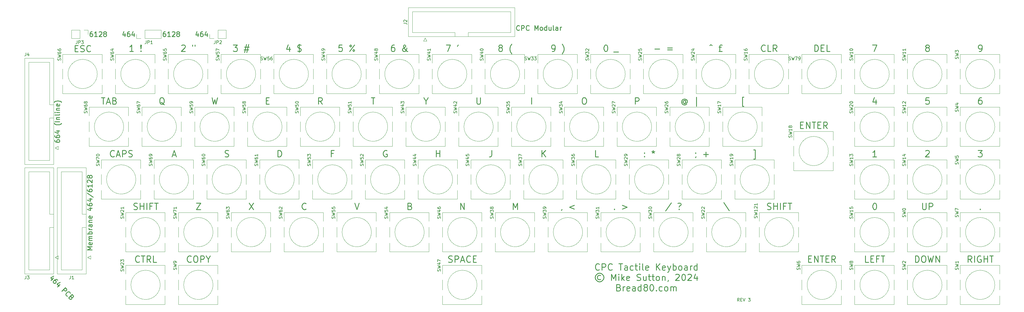
<source format=gto>
G04 #@! TF.GenerationSoftware,KiCad,Pcbnew,(5.1.12)-1*
G04 #@! TF.CreationDate,2024-09-28T15:58:51+01:00*
G04 #@! TF.ProjectId,Keyboard,4b657962-6f61-4726-942e-6b696361645f,rev?*
G04 #@! TF.SameCoordinates,Original*
G04 #@! TF.FileFunction,Legend,Top*
G04 #@! TF.FilePolarity,Positive*
%FSLAX46Y46*%
G04 Gerber Fmt 4.6, Leading zero omitted, Abs format (unit mm)*
G04 Created by KiCad (PCBNEW (5.1.12)-1) date 2024-09-28 15:58:51*
%MOMM*%
%LPD*%
G01*
G04 APERTURE LIST*
%ADD10C,0.250000*%
%ADD11C,0.150000*%
%ADD12C,0.120000*%
G04 APERTURE END LIST*
D10*
X64099111Y-155084542D02*
X63392004Y-155791649D01*
X64250633Y-154427943D02*
X63240481Y-154933019D01*
X63897080Y-155589618D01*
X65462816Y-155741141D02*
X65260786Y-155539111D01*
X65109263Y-155488603D01*
X65008248Y-155488603D01*
X64755710Y-155539111D01*
X64503172Y-155690633D01*
X64099111Y-156094694D01*
X64048603Y-156246217D01*
X64048603Y-156347233D01*
X64099111Y-156498755D01*
X64301141Y-156700786D01*
X64452664Y-156751294D01*
X64553679Y-156751294D01*
X64705202Y-156700786D01*
X64957740Y-156448248D01*
X65008248Y-156296725D01*
X65008248Y-156195710D01*
X64957740Y-156044187D01*
X64755710Y-155842156D01*
X64604187Y-155791649D01*
X64503172Y-155791649D01*
X64351649Y-155842156D01*
X66119416Y-157104847D02*
X65412309Y-157811954D01*
X66270938Y-156448248D02*
X65260786Y-156953324D01*
X65917385Y-157609923D01*
X66776015Y-159175660D02*
X67836675Y-158115000D01*
X68240736Y-158519061D01*
X68291244Y-158670583D01*
X68291244Y-158771599D01*
X68240736Y-158923122D01*
X68089213Y-159074644D01*
X67937690Y-159125152D01*
X67836675Y-159125152D01*
X67685152Y-159074644D01*
X67281091Y-158670583D01*
X68543782Y-160741396D02*
X68442766Y-160741396D01*
X68240736Y-160640381D01*
X68139721Y-160539366D01*
X68038705Y-160337335D01*
X68038705Y-160135305D01*
X68089213Y-159983782D01*
X68240736Y-159731244D01*
X68392259Y-159579721D01*
X68644797Y-159428198D01*
X68796320Y-159377690D01*
X68998350Y-159377690D01*
X69200381Y-159478705D01*
X69301396Y-159579721D01*
X69402411Y-159781751D01*
X69402411Y-159882766D01*
X69806472Y-161094950D02*
X69907488Y-161296980D01*
X69907488Y-161397995D01*
X69856980Y-161549518D01*
X69705457Y-161701041D01*
X69553934Y-161751549D01*
X69452919Y-161751549D01*
X69301396Y-161701041D01*
X68897335Y-161296980D01*
X69957995Y-160236320D01*
X70311549Y-160589873D01*
X70362056Y-160741396D01*
X70362056Y-160842411D01*
X70311549Y-160993934D01*
X70210533Y-161094950D01*
X70059011Y-161145457D01*
X69957995Y-161145457D01*
X69806472Y-161094950D01*
X69452919Y-160741396D01*
X209864285Y-77370714D02*
X209792857Y-77442142D01*
X209578571Y-77513571D01*
X209435714Y-77513571D01*
X209221428Y-77442142D01*
X209078571Y-77299285D01*
X209007142Y-77156428D01*
X208935714Y-76870714D01*
X208935714Y-76656428D01*
X209007142Y-76370714D01*
X209078571Y-76227857D01*
X209221428Y-76085000D01*
X209435714Y-76013571D01*
X209578571Y-76013571D01*
X209792857Y-76085000D01*
X209864285Y-76156428D01*
X210507142Y-77513571D02*
X210507142Y-76013571D01*
X211078571Y-76013571D01*
X211221428Y-76085000D01*
X211292857Y-76156428D01*
X211364285Y-76299285D01*
X211364285Y-76513571D01*
X211292857Y-76656428D01*
X211221428Y-76727857D01*
X211078571Y-76799285D01*
X210507142Y-76799285D01*
X212864285Y-77370714D02*
X212792857Y-77442142D01*
X212578571Y-77513571D01*
X212435714Y-77513571D01*
X212221428Y-77442142D01*
X212078571Y-77299285D01*
X212007142Y-77156428D01*
X211935714Y-76870714D01*
X211935714Y-76656428D01*
X212007142Y-76370714D01*
X212078571Y-76227857D01*
X212221428Y-76085000D01*
X212435714Y-76013571D01*
X212578571Y-76013571D01*
X212792857Y-76085000D01*
X212864285Y-76156428D01*
X214650000Y-77513571D02*
X214650000Y-76013571D01*
X215150000Y-77085000D01*
X215650000Y-76013571D01*
X215650000Y-77513571D01*
X216578571Y-77513571D02*
X216435714Y-77442142D01*
X216364285Y-77370714D01*
X216292857Y-77227857D01*
X216292857Y-76799285D01*
X216364285Y-76656428D01*
X216435714Y-76585000D01*
X216578571Y-76513571D01*
X216792857Y-76513571D01*
X216935714Y-76585000D01*
X217007142Y-76656428D01*
X217078571Y-76799285D01*
X217078571Y-77227857D01*
X217007142Y-77370714D01*
X216935714Y-77442142D01*
X216792857Y-77513571D01*
X216578571Y-77513571D01*
X218364285Y-77513571D02*
X218364285Y-76013571D01*
X218364285Y-77442142D02*
X218221428Y-77513571D01*
X217935714Y-77513571D01*
X217792857Y-77442142D01*
X217721428Y-77370714D01*
X217650000Y-77227857D01*
X217650000Y-76799285D01*
X217721428Y-76656428D01*
X217792857Y-76585000D01*
X217935714Y-76513571D01*
X218221428Y-76513571D01*
X218364285Y-76585000D01*
X219721428Y-76513571D02*
X219721428Y-77513571D01*
X219078571Y-76513571D02*
X219078571Y-77299285D01*
X219150000Y-77442142D01*
X219292857Y-77513571D01*
X219507142Y-77513571D01*
X219650000Y-77442142D01*
X219721428Y-77370714D01*
X220650000Y-77513571D02*
X220507142Y-77442142D01*
X220435714Y-77299285D01*
X220435714Y-76013571D01*
X221864285Y-77513571D02*
X221864285Y-76727857D01*
X221792857Y-76585000D01*
X221650000Y-76513571D01*
X221364285Y-76513571D01*
X221221428Y-76585000D01*
X221864285Y-77442142D02*
X221721428Y-77513571D01*
X221364285Y-77513571D01*
X221221428Y-77442142D01*
X221150000Y-77299285D01*
X221150000Y-77156428D01*
X221221428Y-77013571D01*
X221364285Y-76942142D01*
X221721428Y-76942142D01*
X221864285Y-76870714D01*
X222578571Y-77513571D02*
X222578571Y-76513571D01*
X222578571Y-76799285D02*
X222650000Y-76656428D01*
X222721428Y-76585000D01*
X222864285Y-76513571D01*
X223007142Y-76513571D01*
X99107857Y-77918571D02*
X98822142Y-77918571D01*
X98679285Y-77990000D01*
X98607857Y-78061428D01*
X98465000Y-78275714D01*
X98393571Y-78561428D01*
X98393571Y-79132857D01*
X98465000Y-79275714D01*
X98536428Y-79347142D01*
X98679285Y-79418571D01*
X98965000Y-79418571D01*
X99107857Y-79347142D01*
X99179285Y-79275714D01*
X99250714Y-79132857D01*
X99250714Y-78775714D01*
X99179285Y-78632857D01*
X99107857Y-78561428D01*
X98965000Y-78490000D01*
X98679285Y-78490000D01*
X98536428Y-78561428D01*
X98465000Y-78632857D01*
X98393571Y-78775714D01*
X100679285Y-79418571D02*
X99822142Y-79418571D01*
X100250714Y-79418571D02*
X100250714Y-77918571D01*
X100107857Y-78132857D01*
X99965000Y-78275714D01*
X99822142Y-78347142D01*
X101250714Y-78061428D02*
X101322142Y-77990000D01*
X101465000Y-77918571D01*
X101822142Y-77918571D01*
X101965000Y-77990000D01*
X102036428Y-78061428D01*
X102107857Y-78204285D01*
X102107857Y-78347142D01*
X102036428Y-78561428D01*
X101179285Y-79418571D01*
X102107857Y-79418571D01*
X102965000Y-78561428D02*
X102822142Y-78490000D01*
X102750714Y-78418571D01*
X102679285Y-78275714D01*
X102679285Y-78204285D01*
X102750714Y-78061428D01*
X102822142Y-77990000D01*
X102965000Y-77918571D01*
X103250714Y-77918571D01*
X103393571Y-77990000D01*
X103465000Y-78061428D01*
X103536428Y-78204285D01*
X103536428Y-78275714D01*
X103465000Y-78418571D01*
X103393571Y-78490000D01*
X103250714Y-78561428D01*
X102965000Y-78561428D01*
X102822142Y-78632857D01*
X102750714Y-78704285D01*
X102679285Y-78847142D01*
X102679285Y-79132857D01*
X102750714Y-79275714D01*
X102822142Y-79347142D01*
X102965000Y-79418571D01*
X103250714Y-79418571D01*
X103393571Y-79347142D01*
X103465000Y-79275714D01*
X103536428Y-79132857D01*
X103536428Y-78847142D01*
X103465000Y-78704285D01*
X103393571Y-78632857D01*
X103250714Y-78561428D01*
D11*
X278606428Y-162377380D02*
X278273095Y-161901190D01*
X278035000Y-162377380D02*
X278035000Y-161377380D01*
X278415952Y-161377380D01*
X278511190Y-161425000D01*
X278558809Y-161472619D01*
X278606428Y-161567857D01*
X278606428Y-161710714D01*
X278558809Y-161805952D01*
X278511190Y-161853571D01*
X278415952Y-161901190D01*
X278035000Y-161901190D01*
X279035000Y-161853571D02*
X279368333Y-161853571D01*
X279511190Y-162377380D02*
X279035000Y-162377380D01*
X279035000Y-161377380D01*
X279511190Y-161377380D01*
X279796904Y-161377380D02*
X280130238Y-162377380D01*
X280463571Y-161377380D01*
X281463571Y-161377380D02*
X282082619Y-161377380D01*
X281749285Y-161758333D01*
X281892142Y-161758333D01*
X281987380Y-161805952D01*
X282035000Y-161853571D01*
X282082619Y-161948809D01*
X282082619Y-162186904D01*
X282035000Y-162282142D01*
X281987380Y-162329761D01*
X281892142Y-162377380D01*
X281606428Y-162377380D01*
X281511190Y-162329761D01*
X281463571Y-162282142D01*
D10*
X234840714Y-152404285D02*
X234745476Y-152499523D01*
X234459761Y-152594761D01*
X234269285Y-152594761D01*
X233983571Y-152499523D01*
X233793095Y-152309047D01*
X233697857Y-152118571D01*
X233602619Y-151737619D01*
X233602619Y-151451904D01*
X233697857Y-151070952D01*
X233793095Y-150880476D01*
X233983571Y-150690000D01*
X234269285Y-150594761D01*
X234459761Y-150594761D01*
X234745476Y-150690000D01*
X234840714Y-150785238D01*
X235697857Y-152594761D02*
X235697857Y-150594761D01*
X236459761Y-150594761D01*
X236650238Y-150690000D01*
X236745476Y-150785238D01*
X236840714Y-150975714D01*
X236840714Y-151261428D01*
X236745476Y-151451904D01*
X236650238Y-151547142D01*
X236459761Y-151642380D01*
X235697857Y-151642380D01*
X238840714Y-152404285D02*
X238745476Y-152499523D01*
X238459761Y-152594761D01*
X238269285Y-152594761D01*
X237983571Y-152499523D01*
X237793095Y-152309047D01*
X237697857Y-152118571D01*
X237602619Y-151737619D01*
X237602619Y-151451904D01*
X237697857Y-151070952D01*
X237793095Y-150880476D01*
X237983571Y-150690000D01*
X238269285Y-150594761D01*
X238459761Y-150594761D01*
X238745476Y-150690000D01*
X238840714Y-150785238D01*
X240935952Y-150594761D02*
X242078809Y-150594761D01*
X241507380Y-152594761D02*
X241507380Y-150594761D01*
X243602619Y-152594761D02*
X243602619Y-151547142D01*
X243507380Y-151356666D01*
X243316904Y-151261428D01*
X242935952Y-151261428D01*
X242745476Y-151356666D01*
X243602619Y-152499523D02*
X243412142Y-152594761D01*
X242935952Y-152594761D01*
X242745476Y-152499523D01*
X242650238Y-152309047D01*
X242650238Y-152118571D01*
X242745476Y-151928095D01*
X242935952Y-151832857D01*
X243412142Y-151832857D01*
X243602619Y-151737619D01*
X245412142Y-152499523D02*
X245221666Y-152594761D01*
X244840714Y-152594761D01*
X244650238Y-152499523D01*
X244555000Y-152404285D01*
X244459761Y-152213809D01*
X244459761Y-151642380D01*
X244555000Y-151451904D01*
X244650238Y-151356666D01*
X244840714Y-151261428D01*
X245221666Y-151261428D01*
X245412142Y-151356666D01*
X245983571Y-151261428D02*
X246745476Y-151261428D01*
X246269285Y-150594761D02*
X246269285Y-152309047D01*
X246364523Y-152499523D01*
X246555000Y-152594761D01*
X246745476Y-152594761D01*
X247412142Y-152594761D02*
X247412142Y-151261428D01*
X247412142Y-150594761D02*
X247316904Y-150690000D01*
X247412142Y-150785238D01*
X247507380Y-150690000D01*
X247412142Y-150594761D01*
X247412142Y-150785238D01*
X248650238Y-152594761D02*
X248459761Y-152499523D01*
X248364523Y-152309047D01*
X248364523Y-150594761D01*
X250174047Y-152499523D02*
X249983571Y-152594761D01*
X249602619Y-152594761D01*
X249412142Y-152499523D01*
X249316904Y-152309047D01*
X249316904Y-151547142D01*
X249412142Y-151356666D01*
X249602619Y-151261428D01*
X249983571Y-151261428D01*
X250174047Y-151356666D01*
X250269285Y-151547142D01*
X250269285Y-151737619D01*
X249316904Y-151928095D01*
X252650238Y-152594761D02*
X252650238Y-150594761D01*
X253793095Y-152594761D02*
X252935952Y-151451904D01*
X253793095Y-150594761D02*
X252650238Y-151737619D01*
X255412142Y-152499523D02*
X255221666Y-152594761D01*
X254840714Y-152594761D01*
X254650238Y-152499523D01*
X254555000Y-152309047D01*
X254555000Y-151547142D01*
X254650238Y-151356666D01*
X254840714Y-151261428D01*
X255221666Y-151261428D01*
X255412142Y-151356666D01*
X255507380Y-151547142D01*
X255507380Y-151737619D01*
X254555000Y-151928095D01*
X256174047Y-151261428D02*
X256650238Y-152594761D01*
X257126428Y-151261428D02*
X256650238Y-152594761D01*
X256459761Y-153070952D01*
X256364523Y-153166190D01*
X256174047Y-153261428D01*
X257888333Y-152594761D02*
X257888333Y-150594761D01*
X257888333Y-151356666D02*
X258078809Y-151261428D01*
X258459761Y-151261428D01*
X258650238Y-151356666D01*
X258745476Y-151451904D01*
X258840714Y-151642380D01*
X258840714Y-152213809D01*
X258745476Y-152404285D01*
X258650238Y-152499523D01*
X258459761Y-152594761D01*
X258078809Y-152594761D01*
X257888333Y-152499523D01*
X259983571Y-152594761D02*
X259793095Y-152499523D01*
X259697857Y-152404285D01*
X259602619Y-152213809D01*
X259602619Y-151642380D01*
X259697857Y-151451904D01*
X259793095Y-151356666D01*
X259983571Y-151261428D01*
X260269285Y-151261428D01*
X260459761Y-151356666D01*
X260555000Y-151451904D01*
X260650238Y-151642380D01*
X260650238Y-152213809D01*
X260555000Y-152404285D01*
X260459761Y-152499523D01*
X260269285Y-152594761D01*
X259983571Y-152594761D01*
X262364523Y-152594761D02*
X262364523Y-151547142D01*
X262269285Y-151356666D01*
X262078809Y-151261428D01*
X261697857Y-151261428D01*
X261507380Y-151356666D01*
X262364523Y-152499523D02*
X262174047Y-152594761D01*
X261697857Y-152594761D01*
X261507380Y-152499523D01*
X261412142Y-152309047D01*
X261412142Y-152118571D01*
X261507380Y-151928095D01*
X261697857Y-151832857D01*
X262174047Y-151832857D01*
X262364523Y-151737619D01*
X263316904Y-152594761D02*
X263316904Y-151261428D01*
X263316904Y-151642380D02*
X263412142Y-151451904D01*
X263507380Y-151356666D01*
X263697857Y-151261428D01*
X263888333Y-151261428D01*
X265412142Y-152594761D02*
X265412142Y-150594761D01*
X265412142Y-152499523D02*
X265221666Y-152594761D01*
X264840714Y-152594761D01*
X264650238Y-152499523D01*
X264555000Y-152404285D01*
X264459761Y-152213809D01*
X264459761Y-151642380D01*
X264555000Y-151451904D01*
X264650238Y-151356666D01*
X264840714Y-151261428D01*
X265221666Y-151261428D01*
X265412142Y-151356666D01*
X235269285Y-154320952D02*
X235078809Y-154225714D01*
X234697857Y-154225714D01*
X234507380Y-154320952D01*
X234316904Y-154511428D01*
X234221666Y-154701904D01*
X234221666Y-155082857D01*
X234316904Y-155273333D01*
X234507380Y-155463809D01*
X234697857Y-155559047D01*
X235078809Y-155559047D01*
X235269285Y-155463809D01*
X234888333Y-153559047D02*
X234412142Y-153654285D01*
X233935952Y-153940000D01*
X233650238Y-154416190D01*
X233555000Y-154892380D01*
X233650238Y-155368571D01*
X233935952Y-155844761D01*
X234412142Y-156130476D01*
X234888333Y-156225714D01*
X235364523Y-156130476D01*
X235840714Y-155844761D01*
X236126428Y-155368571D01*
X236221666Y-154892380D01*
X236126428Y-154416190D01*
X235840714Y-153940000D01*
X235364523Y-153654285D01*
X234888333Y-153559047D01*
X238602619Y-155844761D02*
X238602619Y-153844761D01*
X239269285Y-155273333D01*
X239935952Y-153844761D01*
X239935952Y-155844761D01*
X240888333Y-155844761D02*
X240888333Y-154511428D01*
X240888333Y-153844761D02*
X240793095Y-153940000D01*
X240888333Y-154035238D01*
X240983571Y-153940000D01*
X240888333Y-153844761D01*
X240888333Y-154035238D01*
X241840714Y-155844761D02*
X241840714Y-153844761D01*
X242031190Y-155082857D02*
X242602619Y-155844761D01*
X242602619Y-154511428D02*
X241840714Y-155273333D01*
X244221666Y-155749523D02*
X244031190Y-155844761D01*
X243650238Y-155844761D01*
X243459761Y-155749523D01*
X243364523Y-155559047D01*
X243364523Y-154797142D01*
X243459761Y-154606666D01*
X243650238Y-154511428D01*
X244031190Y-154511428D01*
X244221666Y-154606666D01*
X244316904Y-154797142D01*
X244316904Y-154987619D01*
X243364523Y-155178095D01*
X246602619Y-155749523D02*
X246888333Y-155844761D01*
X247364523Y-155844761D01*
X247555000Y-155749523D01*
X247650238Y-155654285D01*
X247745476Y-155463809D01*
X247745476Y-155273333D01*
X247650238Y-155082857D01*
X247555000Y-154987619D01*
X247364523Y-154892380D01*
X246983571Y-154797142D01*
X246793095Y-154701904D01*
X246697857Y-154606666D01*
X246602619Y-154416190D01*
X246602619Y-154225714D01*
X246697857Y-154035238D01*
X246793095Y-153940000D01*
X246983571Y-153844761D01*
X247459761Y-153844761D01*
X247745476Y-153940000D01*
X249459761Y-154511428D02*
X249459761Y-155844761D01*
X248602619Y-154511428D02*
X248602619Y-155559047D01*
X248697857Y-155749523D01*
X248888333Y-155844761D01*
X249174047Y-155844761D01*
X249364523Y-155749523D01*
X249459761Y-155654285D01*
X250126428Y-154511428D02*
X250888333Y-154511428D01*
X250412142Y-153844761D02*
X250412142Y-155559047D01*
X250507380Y-155749523D01*
X250697857Y-155844761D01*
X250888333Y-155844761D01*
X251269285Y-154511428D02*
X252031190Y-154511428D01*
X251555000Y-153844761D02*
X251555000Y-155559047D01*
X251650238Y-155749523D01*
X251840714Y-155844761D01*
X252031190Y-155844761D01*
X252983571Y-155844761D02*
X252793095Y-155749523D01*
X252697857Y-155654285D01*
X252602619Y-155463809D01*
X252602619Y-154892380D01*
X252697857Y-154701904D01*
X252793095Y-154606666D01*
X252983571Y-154511428D01*
X253269285Y-154511428D01*
X253459761Y-154606666D01*
X253555000Y-154701904D01*
X253650238Y-154892380D01*
X253650238Y-155463809D01*
X253555000Y-155654285D01*
X253459761Y-155749523D01*
X253269285Y-155844761D01*
X252983571Y-155844761D01*
X254507380Y-154511428D02*
X254507380Y-155844761D01*
X254507380Y-154701904D02*
X254602619Y-154606666D01*
X254793095Y-154511428D01*
X255078809Y-154511428D01*
X255269285Y-154606666D01*
X255364523Y-154797142D01*
X255364523Y-155844761D01*
X256412142Y-155749523D02*
X256412142Y-155844761D01*
X256316904Y-156035238D01*
X256221666Y-156130476D01*
X258697857Y-154035238D02*
X258793095Y-153940000D01*
X258983571Y-153844761D01*
X259459761Y-153844761D01*
X259650238Y-153940000D01*
X259745476Y-154035238D01*
X259840714Y-154225714D01*
X259840714Y-154416190D01*
X259745476Y-154701904D01*
X258602619Y-155844761D01*
X259840714Y-155844761D01*
X261078809Y-153844761D02*
X261269285Y-153844761D01*
X261459761Y-153940000D01*
X261555000Y-154035238D01*
X261650238Y-154225714D01*
X261745476Y-154606666D01*
X261745476Y-155082857D01*
X261650238Y-155463809D01*
X261555000Y-155654285D01*
X261459761Y-155749523D01*
X261269285Y-155844761D01*
X261078809Y-155844761D01*
X260888333Y-155749523D01*
X260793095Y-155654285D01*
X260697857Y-155463809D01*
X260602619Y-155082857D01*
X260602619Y-154606666D01*
X260697857Y-154225714D01*
X260793095Y-154035238D01*
X260888333Y-153940000D01*
X261078809Y-153844761D01*
X262507380Y-154035238D02*
X262602619Y-153940000D01*
X262793095Y-153844761D01*
X263269285Y-153844761D01*
X263459761Y-153940000D01*
X263555000Y-154035238D01*
X263650238Y-154225714D01*
X263650238Y-154416190D01*
X263555000Y-154701904D01*
X262412142Y-155844761D01*
X263650238Y-155844761D01*
X265364523Y-154511428D02*
X265364523Y-155844761D01*
X264888333Y-153749523D02*
X264412142Y-155178095D01*
X265650238Y-155178095D01*
X240935952Y-158047142D02*
X241221666Y-158142380D01*
X241316904Y-158237619D01*
X241412142Y-158428095D01*
X241412142Y-158713809D01*
X241316904Y-158904285D01*
X241221666Y-158999523D01*
X241031190Y-159094761D01*
X240269285Y-159094761D01*
X240269285Y-157094761D01*
X240935952Y-157094761D01*
X241126428Y-157190000D01*
X241221666Y-157285238D01*
X241316904Y-157475714D01*
X241316904Y-157666190D01*
X241221666Y-157856666D01*
X241126428Y-157951904D01*
X240935952Y-158047142D01*
X240269285Y-158047142D01*
X242269285Y-159094761D02*
X242269285Y-157761428D01*
X242269285Y-158142380D02*
X242364523Y-157951904D01*
X242459761Y-157856666D01*
X242650238Y-157761428D01*
X242840714Y-157761428D01*
X244269285Y-158999523D02*
X244078809Y-159094761D01*
X243697857Y-159094761D01*
X243507380Y-158999523D01*
X243412142Y-158809047D01*
X243412142Y-158047142D01*
X243507380Y-157856666D01*
X243697857Y-157761428D01*
X244078809Y-157761428D01*
X244269285Y-157856666D01*
X244364523Y-158047142D01*
X244364523Y-158237619D01*
X243412142Y-158428095D01*
X246078809Y-159094761D02*
X246078809Y-158047142D01*
X245983571Y-157856666D01*
X245793095Y-157761428D01*
X245412142Y-157761428D01*
X245221666Y-157856666D01*
X246078809Y-158999523D02*
X245888333Y-159094761D01*
X245412142Y-159094761D01*
X245221666Y-158999523D01*
X245126428Y-158809047D01*
X245126428Y-158618571D01*
X245221666Y-158428095D01*
X245412142Y-158332857D01*
X245888333Y-158332857D01*
X246078809Y-158237619D01*
X247888333Y-159094761D02*
X247888333Y-157094761D01*
X247888333Y-158999523D02*
X247697857Y-159094761D01*
X247316904Y-159094761D01*
X247126428Y-158999523D01*
X247031190Y-158904285D01*
X246935952Y-158713809D01*
X246935952Y-158142380D01*
X247031190Y-157951904D01*
X247126428Y-157856666D01*
X247316904Y-157761428D01*
X247697857Y-157761428D01*
X247888333Y-157856666D01*
X249126428Y-157951904D02*
X248935952Y-157856666D01*
X248840714Y-157761428D01*
X248745476Y-157570952D01*
X248745476Y-157475714D01*
X248840714Y-157285238D01*
X248935952Y-157190000D01*
X249126428Y-157094761D01*
X249507380Y-157094761D01*
X249697857Y-157190000D01*
X249793095Y-157285238D01*
X249888333Y-157475714D01*
X249888333Y-157570952D01*
X249793095Y-157761428D01*
X249697857Y-157856666D01*
X249507380Y-157951904D01*
X249126428Y-157951904D01*
X248935952Y-158047142D01*
X248840714Y-158142380D01*
X248745476Y-158332857D01*
X248745476Y-158713809D01*
X248840714Y-158904285D01*
X248935952Y-158999523D01*
X249126428Y-159094761D01*
X249507380Y-159094761D01*
X249697857Y-158999523D01*
X249793095Y-158904285D01*
X249888333Y-158713809D01*
X249888333Y-158332857D01*
X249793095Y-158142380D01*
X249697857Y-158047142D01*
X249507380Y-157951904D01*
X251126428Y-157094761D02*
X251316904Y-157094761D01*
X251507380Y-157190000D01*
X251602619Y-157285238D01*
X251697857Y-157475714D01*
X251793095Y-157856666D01*
X251793095Y-158332857D01*
X251697857Y-158713809D01*
X251602619Y-158904285D01*
X251507380Y-158999523D01*
X251316904Y-159094761D01*
X251126428Y-159094761D01*
X250935952Y-158999523D01*
X250840714Y-158904285D01*
X250745476Y-158713809D01*
X250650238Y-158332857D01*
X250650238Y-157856666D01*
X250745476Y-157475714D01*
X250840714Y-157285238D01*
X250935952Y-157190000D01*
X251126428Y-157094761D01*
X252650238Y-158904285D02*
X252745476Y-158999523D01*
X252650238Y-159094761D01*
X252555000Y-158999523D01*
X252650238Y-158904285D01*
X252650238Y-159094761D01*
X254459761Y-158999523D02*
X254269285Y-159094761D01*
X253888333Y-159094761D01*
X253697857Y-158999523D01*
X253602619Y-158904285D01*
X253507380Y-158713809D01*
X253507380Y-158142380D01*
X253602619Y-157951904D01*
X253697857Y-157856666D01*
X253888333Y-157761428D01*
X254269285Y-157761428D01*
X254459761Y-157856666D01*
X255602619Y-159094761D02*
X255412142Y-158999523D01*
X255316904Y-158904285D01*
X255221666Y-158713809D01*
X255221666Y-158142380D01*
X255316904Y-157951904D01*
X255412142Y-157856666D01*
X255602619Y-157761428D01*
X255888333Y-157761428D01*
X256078809Y-157856666D01*
X256174047Y-157951904D01*
X256269285Y-158142380D01*
X256269285Y-158713809D01*
X256174047Y-158904285D01*
X256078809Y-158999523D01*
X255888333Y-159094761D01*
X255602619Y-159094761D01*
X257126428Y-159094761D02*
X257126428Y-157761428D01*
X257126428Y-157951904D02*
X257221666Y-157856666D01*
X257412142Y-157761428D01*
X257697857Y-157761428D01*
X257888333Y-157856666D01*
X257983571Y-158047142D01*
X257983571Y-159094761D01*
X257983571Y-158047142D02*
X258078809Y-157856666D01*
X258269285Y-157761428D01*
X258554999Y-157761428D01*
X258745476Y-157856666D01*
X258840714Y-158047142D01*
X258840714Y-159094761D01*
X109347142Y-78418571D02*
X109347142Y-79418571D01*
X108990000Y-77847142D02*
X108632857Y-78918571D01*
X109561428Y-78918571D01*
X110775714Y-77918571D02*
X110490000Y-77918571D01*
X110347142Y-77990000D01*
X110275714Y-78061428D01*
X110132857Y-78275714D01*
X110061428Y-78561428D01*
X110061428Y-79132857D01*
X110132857Y-79275714D01*
X110204285Y-79347142D01*
X110347142Y-79418571D01*
X110632857Y-79418571D01*
X110775714Y-79347142D01*
X110847142Y-79275714D01*
X110918571Y-79132857D01*
X110918571Y-78775714D01*
X110847142Y-78632857D01*
X110775714Y-78561428D01*
X110632857Y-78490000D01*
X110347142Y-78490000D01*
X110204285Y-78561428D01*
X110132857Y-78632857D01*
X110061428Y-78775714D01*
X112204285Y-78418571D02*
X112204285Y-79418571D01*
X111847142Y-77847142D02*
X111490000Y-78918571D01*
X112418571Y-78918571D01*
X86487142Y-78418571D02*
X86487142Y-79418571D01*
X86130000Y-77847142D02*
X85772857Y-78918571D01*
X86701428Y-78918571D01*
X87915714Y-77918571D02*
X87630000Y-77918571D01*
X87487142Y-77990000D01*
X87415714Y-78061428D01*
X87272857Y-78275714D01*
X87201428Y-78561428D01*
X87201428Y-79132857D01*
X87272857Y-79275714D01*
X87344285Y-79347142D01*
X87487142Y-79418571D01*
X87772857Y-79418571D01*
X87915714Y-79347142D01*
X87987142Y-79275714D01*
X88058571Y-79132857D01*
X88058571Y-78775714D01*
X87987142Y-78632857D01*
X87915714Y-78561428D01*
X87772857Y-78490000D01*
X87487142Y-78490000D01*
X87344285Y-78561428D01*
X87272857Y-78632857D01*
X87201428Y-78775714D01*
X89344285Y-78418571D02*
X89344285Y-79418571D01*
X88987142Y-77847142D02*
X88630000Y-78918571D01*
X89558571Y-78918571D01*
X76247857Y-77918571D02*
X75962142Y-77918571D01*
X75819285Y-77990000D01*
X75747857Y-78061428D01*
X75605000Y-78275714D01*
X75533571Y-78561428D01*
X75533571Y-79132857D01*
X75605000Y-79275714D01*
X75676428Y-79347142D01*
X75819285Y-79418571D01*
X76105000Y-79418571D01*
X76247857Y-79347142D01*
X76319285Y-79275714D01*
X76390714Y-79132857D01*
X76390714Y-78775714D01*
X76319285Y-78632857D01*
X76247857Y-78561428D01*
X76105000Y-78490000D01*
X75819285Y-78490000D01*
X75676428Y-78561428D01*
X75605000Y-78632857D01*
X75533571Y-78775714D01*
X77819285Y-79418571D02*
X76962142Y-79418571D01*
X77390714Y-79418571D02*
X77390714Y-77918571D01*
X77247857Y-78132857D01*
X77105000Y-78275714D01*
X76962142Y-78347142D01*
X78390714Y-78061428D02*
X78462142Y-77990000D01*
X78605000Y-77918571D01*
X78962142Y-77918571D01*
X79105000Y-77990000D01*
X79176428Y-78061428D01*
X79247857Y-78204285D01*
X79247857Y-78347142D01*
X79176428Y-78561428D01*
X78319285Y-79418571D01*
X79247857Y-79418571D01*
X80105000Y-78561428D02*
X79962142Y-78490000D01*
X79890714Y-78418571D01*
X79819285Y-78275714D01*
X79819285Y-78204285D01*
X79890714Y-78061428D01*
X79962142Y-77990000D01*
X80105000Y-77918571D01*
X80390714Y-77918571D01*
X80533571Y-77990000D01*
X80605000Y-78061428D01*
X80676428Y-78204285D01*
X80676428Y-78275714D01*
X80605000Y-78418571D01*
X80533571Y-78490000D01*
X80390714Y-78561428D01*
X80105000Y-78561428D01*
X79962142Y-78632857D01*
X79890714Y-78704285D01*
X79819285Y-78847142D01*
X79819285Y-79132857D01*
X79890714Y-79275714D01*
X79962142Y-79347142D01*
X80105000Y-79418571D01*
X80390714Y-79418571D01*
X80533571Y-79347142D01*
X80605000Y-79275714D01*
X80676428Y-79132857D01*
X80676428Y-78847142D01*
X80605000Y-78704285D01*
X80533571Y-78632857D01*
X80390714Y-78561428D01*
D12*
G04 #@! TO.C,SW59*
X120604000Y-101506000D02*
X120604000Y-104226000D01*
X120604000Y-111086000D02*
X120604000Y-113806000D01*
X108304000Y-109226000D02*
X108304000Y-106086000D01*
X108304000Y-113806000D02*
X108304000Y-111086000D01*
X119133050Y-107696000D02*
G75*
G03*
X119133050Y-107696000I-4579050J0D01*
G01*
X108304000Y-104226000D02*
X108304000Y-101506000D01*
X120604000Y-113806000D02*
X108304000Y-113806000D01*
X120604000Y-106086000D02*
X120604000Y-109226000D01*
X108304000Y-101506000D02*
X120604000Y-101506000D01*
G04 #@! TO.C,SW22*
X280624000Y-134526000D02*
X280624000Y-137246000D01*
X280624000Y-144106000D02*
X280624000Y-146826000D01*
X268324000Y-142246000D02*
X268324000Y-139106000D01*
X268324000Y-146826000D02*
X268324000Y-144106000D01*
X279153050Y-140716000D02*
G75*
G03*
X279153050Y-140716000I-4579050J0D01*
G01*
X268324000Y-137246000D02*
X268324000Y-134526000D01*
X280624000Y-146826000D02*
X268324000Y-146826000D01*
X280624000Y-139106000D02*
X280624000Y-142246000D01*
X268324000Y-134526000D02*
X280624000Y-134526000D01*
G04 #@! TO.C,SW121*
X297134000Y-134526000D02*
X297134000Y-137246000D01*
X297134000Y-144106000D02*
X297134000Y-146826000D01*
X284834000Y-142246000D02*
X284834000Y-139106000D01*
X284834000Y-146826000D02*
X284834000Y-144106000D01*
X295663050Y-140716000D02*
G75*
G03*
X295663050Y-140716000I-4579050J0D01*
G01*
X284834000Y-137246000D02*
X284834000Y-134526000D01*
X297134000Y-146826000D02*
X284834000Y-146826000D01*
X297134000Y-139106000D02*
X297134000Y-142246000D01*
X284834000Y-134526000D02*
X297134000Y-134526000D01*
G04 #@! TO.C,SW79*
X310469000Y-84996000D02*
X310469000Y-87716000D01*
X310469000Y-94576000D02*
X310469000Y-97296000D01*
X298169000Y-92716000D02*
X298169000Y-89576000D01*
X298169000Y-97296000D02*
X298169000Y-94576000D01*
X308998050Y-91186000D02*
G75*
G03*
X308998050Y-91186000I-4579050J0D01*
G01*
X298169000Y-87716000D02*
X298169000Y-84996000D01*
X310469000Y-97296000D02*
X298169000Y-97296000D01*
X310469000Y-89576000D02*
X310469000Y-92716000D01*
X298169000Y-84996000D02*
X310469000Y-84996000D01*
G04 #@! TO.C,SW71*
X115524000Y-134526000D02*
X115524000Y-137246000D01*
X115524000Y-144106000D02*
X115524000Y-146826000D01*
X103224000Y-142246000D02*
X103224000Y-139106000D01*
X103224000Y-146826000D02*
X103224000Y-144106000D01*
X114053050Y-140716000D02*
G75*
G03*
X114053050Y-140716000I-4579050J0D01*
G01*
X103224000Y-137246000D02*
X103224000Y-134526000D01*
X115524000Y-146826000D02*
X103224000Y-146826000D01*
X115524000Y-139106000D02*
X115524000Y-142246000D01*
X103224000Y-134526000D02*
X115524000Y-134526000D01*
G04 #@! TO.C,SW70*
X91394000Y-118016000D02*
X91394000Y-120736000D01*
X91394000Y-127596000D02*
X91394000Y-130316000D01*
X79094000Y-125736000D02*
X79094000Y-122596000D01*
X79094000Y-130316000D02*
X79094000Y-127596000D01*
X89923050Y-124206000D02*
G75*
G03*
X89923050Y-124206000I-4579050J0D01*
G01*
X79094000Y-120736000D02*
X79094000Y-118016000D01*
X91394000Y-130316000D02*
X79094000Y-130316000D01*
X91394000Y-122596000D02*
X91394000Y-125736000D01*
X79094000Y-118016000D02*
X91394000Y-118016000D01*
G04 #@! TO.C,SW69*
X107904000Y-118016000D02*
X107904000Y-120736000D01*
X107904000Y-127596000D02*
X107904000Y-130316000D01*
X95604000Y-125736000D02*
X95604000Y-122596000D01*
X95604000Y-130316000D02*
X95604000Y-127596000D01*
X106433050Y-124206000D02*
G75*
G03*
X106433050Y-124206000I-4579050J0D01*
G01*
X95604000Y-120736000D02*
X95604000Y-118016000D01*
X107904000Y-130316000D02*
X95604000Y-130316000D01*
X107904000Y-122596000D02*
X107904000Y-125736000D01*
X95604000Y-118016000D02*
X107904000Y-118016000D01*
G04 #@! TO.C,SW68*
X87584000Y-101506000D02*
X87584000Y-104226000D01*
X87584000Y-111086000D02*
X87584000Y-113806000D01*
X75284000Y-109226000D02*
X75284000Y-106086000D01*
X75284000Y-113806000D02*
X75284000Y-111086000D01*
X86113050Y-107696000D02*
G75*
G03*
X86113050Y-107696000I-4579050J0D01*
G01*
X75284000Y-104226000D02*
X75284000Y-101506000D01*
X87584000Y-113806000D02*
X75284000Y-113806000D01*
X87584000Y-106086000D02*
X87584000Y-109226000D01*
X75284000Y-101506000D02*
X87584000Y-101506000D01*
G04 #@! TO.C,SW67*
X104094000Y-101506000D02*
X104094000Y-104226000D01*
X104094000Y-111086000D02*
X104094000Y-113806000D01*
X91794000Y-109226000D02*
X91794000Y-106086000D01*
X91794000Y-113806000D02*
X91794000Y-111086000D01*
X102623050Y-107696000D02*
G75*
G03*
X102623050Y-107696000I-4579050J0D01*
G01*
X91794000Y-104226000D02*
X91794000Y-101506000D01*
X104094000Y-113806000D02*
X91794000Y-113806000D01*
X104094000Y-106086000D02*
X104094000Y-109226000D01*
X91794000Y-101506000D02*
X104094000Y-101506000D01*
G04 #@! TO.C,SW66*
X79329000Y-84996000D02*
X79329000Y-87716000D01*
X79329000Y-94576000D02*
X79329000Y-97296000D01*
X67029000Y-92716000D02*
X67029000Y-89576000D01*
X67029000Y-97296000D02*
X67029000Y-94576000D01*
X77858050Y-91186000D02*
G75*
G03*
X77858050Y-91186000I-4579050J0D01*
G01*
X67029000Y-87716000D02*
X67029000Y-84996000D01*
X79329000Y-97296000D02*
X67029000Y-97296000D01*
X79329000Y-89576000D02*
X79329000Y-92716000D01*
X67029000Y-84996000D02*
X79329000Y-84996000D01*
G04 #@! TO.C,SW65*
X112349000Y-84996000D02*
X112349000Y-87716000D01*
X112349000Y-94576000D02*
X112349000Y-97296000D01*
X100049000Y-92716000D02*
X100049000Y-89576000D01*
X100049000Y-97296000D02*
X100049000Y-94576000D01*
X110878050Y-91186000D02*
G75*
G03*
X110878050Y-91186000I-4579050J0D01*
G01*
X100049000Y-87716000D02*
X100049000Y-84996000D01*
X112349000Y-97296000D02*
X100049000Y-97296000D01*
X112349000Y-89576000D02*
X112349000Y-92716000D01*
X100049000Y-84996000D02*
X112349000Y-84996000D01*
G04 #@! TO.C,SW64*
X95839000Y-84996000D02*
X95839000Y-87716000D01*
X95839000Y-94576000D02*
X95839000Y-97296000D01*
X83539000Y-92716000D02*
X83539000Y-89576000D01*
X83539000Y-97296000D02*
X83539000Y-94576000D01*
X94368050Y-91186000D02*
G75*
G03*
X94368050Y-91186000I-4579050J0D01*
G01*
X83539000Y-87716000D02*
X83539000Y-84996000D01*
X95839000Y-97296000D02*
X83539000Y-97296000D01*
X95839000Y-89576000D02*
X95839000Y-92716000D01*
X83539000Y-84996000D02*
X95839000Y-84996000D01*
G04 #@! TO.C,SW63*
X132034000Y-134526000D02*
X132034000Y-137246000D01*
X132034000Y-144106000D02*
X132034000Y-146826000D01*
X119734000Y-142246000D02*
X119734000Y-139106000D01*
X119734000Y-146826000D02*
X119734000Y-144106000D01*
X130563050Y-140716000D02*
G75*
G03*
X130563050Y-140716000I-4579050J0D01*
G01*
X119734000Y-137246000D02*
X119734000Y-134526000D01*
X132034000Y-146826000D02*
X119734000Y-146826000D01*
X132034000Y-139106000D02*
X132034000Y-142246000D01*
X119734000Y-134526000D02*
X132034000Y-134526000D01*
G04 #@! TO.C,SW62*
X148544000Y-134526000D02*
X148544000Y-137246000D01*
X148544000Y-144106000D02*
X148544000Y-146826000D01*
X136244000Y-142246000D02*
X136244000Y-139106000D01*
X136244000Y-146826000D02*
X136244000Y-144106000D01*
X147073050Y-140716000D02*
G75*
G03*
X147073050Y-140716000I-4579050J0D01*
G01*
X136244000Y-137246000D02*
X136244000Y-134526000D01*
X148544000Y-146826000D02*
X136244000Y-146826000D01*
X148544000Y-139106000D02*
X148544000Y-142246000D01*
X136244000Y-134526000D02*
X148544000Y-134526000D01*
G04 #@! TO.C,SW61*
X140924000Y-118016000D02*
X140924000Y-120736000D01*
X140924000Y-127596000D02*
X140924000Y-130316000D01*
X128624000Y-125736000D02*
X128624000Y-122596000D01*
X128624000Y-130316000D02*
X128624000Y-127596000D01*
X139453050Y-124206000D02*
G75*
G03*
X139453050Y-124206000I-4579050J0D01*
G01*
X128624000Y-120736000D02*
X128624000Y-118016000D01*
X140924000Y-130316000D02*
X128624000Y-130316000D01*
X140924000Y-122596000D02*
X140924000Y-125736000D01*
X128624000Y-118016000D02*
X140924000Y-118016000D01*
G04 #@! TO.C,SW60*
X124414000Y-118016000D02*
X124414000Y-120736000D01*
X124414000Y-127596000D02*
X124414000Y-130316000D01*
X112114000Y-125736000D02*
X112114000Y-122596000D01*
X112114000Y-130316000D02*
X112114000Y-127596000D01*
X122943050Y-124206000D02*
G75*
G03*
X122943050Y-124206000I-4579050J0D01*
G01*
X112114000Y-120736000D02*
X112114000Y-118016000D01*
X124414000Y-130316000D02*
X112114000Y-130316000D01*
X124414000Y-122596000D02*
X124414000Y-125736000D01*
X112114000Y-118016000D02*
X124414000Y-118016000D01*
G04 #@! TO.C,SW58*
X137114000Y-101506000D02*
X137114000Y-104226000D01*
X137114000Y-111086000D02*
X137114000Y-113806000D01*
X124814000Y-109226000D02*
X124814000Y-106086000D01*
X124814000Y-113806000D02*
X124814000Y-111086000D01*
X135643050Y-107696000D02*
G75*
G03*
X135643050Y-107696000I-4579050J0D01*
G01*
X124814000Y-104226000D02*
X124814000Y-101506000D01*
X137114000Y-113806000D02*
X124814000Y-113806000D01*
X137114000Y-106086000D02*
X137114000Y-109226000D01*
X124814000Y-101506000D02*
X137114000Y-101506000D01*
G04 #@! TO.C,SW57*
X128859000Y-84996000D02*
X128859000Y-87716000D01*
X128859000Y-94576000D02*
X128859000Y-97296000D01*
X116559000Y-92716000D02*
X116559000Y-89576000D01*
X116559000Y-97296000D02*
X116559000Y-94576000D01*
X127388050Y-91186000D02*
G75*
G03*
X127388050Y-91186000I-4579050J0D01*
G01*
X116559000Y-87716000D02*
X116559000Y-84996000D01*
X128859000Y-97296000D02*
X116559000Y-97296000D01*
X128859000Y-89576000D02*
X128859000Y-92716000D01*
X116559000Y-84996000D02*
X128859000Y-84996000D01*
G04 #@! TO.C,SW56*
X145369000Y-84996000D02*
X145369000Y-87716000D01*
X145369000Y-94576000D02*
X145369000Y-97296000D01*
X133069000Y-92716000D02*
X133069000Y-89576000D01*
X133069000Y-97296000D02*
X133069000Y-94576000D01*
X143898050Y-91186000D02*
G75*
G03*
X143898050Y-91186000I-4579050J0D01*
G01*
X133069000Y-87716000D02*
X133069000Y-84996000D01*
X145369000Y-97296000D02*
X133069000Y-97296000D01*
X145369000Y-89576000D02*
X145369000Y-92716000D01*
X133069000Y-84996000D02*
X145369000Y-84996000D01*
G04 #@! TO.C,SW55*
X165054000Y-134526000D02*
X165054000Y-137246000D01*
X165054000Y-144106000D02*
X165054000Y-146826000D01*
X152754000Y-142246000D02*
X152754000Y-139106000D01*
X152754000Y-146826000D02*
X152754000Y-144106000D01*
X163583050Y-140716000D02*
G75*
G03*
X163583050Y-140716000I-4579050J0D01*
G01*
X152754000Y-137246000D02*
X152754000Y-134526000D01*
X165054000Y-146826000D02*
X152754000Y-146826000D01*
X165054000Y-139106000D02*
X165054000Y-142246000D01*
X152754000Y-134526000D02*
X165054000Y-134526000D01*
G04 #@! TO.C,SW54*
X181564000Y-134526000D02*
X181564000Y-137246000D01*
X181564000Y-144106000D02*
X181564000Y-146826000D01*
X169264000Y-142246000D02*
X169264000Y-139106000D01*
X169264000Y-146826000D02*
X169264000Y-144106000D01*
X180093050Y-140716000D02*
G75*
G03*
X180093050Y-140716000I-4579050J0D01*
G01*
X169264000Y-137246000D02*
X169264000Y-134526000D01*
X181564000Y-146826000D02*
X169264000Y-146826000D01*
X181564000Y-139106000D02*
X181564000Y-142246000D01*
X169264000Y-134526000D02*
X181564000Y-134526000D01*
G04 #@! TO.C,SW53*
X157434000Y-118016000D02*
X157434000Y-120736000D01*
X157434000Y-127596000D02*
X157434000Y-130316000D01*
X145134000Y-125736000D02*
X145134000Y-122596000D01*
X145134000Y-130316000D02*
X145134000Y-127596000D01*
X155963050Y-124206000D02*
G75*
G03*
X155963050Y-124206000I-4579050J0D01*
G01*
X145134000Y-120736000D02*
X145134000Y-118016000D01*
X157434000Y-130316000D02*
X145134000Y-130316000D01*
X157434000Y-122596000D02*
X157434000Y-125736000D01*
X145134000Y-118016000D02*
X157434000Y-118016000D01*
G04 #@! TO.C,SW52*
X173944000Y-118016000D02*
X173944000Y-120736000D01*
X173944000Y-127596000D02*
X173944000Y-130316000D01*
X161644000Y-125736000D02*
X161644000Y-122596000D01*
X161644000Y-130316000D02*
X161644000Y-127596000D01*
X172473050Y-124206000D02*
G75*
G03*
X172473050Y-124206000I-4579050J0D01*
G01*
X161644000Y-120736000D02*
X161644000Y-118016000D01*
X173944000Y-130316000D02*
X161644000Y-130316000D01*
X173944000Y-122596000D02*
X173944000Y-125736000D01*
X161644000Y-118016000D02*
X173944000Y-118016000D01*
G04 #@! TO.C,SW51*
X170134000Y-101506000D02*
X170134000Y-104226000D01*
X170134000Y-111086000D02*
X170134000Y-113806000D01*
X157834000Y-109226000D02*
X157834000Y-106086000D01*
X157834000Y-113806000D02*
X157834000Y-111086000D01*
X168663050Y-107696000D02*
G75*
G03*
X168663050Y-107696000I-4579050J0D01*
G01*
X157834000Y-104226000D02*
X157834000Y-101506000D01*
X170134000Y-113806000D02*
X157834000Y-113806000D01*
X170134000Y-106086000D02*
X170134000Y-109226000D01*
X157834000Y-101506000D02*
X170134000Y-101506000D01*
G04 #@! TO.C,SW50*
X153624000Y-101506000D02*
X153624000Y-104226000D01*
X153624000Y-111086000D02*
X153624000Y-113806000D01*
X141324000Y-109226000D02*
X141324000Y-106086000D01*
X141324000Y-113806000D02*
X141324000Y-111086000D01*
X152153050Y-107696000D02*
G75*
G03*
X152153050Y-107696000I-4579050J0D01*
G01*
X141324000Y-104226000D02*
X141324000Y-101506000D01*
X153624000Y-113806000D02*
X141324000Y-113806000D01*
X153624000Y-106086000D02*
X153624000Y-109226000D01*
X141324000Y-101506000D02*
X153624000Y-101506000D01*
G04 #@! TO.C,SW49*
X161879000Y-84996000D02*
X161879000Y-87716000D01*
X161879000Y-94576000D02*
X161879000Y-97296000D01*
X149579000Y-92716000D02*
X149579000Y-89576000D01*
X149579000Y-97296000D02*
X149579000Y-94576000D01*
X160408050Y-91186000D02*
G75*
G03*
X160408050Y-91186000I-4579050J0D01*
G01*
X149579000Y-87716000D02*
X149579000Y-84996000D01*
X161879000Y-97296000D02*
X149579000Y-97296000D01*
X161879000Y-89576000D02*
X161879000Y-92716000D01*
X149579000Y-84996000D02*
X161879000Y-84996000D01*
G04 #@! TO.C,SW48*
X178389000Y-84996000D02*
X178389000Y-87716000D01*
X178389000Y-94576000D02*
X178389000Y-97296000D01*
X166089000Y-92716000D02*
X166089000Y-89576000D01*
X166089000Y-97296000D02*
X166089000Y-94576000D01*
X176918050Y-91186000D02*
G75*
G03*
X176918050Y-91186000I-4579050J0D01*
G01*
X166089000Y-87716000D02*
X166089000Y-84996000D01*
X178389000Y-97296000D02*
X166089000Y-97296000D01*
X178389000Y-89576000D02*
X178389000Y-92716000D01*
X166089000Y-84996000D02*
X178389000Y-84996000D01*
G04 #@! TO.C,SW47*
X198074000Y-151036000D02*
X198074000Y-153756000D01*
X198074000Y-160616000D02*
X198074000Y-163336000D01*
X185774000Y-158756000D02*
X185774000Y-155616000D01*
X185774000Y-163336000D02*
X185774000Y-160616000D01*
X196603050Y-157226000D02*
G75*
G03*
X196603050Y-157226000I-4579050J0D01*
G01*
X185774000Y-153756000D02*
X185774000Y-151036000D01*
X198074000Y-163336000D02*
X185774000Y-163336000D01*
X198074000Y-155616000D02*
X198074000Y-158756000D01*
X185774000Y-151036000D02*
X198074000Y-151036000D01*
G04 #@! TO.C,SW46*
X198074000Y-134526000D02*
X198074000Y-137246000D01*
X198074000Y-144106000D02*
X198074000Y-146826000D01*
X185774000Y-142246000D02*
X185774000Y-139106000D01*
X185774000Y-146826000D02*
X185774000Y-144106000D01*
X196603050Y-140716000D02*
G75*
G03*
X196603050Y-140716000I-4579050J0D01*
G01*
X185774000Y-137246000D02*
X185774000Y-134526000D01*
X198074000Y-146826000D02*
X185774000Y-146826000D01*
X198074000Y-139106000D02*
X198074000Y-142246000D01*
X185774000Y-134526000D02*
X198074000Y-134526000D01*
G04 #@! TO.C,SW45*
X206964000Y-118016000D02*
X206964000Y-120736000D01*
X206964000Y-127596000D02*
X206964000Y-130316000D01*
X194664000Y-125736000D02*
X194664000Y-122596000D01*
X194664000Y-130316000D02*
X194664000Y-127596000D01*
X205493050Y-124206000D02*
G75*
G03*
X205493050Y-124206000I-4579050J0D01*
G01*
X194664000Y-120736000D02*
X194664000Y-118016000D01*
X206964000Y-130316000D02*
X194664000Y-130316000D01*
X206964000Y-122596000D02*
X206964000Y-125736000D01*
X194664000Y-118016000D02*
X206964000Y-118016000D01*
G04 #@! TO.C,SW44*
X190454000Y-118016000D02*
X190454000Y-120736000D01*
X190454000Y-127596000D02*
X190454000Y-130316000D01*
X178154000Y-125736000D02*
X178154000Y-122596000D01*
X178154000Y-130316000D02*
X178154000Y-127596000D01*
X188983050Y-124206000D02*
G75*
G03*
X188983050Y-124206000I-4579050J0D01*
G01*
X178154000Y-120736000D02*
X178154000Y-118016000D01*
X190454000Y-130316000D02*
X178154000Y-130316000D01*
X190454000Y-122596000D02*
X190454000Y-125736000D01*
X178154000Y-118016000D02*
X190454000Y-118016000D01*
G04 #@! TO.C,SW43*
X186644000Y-101506000D02*
X186644000Y-104226000D01*
X186644000Y-111086000D02*
X186644000Y-113806000D01*
X174344000Y-109226000D02*
X174344000Y-106086000D01*
X174344000Y-113806000D02*
X174344000Y-111086000D01*
X185173050Y-107696000D02*
G75*
G03*
X185173050Y-107696000I-4579050J0D01*
G01*
X174344000Y-104226000D02*
X174344000Y-101506000D01*
X186644000Y-113806000D02*
X174344000Y-113806000D01*
X186644000Y-106086000D02*
X186644000Y-109226000D01*
X174344000Y-101506000D02*
X186644000Y-101506000D01*
G04 #@! TO.C,SW42*
X203154000Y-101506000D02*
X203154000Y-104226000D01*
X203154000Y-111086000D02*
X203154000Y-113806000D01*
X190854000Y-109226000D02*
X190854000Y-106086000D01*
X190854000Y-113806000D02*
X190854000Y-111086000D01*
X201683050Y-107696000D02*
G75*
G03*
X201683050Y-107696000I-4579050J0D01*
G01*
X190854000Y-104226000D02*
X190854000Y-101506000D01*
X203154000Y-113806000D02*
X190854000Y-113806000D01*
X203154000Y-106086000D02*
X203154000Y-109226000D01*
X190854000Y-101506000D02*
X203154000Y-101506000D01*
G04 #@! TO.C,SW41*
X194899000Y-84996000D02*
X194899000Y-87716000D01*
X194899000Y-94576000D02*
X194899000Y-97296000D01*
X182599000Y-92716000D02*
X182599000Y-89576000D01*
X182599000Y-97296000D02*
X182599000Y-94576000D01*
X193428050Y-91186000D02*
G75*
G03*
X193428050Y-91186000I-4579050J0D01*
G01*
X182599000Y-87716000D02*
X182599000Y-84996000D01*
X194899000Y-97296000D02*
X182599000Y-97296000D01*
X194899000Y-89576000D02*
X194899000Y-92716000D01*
X182599000Y-84996000D02*
X194899000Y-84996000D01*
G04 #@! TO.C,SW40*
X211409000Y-84996000D02*
X211409000Y-87716000D01*
X211409000Y-94576000D02*
X211409000Y-97296000D01*
X199109000Y-92716000D02*
X199109000Y-89576000D01*
X199109000Y-97296000D02*
X199109000Y-94576000D01*
X209938050Y-91186000D02*
G75*
G03*
X209938050Y-91186000I-4579050J0D01*
G01*
X199109000Y-87716000D02*
X199109000Y-84996000D01*
X211409000Y-97296000D02*
X199109000Y-97296000D01*
X211409000Y-89576000D02*
X211409000Y-92716000D01*
X199109000Y-84996000D02*
X211409000Y-84996000D01*
G04 #@! TO.C,SW39*
X231094000Y-134526000D02*
X231094000Y-137246000D01*
X231094000Y-144106000D02*
X231094000Y-146826000D01*
X218794000Y-142246000D02*
X218794000Y-139106000D01*
X218794000Y-146826000D02*
X218794000Y-144106000D01*
X229623050Y-140716000D02*
G75*
G03*
X229623050Y-140716000I-4579050J0D01*
G01*
X218794000Y-137246000D02*
X218794000Y-134526000D01*
X231094000Y-146826000D02*
X218794000Y-146826000D01*
X231094000Y-139106000D02*
X231094000Y-142246000D01*
X218794000Y-134526000D02*
X231094000Y-134526000D01*
G04 #@! TO.C,SW38*
X214584000Y-134526000D02*
X214584000Y-137246000D01*
X214584000Y-144106000D02*
X214584000Y-146826000D01*
X202284000Y-142246000D02*
X202284000Y-139106000D01*
X202284000Y-146826000D02*
X202284000Y-144106000D01*
X213113050Y-140716000D02*
G75*
G03*
X213113050Y-140716000I-4579050J0D01*
G01*
X202284000Y-137246000D02*
X202284000Y-134526000D01*
X214584000Y-146826000D02*
X202284000Y-146826000D01*
X214584000Y-139106000D02*
X214584000Y-142246000D01*
X202284000Y-134526000D02*
X214584000Y-134526000D01*
G04 #@! TO.C,SW37*
X223474000Y-118016000D02*
X223474000Y-120736000D01*
X223474000Y-127596000D02*
X223474000Y-130316000D01*
X211174000Y-125736000D02*
X211174000Y-122596000D01*
X211174000Y-130316000D02*
X211174000Y-127596000D01*
X222003050Y-124206000D02*
G75*
G03*
X222003050Y-124206000I-4579050J0D01*
G01*
X211174000Y-120736000D02*
X211174000Y-118016000D01*
X223474000Y-130316000D02*
X211174000Y-130316000D01*
X223474000Y-122596000D02*
X223474000Y-125736000D01*
X211174000Y-118016000D02*
X223474000Y-118016000D01*
G04 #@! TO.C,SW36*
X239984000Y-118016000D02*
X239984000Y-120736000D01*
X239984000Y-127596000D02*
X239984000Y-130316000D01*
X227684000Y-125736000D02*
X227684000Y-122596000D01*
X227684000Y-130316000D02*
X227684000Y-127596000D01*
X238513050Y-124206000D02*
G75*
G03*
X238513050Y-124206000I-4579050J0D01*
G01*
X227684000Y-120736000D02*
X227684000Y-118016000D01*
X239984000Y-130316000D02*
X227684000Y-130316000D01*
X239984000Y-122596000D02*
X239984000Y-125736000D01*
X227684000Y-118016000D02*
X239984000Y-118016000D01*
G04 #@! TO.C,SW35*
X219664000Y-101506000D02*
X219664000Y-104226000D01*
X219664000Y-111086000D02*
X219664000Y-113806000D01*
X207364000Y-109226000D02*
X207364000Y-106086000D01*
X207364000Y-113806000D02*
X207364000Y-111086000D01*
X218193050Y-107696000D02*
G75*
G03*
X218193050Y-107696000I-4579050J0D01*
G01*
X207364000Y-104226000D02*
X207364000Y-101506000D01*
X219664000Y-113806000D02*
X207364000Y-113806000D01*
X219664000Y-106086000D02*
X219664000Y-109226000D01*
X207364000Y-101506000D02*
X219664000Y-101506000D01*
G04 #@! TO.C,SW34*
X236174000Y-101506000D02*
X236174000Y-104226000D01*
X236174000Y-111086000D02*
X236174000Y-113806000D01*
X223874000Y-109226000D02*
X223874000Y-106086000D01*
X223874000Y-113806000D02*
X223874000Y-111086000D01*
X234703050Y-107696000D02*
G75*
G03*
X234703050Y-107696000I-4579050J0D01*
G01*
X223874000Y-104226000D02*
X223874000Y-101506000D01*
X236174000Y-113806000D02*
X223874000Y-113806000D01*
X236174000Y-106086000D02*
X236174000Y-109226000D01*
X223874000Y-101506000D02*
X236174000Y-101506000D01*
G04 #@! TO.C,SW33*
X227919000Y-84996000D02*
X227919000Y-87716000D01*
X227919000Y-94576000D02*
X227919000Y-97296000D01*
X215619000Y-92716000D02*
X215619000Y-89576000D01*
X215619000Y-97296000D02*
X215619000Y-94576000D01*
X226448050Y-91186000D02*
G75*
G03*
X226448050Y-91186000I-4579050J0D01*
G01*
X215619000Y-87716000D02*
X215619000Y-84996000D01*
X227919000Y-97296000D02*
X215619000Y-97296000D01*
X227919000Y-89576000D02*
X227919000Y-92716000D01*
X215619000Y-84996000D02*
X227919000Y-84996000D01*
G04 #@! TO.C,SW32*
X244429000Y-84996000D02*
X244429000Y-87716000D01*
X244429000Y-94576000D02*
X244429000Y-97296000D01*
X232129000Y-92716000D02*
X232129000Y-89576000D01*
X232129000Y-97296000D02*
X232129000Y-94576000D01*
X242958050Y-91186000D02*
G75*
G03*
X242958050Y-91186000I-4579050J0D01*
G01*
X232129000Y-87716000D02*
X232129000Y-84996000D01*
X244429000Y-97296000D02*
X232129000Y-97296000D01*
X244429000Y-89576000D02*
X244429000Y-92716000D01*
X232129000Y-84996000D02*
X244429000Y-84996000D01*
G04 #@! TO.C,SW31*
X247604000Y-134526000D02*
X247604000Y-137246000D01*
X247604000Y-144106000D02*
X247604000Y-146826000D01*
X235304000Y-142246000D02*
X235304000Y-139106000D01*
X235304000Y-146826000D02*
X235304000Y-144106000D01*
X246133050Y-140716000D02*
G75*
G03*
X246133050Y-140716000I-4579050J0D01*
G01*
X235304000Y-137246000D02*
X235304000Y-134526000D01*
X247604000Y-146826000D02*
X235304000Y-146826000D01*
X247604000Y-139106000D02*
X247604000Y-142246000D01*
X235304000Y-134526000D02*
X247604000Y-134526000D01*
G04 #@! TO.C,SW30*
X264114000Y-134526000D02*
X264114000Y-137246000D01*
X264114000Y-144106000D02*
X264114000Y-146826000D01*
X251814000Y-142246000D02*
X251814000Y-139106000D01*
X251814000Y-146826000D02*
X251814000Y-144106000D01*
X262643050Y-140716000D02*
G75*
G03*
X262643050Y-140716000I-4579050J0D01*
G01*
X251814000Y-137246000D02*
X251814000Y-134526000D01*
X264114000Y-146826000D02*
X251814000Y-146826000D01*
X264114000Y-139106000D02*
X264114000Y-142246000D01*
X251814000Y-134526000D02*
X264114000Y-134526000D01*
G04 #@! TO.C,SW29*
X256494000Y-118016000D02*
X256494000Y-120736000D01*
X256494000Y-127596000D02*
X256494000Y-130316000D01*
X244194000Y-125736000D02*
X244194000Y-122596000D01*
X244194000Y-130316000D02*
X244194000Y-127596000D01*
X255023050Y-124206000D02*
G75*
G03*
X255023050Y-124206000I-4579050J0D01*
G01*
X244194000Y-120736000D02*
X244194000Y-118016000D01*
X256494000Y-130316000D02*
X244194000Y-130316000D01*
X256494000Y-122596000D02*
X256494000Y-125736000D01*
X244194000Y-118016000D02*
X256494000Y-118016000D01*
G04 #@! TO.C,SW28*
X273004000Y-118016000D02*
X273004000Y-120736000D01*
X273004000Y-127596000D02*
X273004000Y-130316000D01*
X260704000Y-125736000D02*
X260704000Y-122596000D01*
X260704000Y-130316000D02*
X260704000Y-127596000D01*
X271533050Y-124206000D02*
G75*
G03*
X271533050Y-124206000I-4579050J0D01*
G01*
X260704000Y-120736000D02*
X260704000Y-118016000D01*
X273004000Y-130316000D02*
X260704000Y-130316000D01*
X273004000Y-122596000D02*
X273004000Y-125736000D01*
X260704000Y-118016000D02*
X273004000Y-118016000D01*
G04 #@! TO.C,SW27*
X252684000Y-101506000D02*
X252684000Y-104226000D01*
X252684000Y-111086000D02*
X252684000Y-113806000D01*
X240384000Y-109226000D02*
X240384000Y-106086000D01*
X240384000Y-113806000D02*
X240384000Y-111086000D01*
X251213050Y-107696000D02*
G75*
G03*
X251213050Y-107696000I-4579050J0D01*
G01*
X240384000Y-104226000D02*
X240384000Y-101506000D01*
X252684000Y-113806000D02*
X240384000Y-113806000D01*
X252684000Y-106086000D02*
X252684000Y-109226000D01*
X240384000Y-101506000D02*
X252684000Y-101506000D01*
G04 #@! TO.C,SW26*
X269194000Y-101506000D02*
X269194000Y-104226000D01*
X269194000Y-111086000D02*
X269194000Y-113806000D01*
X256894000Y-109226000D02*
X256894000Y-106086000D01*
X256894000Y-113806000D02*
X256894000Y-111086000D01*
X267723050Y-107696000D02*
G75*
G03*
X267723050Y-107696000I-4579050J0D01*
G01*
X256894000Y-104226000D02*
X256894000Y-101506000D01*
X269194000Y-113806000D02*
X256894000Y-113806000D01*
X269194000Y-106086000D02*
X269194000Y-109226000D01*
X256894000Y-101506000D02*
X269194000Y-101506000D01*
G04 #@! TO.C,SW25*
X260939000Y-84996000D02*
X260939000Y-87716000D01*
X260939000Y-94576000D02*
X260939000Y-97296000D01*
X248639000Y-92716000D02*
X248639000Y-89576000D01*
X248639000Y-97296000D02*
X248639000Y-94576000D01*
X259468050Y-91186000D02*
G75*
G03*
X259468050Y-91186000I-4579050J0D01*
G01*
X248639000Y-87716000D02*
X248639000Y-84996000D01*
X260939000Y-97296000D02*
X248639000Y-97296000D01*
X260939000Y-89576000D02*
X260939000Y-92716000D01*
X248639000Y-84996000D02*
X260939000Y-84996000D01*
G04 #@! TO.C,SW24*
X277449000Y-84996000D02*
X277449000Y-87716000D01*
X277449000Y-94576000D02*
X277449000Y-97296000D01*
X265149000Y-92716000D02*
X265149000Y-89576000D01*
X265149000Y-97296000D02*
X265149000Y-94576000D01*
X275978050Y-91186000D02*
G75*
G03*
X275978050Y-91186000I-4579050J0D01*
G01*
X265149000Y-87716000D02*
X265149000Y-84996000D01*
X277449000Y-97296000D02*
X265149000Y-97296000D01*
X277449000Y-89576000D02*
X277449000Y-92716000D01*
X265149000Y-84996000D02*
X277449000Y-84996000D01*
G04 #@! TO.C,SW23*
X99014000Y-151036000D02*
X99014000Y-153756000D01*
X99014000Y-160616000D02*
X99014000Y-163336000D01*
X86714000Y-158756000D02*
X86714000Y-155616000D01*
X86714000Y-163336000D02*
X86714000Y-160616000D01*
X97543050Y-157226000D02*
G75*
G03*
X97543050Y-157226000I-4579050J0D01*
G01*
X86714000Y-153756000D02*
X86714000Y-151036000D01*
X99014000Y-163336000D02*
X86714000Y-163336000D01*
X99014000Y-155616000D02*
X99014000Y-158756000D01*
X86714000Y-151036000D02*
X99014000Y-151036000D01*
G04 #@! TO.C,SW21*
X99014000Y-134526000D02*
X99014000Y-137246000D01*
X99014000Y-144106000D02*
X99014000Y-146826000D01*
X86714000Y-142246000D02*
X86714000Y-139106000D01*
X86714000Y-146826000D02*
X86714000Y-144106000D01*
X97543050Y-140716000D02*
G75*
G03*
X97543050Y-140716000I-4579050J0D01*
G01*
X86714000Y-137246000D02*
X86714000Y-134526000D01*
X99014000Y-146826000D02*
X86714000Y-146826000D01*
X99014000Y-139106000D02*
X99014000Y-142246000D01*
X86714000Y-134526000D02*
X99014000Y-134526000D01*
G04 #@! TO.C,SW20*
X326979000Y-101506000D02*
X326979000Y-104226000D01*
X326979000Y-111086000D02*
X326979000Y-113806000D01*
X314679000Y-109226000D02*
X314679000Y-106086000D01*
X314679000Y-113806000D02*
X314679000Y-111086000D01*
X325508050Y-107696000D02*
G75*
G03*
X325508050Y-107696000I-4579050J0D01*
G01*
X314679000Y-104226000D02*
X314679000Y-101506000D01*
X326979000Y-113806000D02*
X314679000Y-113806000D01*
X326979000Y-106086000D02*
X326979000Y-109226000D01*
X314679000Y-101506000D02*
X326979000Y-101506000D01*
G04 #@! TO.C,SW19*
X289514000Y-118016000D02*
X289514000Y-120736000D01*
X289514000Y-127596000D02*
X289514000Y-130316000D01*
X277214000Y-125736000D02*
X277214000Y-122596000D01*
X277214000Y-130316000D02*
X277214000Y-127596000D01*
X288043050Y-124206000D02*
G75*
G03*
X288043050Y-124206000I-4579050J0D01*
G01*
X277214000Y-120736000D02*
X277214000Y-118016000D01*
X289514000Y-130316000D02*
X277214000Y-130316000D01*
X289514000Y-122596000D02*
X289514000Y-125736000D01*
X277214000Y-118016000D02*
X289514000Y-118016000D01*
G04 #@! TO.C,SW18*
X307929000Y-109126000D02*
X307929000Y-111846000D01*
X307929000Y-118706000D02*
X307929000Y-121426000D01*
X295629000Y-116846000D02*
X295629000Y-113706000D01*
X295629000Y-121426000D02*
X295629000Y-118706000D01*
X306458050Y-115316000D02*
G75*
G03*
X306458050Y-115316000I-4579050J0D01*
G01*
X295629000Y-111846000D02*
X295629000Y-109126000D01*
X307929000Y-121426000D02*
X295629000Y-121426000D01*
X307929000Y-113706000D02*
X307929000Y-116846000D01*
X295629000Y-109126000D02*
X307929000Y-109126000D01*
G04 #@! TO.C,SW17*
X285704000Y-101506000D02*
X285704000Y-104226000D01*
X285704000Y-111086000D02*
X285704000Y-113806000D01*
X273404000Y-109226000D02*
X273404000Y-106086000D01*
X273404000Y-113806000D02*
X273404000Y-111086000D01*
X284233050Y-107696000D02*
G75*
G03*
X284233050Y-107696000I-4579050J0D01*
G01*
X273404000Y-104226000D02*
X273404000Y-101506000D01*
X285704000Y-113806000D02*
X273404000Y-113806000D01*
X285704000Y-106086000D02*
X285704000Y-109226000D01*
X273404000Y-101506000D02*
X285704000Y-101506000D01*
G04 #@! TO.C,SW16*
X293959000Y-84996000D02*
X293959000Y-87716000D01*
X293959000Y-94576000D02*
X293959000Y-97296000D01*
X281659000Y-92716000D02*
X281659000Y-89576000D01*
X281659000Y-97296000D02*
X281659000Y-94576000D01*
X292488050Y-91186000D02*
G75*
G03*
X292488050Y-91186000I-4579050J0D01*
G01*
X281659000Y-87716000D02*
X281659000Y-84996000D01*
X293959000Y-97296000D02*
X281659000Y-97296000D01*
X293959000Y-89576000D02*
X293959000Y-92716000D01*
X281659000Y-84996000D02*
X293959000Y-84996000D01*
G04 #@! TO.C,SW15*
X326979000Y-134526000D02*
X326979000Y-137246000D01*
X326979000Y-144106000D02*
X326979000Y-146826000D01*
X314679000Y-142246000D02*
X314679000Y-139106000D01*
X314679000Y-146826000D02*
X314679000Y-144106000D01*
X325508050Y-140716000D02*
G75*
G03*
X325508050Y-140716000I-4579050J0D01*
G01*
X314679000Y-137246000D02*
X314679000Y-134526000D01*
X326979000Y-146826000D02*
X314679000Y-146826000D01*
X326979000Y-139106000D02*
X326979000Y-142246000D01*
X314679000Y-134526000D02*
X326979000Y-134526000D01*
G04 #@! TO.C,SW14*
X343489000Y-118016000D02*
X343489000Y-120736000D01*
X343489000Y-127596000D02*
X343489000Y-130316000D01*
X331189000Y-125736000D02*
X331189000Y-122596000D01*
X331189000Y-130316000D02*
X331189000Y-127596000D01*
X342018050Y-124206000D02*
G75*
G03*
X342018050Y-124206000I-4579050J0D01*
G01*
X331189000Y-120736000D02*
X331189000Y-118016000D01*
X343489000Y-130316000D02*
X331189000Y-130316000D01*
X343489000Y-122596000D02*
X343489000Y-125736000D01*
X331189000Y-118016000D02*
X343489000Y-118016000D01*
G04 #@! TO.C,SW13*
X326979000Y-118016000D02*
X326979000Y-120736000D01*
X326979000Y-127596000D02*
X326979000Y-130316000D01*
X314679000Y-125736000D02*
X314679000Y-122596000D01*
X314679000Y-130316000D02*
X314679000Y-127596000D01*
X325508050Y-124206000D02*
G75*
G03*
X325508050Y-124206000I-4579050J0D01*
G01*
X314679000Y-120736000D02*
X314679000Y-118016000D01*
X326979000Y-130316000D02*
X314679000Y-130316000D01*
X326979000Y-122596000D02*
X326979000Y-125736000D01*
X314679000Y-118016000D02*
X326979000Y-118016000D01*
G04 #@! TO.C,SW12*
X343489000Y-101506000D02*
X343489000Y-104226000D01*
X343489000Y-111086000D02*
X343489000Y-113806000D01*
X331189000Y-109226000D02*
X331189000Y-106086000D01*
X331189000Y-113806000D02*
X331189000Y-111086000D01*
X342018050Y-107696000D02*
G75*
G03*
X342018050Y-107696000I-4579050J0D01*
G01*
X331189000Y-104226000D02*
X331189000Y-101506000D01*
X343489000Y-113806000D02*
X331189000Y-113806000D01*
X343489000Y-106086000D02*
X343489000Y-109226000D01*
X331189000Y-101506000D02*
X343489000Y-101506000D01*
G04 #@! TO.C,SW11*
X343489000Y-84996000D02*
X343489000Y-87716000D01*
X343489000Y-94576000D02*
X343489000Y-97296000D01*
X331189000Y-92716000D02*
X331189000Y-89576000D01*
X331189000Y-97296000D02*
X331189000Y-94576000D01*
X342018050Y-91186000D02*
G75*
G03*
X342018050Y-91186000I-4579050J0D01*
G01*
X331189000Y-87716000D02*
X331189000Y-84996000D01*
X343489000Y-97296000D02*
X331189000Y-97296000D01*
X343489000Y-89576000D02*
X343489000Y-92716000D01*
X331189000Y-84996000D02*
X343489000Y-84996000D01*
G04 #@! TO.C,SW10*
X326979000Y-84996000D02*
X326979000Y-87716000D01*
X326979000Y-94576000D02*
X326979000Y-97296000D01*
X314679000Y-92716000D02*
X314679000Y-89576000D01*
X314679000Y-97296000D02*
X314679000Y-94576000D01*
X325508050Y-91186000D02*
G75*
G03*
X325508050Y-91186000I-4579050J0D01*
G01*
X314679000Y-87716000D02*
X314679000Y-84996000D01*
X326979000Y-97296000D02*
X314679000Y-97296000D01*
X326979000Y-89576000D02*
X326979000Y-92716000D01*
X314679000Y-84996000D02*
X326979000Y-84996000D01*
G04 #@! TO.C,SW9*
X115524000Y-151036000D02*
X115524000Y-153756000D01*
X115524000Y-160616000D02*
X115524000Y-163336000D01*
X103224000Y-158756000D02*
X103224000Y-155616000D01*
X103224000Y-163336000D02*
X103224000Y-160616000D01*
X114053050Y-157226000D02*
G75*
G03*
X114053050Y-157226000I-4579050J0D01*
G01*
X103224000Y-153756000D02*
X103224000Y-151036000D01*
X115524000Y-163336000D02*
X103224000Y-163336000D01*
X115524000Y-155616000D02*
X115524000Y-158756000D01*
X103224000Y-151036000D02*
X115524000Y-151036000D01*
G04 #@! TO.C,SW8*
X326979000Y-151036000D02*
X326979000Y-153756000D01*
X326979000Y-160616000D02*
X326979000Y-163336000D01*
X314679000Y-158756000D02*
X314679000Y-155616000D01*
X314679000Y-163336000D02*
X314679000Y-160616000D01*
X325508050Y-157226000D02*
G75*
G03*
X325508050Y-157226000I-4579050J0D01*
G01*
X314679000Y-153756000D02*
X314679000Y-151036000D01*
X326979000Y-163336000D02*
X314679000Y-163336000D01*
X326979000Y-155616000D02*
X326979000Y-158756000D01*
X314679000Y-151036000D02*
X326979000Y-151036000D01*
G04 #@! TO.C,SW7*
X359999000Y-134526000D02*
X359999000Y-137246000D01*
X359999000Y-144106000D02*
X359999000Y-146826000D01*
X347699000Y-142246000D02*
X347699000Y-139106000D01*
X347699000Y-146826000D02*
X347699000Y-144106000D01*
X358528050Y-140716000D02*
G75*
G03*
X358528050Y-140716000I-4579050J0D01*
G01*
X347699000Y-137246000D02*
X347699000Y-134526000D01*
X359999000Y-146826000D02*
X347699000Y-146826000D01*
X359999000Y-139106000D02*
X359999000Y-142246000D01*
X347699000Y-134526000D02*
X359999000Y-134526000D01*
G04 #@! TO.C,SW6*
X310469000Y-151036000D02*
X310469000Y-153756000D01*
X310469000Y-160616000D02*
X310469000Y-163336000D01*
X298169000Y-158756000D02*
X298169000Y-155616000D01*
X298169000Y-163336000D02*
X298169000Y-160616000D01*
X308998050Y-157226000D02*
G75*
G03*
X308998050Y-157226000I-4579050J0D01*
G01*
X298169000Y-153756000D02*
X298169000Y-151036000D01*
X310469000Y-163336000D02*
X298169000Y-163336000D01*
X310469000Y-155616000D02*
X310469000Y-158756000D01*
X298169000Y-151036000D02*
X310469000Y-151036000D01*
G04 #@! TO.C,SW5*
X359999000Y-118016000D02*
X359999000Y-120736000D01*
X359999000Y-127596000D02*
X359999000Y-130316000D01*
X347699000Y-125736000D02*
X347699000Y-122596000D01*
X347699000Y-130316000D02*
X347699000Y-127596000D01*
X358528050Y-124206000D02*
G75*
G03*
X358528050Y-124206000I-4579050J0D01*
G01*
X347699000Y-120736000D02*
X347699000Y-118016000D01*
X359999000Y-130316000D02*
X347699000Y-130316000D01*
X359999000Y-122596000D02*
X359999000Y-125736000D01*
X347699000Y-118016000D02*
X359999000Y-118016000D01*
G04 #@! TO.C,SW4*
X359999000Y-101506000D02*
X359999000Y-104226000D01*
X359999000Y-111086000D02*
X359999000Y-113806000D01*
X347699000Y-109226000D02*
X347699000Y-106086000D01*
X347699000Y-113806000D02*
X347699000Y-111086000D01*
X358528050Y-107696000D02*
G75*
G03*
X358528050Y-107696000I-4579050J0D01*
G01*
X347699000Y-104226000D02*
X347699000Y-101506000D01*
X359999000Y-113806000D02*
X347699000Y-113806000D01*
X359999000Y-106086000D02*
X359999000Y-109226000D01*
X347699000Y-101506000D02*
X359999000Y-101506000D01*
G04 #@! TO.C,SW3*
X359999000Y-84996000D02*
X359999000Y-87716000D01*
X359999000Y-94576000D02*
X359999000Y-97296000D01*
X347699000Y-92716000D02*
X347699000Y-89576000D01*
X347699000Y-97296000D02*
X347699000Y-94576000D01*
X358528050Y-91186000D02*
G75*
G03*
X358528050Y-91186000I-4579050J0D01*
G01*
X347699000Y-87716000D02*
X347699000Y-84996000D01*
X359999000Y-97296000D02*
X347699000Y-97296000D01*
X359999000Y-89576000D02*
X359999000Y-92716000D01*
X347699000Y-84996000D02*
X359999000Y-84996000D01*
G04 #@! TO.C,SW2*
X343489000Y-151036000D02*
X343489000Y-153756000D01*
X343489000Y-160616000D02*
X343489000Y-163336000D01*
X331189000Y-158756000D02*
X331189000Y-155616000D01*
X331189000Y-163336000D02*
X331189000Y-160616000D01*
X342018050Y-157226000D02*
G75*
G03*
X342018050Y-157226000I-4579050J0D01*
G01*
X331189000Y-153756000D02*
X331189000Y-151036000D01*
X343489000Y-163336000D02*
X331189000Y-163336000D01*
X343489000Y-155616000D02*
X343489000Y-158756000D01*
X331189000Y-151036000D02*
X343489000Y-151036000D01*
G04 #@! TO.C,SW1*
X359999000Y-151036000D02*
X359999000Y-153756000D01*
X359999000Y-160616000D02*
X359999000Y-163336000D01*
X347699000Y-158756000D02*
X347699000Y-155616000D01*
X347699000Y-163336000D02*
X347699000Y-160616000D01*
X358528050Y-157226000D02*
G75*
G03*
X358528050Y-157226000I-4579050J0D01*
G01*
X347699000Y-153756000D02*
X347699000Y-151036000D01*
X359999000Y-163336000D02*
X347699000Y-163336000D01*
X359999000Y-155616000D02*
X359999000Y-158756000D01*
X347699000Y-151036000D02*
X359999000Y-151036000D01*
G04 #@! TO.C,SW0*
X343489000Y-134526000D02*
X343489000Y-137246000D01*
X343489000Y-144106000D02*
X343489000Y-146826000D01*
X331189000Y-142246000D02*
X331189000Y-139106000D01*
X331189000Y-146826000D02*
X331189000Y-144106000D01*
X342018050Y-140716000D02*
G75*
G03*
X342018050Y-140716000I-4579050J0D01*
G01*
X331189000Y-137246000D02*
X331189000Y-134526000D01*
X343489000Y-146826000D02*
X331189000Y-146826000D01*
X343489000Y-139106000D02*
X343489000Y-142246000D01*
X331189000Y-134526000D02*
X343489000Y-134526000D01*
G04 #@! TO.C,J1*
X75800000Y-148090000D02*
X74800000Y-148590000D01*
X75800000Y-149090000D02*
X75800000Y-148090000D01*
X74800000Y-148590000D02*
X75800000Y-149090000D01*
X73100000Y-135110000D02*
X74410000Y-135110000D01*
X73100000Y-135110000D02*
X73100000Y-135110000D01*
X73100000Y-121820000D02*
X73100000Y-135110000D01*
X66600000Y-121820000D02*
X73100000Y-121820000D01*
X66600000Y-152500000D02*
X66600000Y-121820000D01*
X73100000Y-152500000D02*
X66600000Y-152500000D01*
X73100000Y-139210000D02*
X73100000Y-152500000D01*
X74410000Y-139210000D02*
X73100000Y-139210000D01*
X74410000Y-120520000D02*
X74410000Y-153800000D01*
X65290000Y-120520000D02*
X74410000Y-120520000D01*
X65290000Y-153800000D02*
X65290000Y-120520000D01*
X74410000Y-153800000D02*
X65290000Y-153800000D01*
G04 #@! TO.C,J4*
X65640000Y-113800000D02*
X64640000Y-114300000D01*
X65640000Y-114800000D02*
X65640000Y-113800000D01*
X64640000Y-114300000D02*
X65640000Y-114800000D01*
X62940000Y-100820000D02*
X64250000Y-100820000D01*
X62940000Y-100820000D02*
X62940000Y-100820000D01*
X62940000Y-87530000D02*
X62940000Y-100820000D01*
X56440000Y-87530000D02*
X62940000Y-87530000D01*
X56440000Y-118210000D02*
X56440000Y-87530000D01*
X62940000Y-118210000D02*
X56440000Y-118210000D01*
X62940000Y-104920000D02*
X62940000Y-118210000D01*
X64250000Y-104920000D02*
X62940000Y-104920000D01*
X64250000Y-86230000D02*
X64250000Y-119510000D01*
X55130000Y-86230000D02*
X64250000Y-86230000D01*
X55130000Y-119510000D02*
X55130000Y-86230000D01*
X64250000Y-119510000D02*
X55130000Y-119510000D01*
G04 #@! TO.C,J3*
X65640000Y-148090000D02*
X64640000Y-148590000D01*
X65640000Y-149090000D02*
X65640000Y-148090000D01*
X64640000Y-148590000D02*
X65640000Y-149090000D01*
X62940000Y-135110000D02*
X64250000Y-135110000D01*
X62940000Y-135110000D02*
X62940000Y-135110000D01*
X62940000Y-121820000D02*
X62940000Y-135110000D01*
X56440000Y-121820000D02*
X62940000Y-121820000D01*
X56440000Y-152500000D02*
X56440000Y-121820000D01*
X62940000Y-152500000D02*
X56440000Y-152500000D01*
X62940000Y-139210000D02*
X62940000Y-152500000D01*
X64250000Y-139210000D02*
X62940000Y-139210000D01*
X64250000Y-120520000D02*
X64250000Y-153800000D01*
X55130000Y-120520000D02*
X64250000Y-120520000D01*
X55130000Y-153800000D02*
X55130000Y-120520000D01*
X64250000Y-153800000D02*
X55130000Y-153800000D01*
G04 #@! TO.C,J2*
X180840000Y-80880000D02*
X180340000Y-79880000D01*
X179840000Y-80880000D02*
X180840000Y-80880000D01*
X180340000Y-79880000D02*
X179840000Y-80880000D01*
X193820000Y-78180000D02*
X193820000Y-79490000D01*
X193820000Y-78180000D02*
X193820000Y-78180000D01*
X207110000Y-78180000D02*
X193820000Y-78180000D01*
X207110000Y-71680000D02*
X207110000Y-78180000D01*
X176430000Y-71680000D02*
X207110000Y-71680000D01*
X176430000Y-78180000D02*
X176430000Y-71680000D01*
X189720000Y-78180000D02*
X176430000Y-78180000D01*
X189720000Y-79490000D02*
X189720000Y-78180000D01*
X208410000Y-79490000D02*
X175130000Y-79490000D01*
X208410000Y-70370000D02*
X208410000Y-79490000D01*
X175130000Y-70370000D02*
X208410000Y-70370000D01*
X175130000Y-79490000D02*
X175130000Y-70370000D01*
G04 #@! TO.C,JP2*
X112970000Y-80070000D02*
X112970000Y-78740000D01*
X114300000Y-80070000D02*
X112970000Y-80070000D01*
X115570000Y-80070000D02*
X115570000Y-77410000D01*
X115570000Y-77410000D02*
X118170000Y-77410000D01*
X115570000Y-80070000D02*
X118170000Y-80070000D01*
X118170000Y-80070000D02*
X118170000Y-77410000D01*
G04 #@! TO.C,JP1*
X90110000Y-80070000D02*
X90110000Y-78740000D01*
X91440000Y-80070000D02*
X90110000Y-80070000D01*
X92710000Y-80070000D02*
X92710000Y-77410000D01*
X92710000Y-77410000D02*
X97850000Y-77410000D01*
X92710000Y-80070000D02*
X97850000Y-80070000D01*
X97850000Y-80070000D02*
X97850000Y-77410000D01*
G04 #@! TO.C,JP3*
X74990000Y-77410000D02*
X74990000Y-78740000D01*
X73660000Y-77410000D02*
X74990000Y-77410000D01*
X72390000Y-77410000D02*
X72390000Y-80070000D01*
X72390000Y-80070000D02*
X69790000Y-80070000D01*
X72390000Y-77410000D02*
X69790000Y-77410000D01*
X69790000Y-77410000D02*
X69790000Y-80070000D01*
G04 #@! TO.C,SW59*
D11*
X107719761Y-103409523D02*
X107767380Y-103266666D01*
X107767380Y-103028571D01*
X107719761Y-102933333D01*
X107672142Y-102885714D01*
X107576904Y-102838095D01*
X107481666Y-102838095D01*
X107386428Y-102885714D01*
X107338809Y-102933333D01*
X107291190Y-103028571D01*
X107243571Y-103219047D01*
X107195952Y-103314285D01*
X107148333Y-103361904D01*
X107053095Y-103409523D01*
X106957857Y-103409523D01*
X106862619Y-103361904D01*
X106815000Y-103314285D01*
X106767380Y-103219047D01*
X106767380Y-102980952D01*
X106815000Y-102838095D01*
X106767380Y-102504761D02*
X107767380Y-102266666D01*
X107053095Y-102076190D01*
X107767380Y-101885714D01*
X106767380Y-101647619D01*
X106767380Y-100790476D02*
X106767380Y-101266666D01*
X107243571Y-101314285D01*
X107195952Y-101266666D01*
X107148333Y-101171428D01*
X107148333Y-100933333D01*
X107195952Y-100838095D01*
X107243571Y-100790476D01*
X107338809Y-100742857D01*
X107576904Y-100742857D01*
X107672142Y-100790476D01*
X107719761Y-100838095D01*
X107767380Y-100933333D01*
X107767380Y-101171428D01*
X107719761Y-101266666D01*
X107672142Y-101314285D01*
X107767380Y-100266666D02*
X107767380Y-100076190D01*
X107719761Y-99980952D01*
X107672142Y-99933333D01*
X107529285Y-99838095D01*
X107338809Y-99790476D01*
X106957857Y-99790476D01*
X106862619Y-99838095D01*
X106815000Y-99885714D01*
X106767380Y-99980952D01*
X106767380Y-100171428D01*
X106815000Y-100266666D01*
X106862619Y-100314285D01*
X106957857Y-100361904D01*
X107195952Y-100361904D01*
X107291190Y-100314285D01*
X107338809Y-100266666D01*
X107386428Y-100171428D01*
X107386428Y-99980952D01*
X107338809Y-99885714D01*
X107291190Y-99838095D01*
X107195952Y-99790476D01*
D10*
X113696857Y-98599761D02*
X114173047Y-100599761D01*
X114554000Y-99171190D01*
X114934952Y-100599761D01*
X115411142Y-98599761D01*
G04 #@! TO.C,SW22*
D11*
X267739761Y-136429523D02*
X267787380Y-136286666D01*
X267787380Y-136048571D01*
X267739761Y-135953333D01*
X267692142Y-135905714D01*
X267596904Y-135858095D01*
X267501666Y-135858095D01*
X267406428Y-135905714D01*
X267358809Y-135953333D01*
X267311190Y-136048571D01*
X267263571Y-136239047D01*
X267215952Y-136334285D01*
X267168333Y-136381904D01*
X267073095Y-136429523D01*
X266977857Y-136429523D01*
X266882619Y-136381904D01*
X266835000Y-136334285D01*
X266787380Y-136239047D01*
X266787380Y-136000952D01*
X266835000Y-135858095D01*
X266787380Y-135524761D02*
X267787380Y-135286666D01*
X267073095Y-135096190D01*
X267787380Y-134905714D01*
X266787380Y-134667619D01*
X266882619Y-134334285D02*
X266835000Y-134286666D01*
X266787380Y-134191428D01*
X266787380Y-133953333D01*
X266835000Y-133858095D01*
X266882619Y-133810476D01*
X266977857Y-133762857D01*
X267073095Y-133762857D01*
X267215952Y-133810476D01*
X267787380Y-134381904D01*
X267787380Y-133762857D01*
X266882619Y-133381904D02*
X266835000Y-133334285D01*
X266787380Y-133239047D01*
X266787380Y-133000952D01*
X266835000Y-132905714D01*
X266882619Y-132858095D01*
X266977857Y-132810476D01*
X267073095Y-132810476D01*
X267215952Y-132858095D01*
X267787380Y-133429523D01*
X267787380Y-132810476D01*
D10*
X273716857Y-131429285D02*
X275431142Y-134000714D01*
G04 #@! TO.C,SW121*
D11*
X284249761Y-136270714D02*
X284297380Y-136127857D01*
X284297380Y-135889761D01*
X284249761Y-135794523D01*
X284202142Y-135746904D01*
X284106904Y-135699285D01*
X284011666Y-135699285D01*
X283916428Y-135746904D01*
X283868809Y-135794523D01*
X283821190Y-135889761D01*
X283773571Y-136080238D01*
X283725952Y-136175476D01*
X283678333Y-136223095D01*
X283583095Y-136270714D01*
X283487857Y-136270714D01*
X283392619Y-136223095D01*
X283345000Y-136175476D01*
X283297380Y-136080238D01*
X283297380Y-135842142D01*
X283345000Y-135699285D01*
X283297380Y-135365952D02*
X284297380Y-135127857D01*
X283583095Y-134937380D01*
X284297380Y-134746904D01*
X283297380Y-134508809D01*
X284297380Y-133604047D02*
X284297380Y-134175476D01*
X284297380Y-133889761D02*
X283297380Y-133889761D01*
X283440238Y-133985000D01*
X283535476Y-134080238D01*
X283583095Y-134175476D01*
X283392619Y-133223095D02*
X283345000Y-133175476D01*
X283297380Y-133080238D01*
X283297380Y-132842142D01*
X283345000Y-132746904D01*
X283392619Y-132699285D01*
X283487857Y-132651666D01*
X283583095Y-132651666D01*
X283725952Y-132699285D01*
X284297380Y-133270714D01*
X284297380Y-132651666D01*
X284297380Y-131699285D02*
X284297380Y-132270714D01*
X284297380Y-131985000D02*
X283297380Y-131985000D01*
X283440238Y-132080238D01*
X283535476Y-132175476D01*
X283583095Y-132270714D01*
D10*
X287369714Y-133524523D02*
X287655428Y-133619761D01*
X288131619Y-133619761D01*
X288322095Y-133524523D01*
X288417333Y-133429285D01*
X288512571Y-133238809D01*
X288512571Y-133048333D01*
X288417333Y-132857857D01*
X288322095Y-132762619D01*
X288131619Y-132667380D01*
X287750666Y-132572142D01*
X287560190Y-132476904D01*
X287464952Y-132381666D01*
X287369714Y-132191190D01*
X287369714Y-132000714D01*
X287464952Y-131810238D01*
X287560190Y-131715000D01*
X287750666Y-131619761D01*
X288226857Y-131619761D01*
X288512571Y-131715000D01*
X289369714Y-133619761D02*
X289369714Y-131619761D01*
X289369714Y-132572142D02*
X290512571Y-132572142D01*
X290512571Y-133619761D02*
X290512571Y-131619761D01*
X291464952Y-133619761D02*
X291464952Y-131619761D01*
X293084000Y-132572142D02*
X292417333Y-132572142D01*
X292417333Y-133619761D02*
X292417333Y-131619761D01*
X293369714Y-131619761D01*
X293845904Y-131619761D02*
X294988761Y-131619761D01*
X294417333Y-133619761D02*
X294417333Y-131619761D01*
G04 #@! TO.C,SW79*
D11*
X294100476Y-86764761D02*
X294243333Y-86812380D01*
X294481428Y-86812380D01*
X294576666Y-86764761D01*
X294624285Y-86717142D01*
X294671904Y-86621904D01*
X294671904Y-86526666D01*
X294624285Y-86431428D01*
X294576666Y-86383809D01*
X294481428Y-86336190D01*
X294290952Y-86288571D01*
X294195714Y-86240952D01*
X294148095Y-86193333D01*
X294100476Y-86098095D01*
X294100476Y-86002857D01*
X294148095Y-85907619D01*
X294195714Y-85860000D01*
X294290952Y-85812380D01*
X294529047Y-85812380D01*
X294671904Y-85860000D01*
X295005238Y-85812380D02*
X295243333Y-86812380D01*
X295433809Y-86098095D01*
X295624285Y-86812380D01*
X295862380Y-85812380D01*
X296148095Y-85812380D02*
X296814761Y-85812380D01*
X296386190Y-86812380D01*
X297243333Y-86812380D02*
X297433809Y-86812380D01*
X297529047Y-86764761D01*
X297576666Y-86717142D01*
X297671904Y-86574285D01*
X297719523Y-86383809D01*
X297719523Y-86002857D01*
X297671904Y-85907619D01*
X297624285Y-85860000D01*
X297529047Y-85812380D01*
X297338571Y-85812380D01*
X297243333Y-85860000D01*
X297195714Y-85907619D01*
X297148095Y-86002857D01*
X297148095Y-86240952D01*
X297195714Y-86336190D01*
X297243333Y-86383809D01*
X297338571Y-86431428D01*
X297529047Y-86431428D01*
X297624285Y-86383809D01*
X297671904Y-86336190D01*
X297719523Y-86240952D01*
D10*
X302180904Y-84089761D02*
X302180904Y-82089761D01*
X302657095Y-82089761D01*
X302942809Y-82185000D01*
X303133285Y-82375476D01*
X303228523Y-82565952D01*
X303323761Y-82946904D01*
X303323761Y-83232619D01*
X303228523Y-83613571D01*
X303133285Y-83804047D01*
X302942809Y-83994523D01*
X302657095Y-84089761D01*
X302180904Y-84089761D01*
X304180904Y-83042142D02*
X304847571Y-83042142D01*
X305133285Y-84089761D02*
X304180904Y-84089761D01*
X304180904Y-82089761D01*
X305133285Y-82089761D01*
X306942809Y-84089761D02*
X305990428Y-84089761D01*
X305990428Y-82089761D01*
G04 #@! TO.C,SW71*
D11*
X102639761Y-136429523D02*
X102687380Y-136286666D01*
X102687380Y-136048571D01*
X102639761Y-135953333D01*
X102592142Y-135905714D01*
X102496904Y-135858095D01*
X102401666Y-135858095D01*
X102306428Y-135905714D01*
X102258809Y-135953333D01*
X102211190Y-136048571D01*
X102163571Y-136239047D01*
X102115952Y-136334285D01*
X102068333Y-136381904D01*
X101973095Y-136429523D01*
X101877857Y-136429523D01*
X101782619Y-136381904D01*
X101735000Y-136334285D01*
X101687380Y-136239047D01*
X101687380Y-136000952D01*
X101735000Y-135858095D01*
X101687380Y-135524761D02*
X102687380Y-135286666D01*
X101973095Y-135096190D01*
X102687380Y-134905714D01*
X101687380Y-134667619D01*
X101687380Y-134381904D02*
X101687380Y-133715238D01*
X102687380Y-134143809D01*
X102687380Y-132810476D02*
X102687380Y-133381904D01*
X102687380Y-133096190D02*
X101687380Y-133096190D01*
X101830238Y-133191428D01*
X101925476Y-133286666D01*
X101973095Y-133381904D01*
D10*
X108807333Y-131619761D02*
X110140666Y-131619761D01*
X108807333Y-133619761D01*
X110140666Y-133619761D01*
G04 #@! TO.C,SW70*
D11*
X78509761Y-119919523D02*
X78557380Y-119776666D01*
X78557380Y-119538571D01*
X78509761Y-119443333D01*
X78462142Y-119395714D01*
X78366904Y-119348095D01*
X78271666Y-119348095D01*
X78176428Y-119395714D01*
X78128809Y-119443333D01*
X78081190Y-119538571D01*
X78033571Y-119729047D01*
X77985952Y-119824285D01*
X77938333Y-119871904D01*
X77843095Y-119919523D01*
X77747857Y-119919523D01*
X77652619Y-119871904D01*
X77605000Y-119824285D01*
X77557380Y-119729047D01*
X77557380Y-119490952D01*
X77605000Y-119348095D01*
X77557380Y-119014761D02*
X78557380Y-118776666D01*
X77843095Y-118586190D01*
X78557380Y-118395714D01*
X77557380Y-118157619D01*
X77557380Y-117871904D02*
X77557380Y-117205238D01*
X78557380Y-117633809D01*
X77557380Y-116633809D02*
X77557380Y-116538571D01*
X77605000Y-116443333D01*
X77652619Y-116395714D01*
X77747857Y-116348095D01*
X77938333Y-116300476D01*
X78176428Y-116300476D01*
X78366904Y-116348095D01*
X78462142Y-116395714D01*
X78509761Y-116443333D01*
X78557380Y-116538571D01*
X78557380Y-116633809D01*
X78509761Y-116729047D01*
X78462142Y-116776666D01*
X78366904Y-116824285D01*
X78176428Y-116871904D01*
X77938333Y-116871904D01*
X77747857Y-116824285D01*
X77652619Y-116776666D01*
X77605000Y-116729047D01*
X77557380Y-116633809D01*
D10*
X83153523Y-116919285D02*
X83058285Y-117014523D01*
X82772571Y-117109761D01*
X82582095Y-117109761D01*
X82296380Y-117014523D01*
X82105904Y-116824047D01*
X82010666Y-116633571D01*
X81915428Y-116252619D01*
X81915428Y-115966904D01*
X82010666Y-115585952D01*
X82105904Y-115395476D01*
X82296380Y-115205000D01*
X82582095Y-115109761D01*
X82772571Y-115109761D01*
X83058285Y-115205000D01*
X83153523Y-115300238D01*
X83915428Y-116538333D02*
X84867809Y-116538333D01*
X83724952Y-117109761D02*
X84391619Y-115109761D01*
X85058285Y-117109761D01*
X85724952Y-117109761D02*
X85724952Y-115109761D01*
X86486857Y-115109761D01*
X86677333Y-115205000D01*
X86772571Y-115300238D01*
X86867809Y-115490714D01*
X86867809Y-115776428D01*
X86772571Y-115966904D01*
X86677333Y-116062142D01*
X86486857Y-116157380D01*
X85724952Y-116157380D01*
X87629714Y-117014523D02*
X87915428Y-117109761D01*
X88391619Y-117109761D01*
X88582095Y-117014523D01*
X88677333Y-116919285D01*
X88772571Y-116728809D01*
X88772571Y-116538333D01*
X88677333Y-116347857D01*
X88582095Y-116252619D01*
X88391619Y-116157380D01*
X88010666Y-116062142D01*
X87820190Y-115966904D01*
X87724952Y-115871666D01*
X87629714Y-115681190D01*
X87629714Y-115490714D01*
X87724952Y-115300238D01*
X87820190Y-115205000D01*
X88010666Y-115109761D01*
X88486857Y-115109761D01*
X88772571Y-115205000D01*
G04 #@! TO.C,SW69*
D11*
X95019761Y-119919523D02*
X95067380Y-119776666D01*
X95067380Y-119538571D01*
X95019761Y-119443333D01*
X94972142Y-119395714D01*
X94876904Y-119348095D01*
X94781666Y-119348095D01*
X94686428Y-119395714D01*
X94638809Y-119443333D01*
X94591190Y-119538571D01*
X94543571Y-119729047D01*
X94495952Y-119824285D01*
X94448333Y-119871904D01*
X94353095Y-119919523D01*
X94257857Y-119919523D01*
X94162619Y-119871904D01*
X94115000Y-119824285D01*
X94067380Y-119729047D01*
X94067380Y-119490952D01*
X94115000Y-119348095D01*
X94067380Y-119014761D02*
X95067380Y-118776666D01*
X94353095Y-118586190D01*
X95067380Y-118395714D01*
X94067380Y-118157619D01*
X94067380Y-117348095D02*
X94067380Y-117538571D01*
X94115000Y-117633809D01*
X94162619Y-117681428D01*
X94305476Y-117776666D01*
X94495952Y-117824285D01*
X94876904Y-117824285D01*
X94972142Y-117776666D01*
X95019761Y-117729047D01*
X95067380Y-117633809D01*
X95067380Y-117443333D01*
X95019761Y-117348095D01*
X94972142Y-117300476D01*
X94876904Y-117252857D01*
X94638809Y-117252857D01*
X94543571Y-117300476D01*
X94495952Y-117348095D01*
X94448333Y-117443333D01*
X94448333Y-117633809D01*
X94495952Y-117729047D01*
X94543571Y-117776666D01*
X94638809Y-117824285D01*
X95067380Y-116776666D02*
X95067380Y-116586190D01*
X95019761Y-116490952D01*
X94972142Y-116443333D01*
X94829285Y-116348095D01*
X94638809Y-116300476D01*
X94257857Y-116300476D01*
X94162619Y-116348095D01*
X94115000Y-116395714D01*
X94067380Y-116490952D01*
X94067380Y-116681428D01*
X94115000Y-116776666D01*
X94162619Y-116824285D01*
X94257857Y-116871904D01*
X94495952Y-116871904D01*
X94591190Y-116824285D01*
X94638809Y-116776666D01*
X94686428Y-116681428D01*
X94686428Y-116490952D01*
X94638809Y-116395714D01*
X94591190Y-116348095D01*
X94495952Y-116300476D01*
D10*
X101377809Y-116538333D02*
X102330190Y-116538333D01*
X101187333Y-117109761D02*
X101854000Y-115109761D01*
X102520666Y-117109761D01*
G04 #@! TO.C,SW68*
D11*
X74699761Y-103409523D02*
X74747380Y-103266666D01*
X74747380Y-103028571D01*
X74699761Y-102933333D01*
X74652142Y-102885714D01*
X74556904Y-102838095D01*
X74461666Y-102838095D01*
X74366428Y-102885714D01*
X74318809Y-102933333D01*
X74271190Y-103028571D01*
X74223571Y-103219047D01*
X74175952Y-103314285D01*
X74128333Y-103361904D01*
X74033095Y-103409523D01*
X73937857Y-103409523D01*
X73842619Y-103361904D01*
X73795000Y-103314285D01*
X73747380Y-103219047D01*
X73747380Y-102980952D01*
X73795000Y-102838095D01*
X73747380Y-102504761D02*
X74747380Y-102266666D01*
X74033095Y-102076190D01*
X74747380Y-101885714D01*
X73747380Y-101647619D01*
X73747380Y-100838095D02*
X73747380Y-101028571D01*
X73795000Y-101123809D01*
X73842619Y-101171428D01*
X73985476Y-101266666D01*
X74175952Y-101314285D01*
X74556904Y-101314285D01*
X74652142Y-101266666D01*
X74699761Y-101219047D01*
X74747380Y-101123809D01*
X74747380Y-100933333D01*
X74699761Y-100838095D01*
X74652142Y-100790476D01*
X74556904Y-100742857D01*
X74318809Y-100742857D01*
X74223571Y-100790476D01*
X74175952Y-100838095D01*
X74128333Y-100933333D01*
X74128333Y-101123809D01*
X74175952Y-101219047D01*
X74223571Y-101266666D01*
X74318809Y-101314285D01*
X74175952Y-100171428D02*
X74128333Y-100266666D01*
X74080714Y-100314285D01*
X73985476Y-100361904D01*
X73937857Y-100361904D01*
X73842619Y-100314285D01*
X73795000Y-100266666D01*
X73747380Y-100171428D01*
X73747380Y-99980952D01*
X73795000Y-99885714D01*
X73842619Y-99838095D01*
X73937857Y-99790476D01*
X73985476Y-99790476D01*
X74080714Y-99838095D01*
X74128333Y-99885714D01*
X74175952Y-99980952D01*
X74175952Y-100171428D01*
X74223571Y-100266666D01*
X74271190Y-100314285D01*
X74366428Y-100361904D01*
X74556904Y-100361904D01*
X74652142Y-100314285D01*
X74699761Y-100266666D01*
X74747380Y-100171428D01*
X74747380Y-99980952D01*
X74699761Y-99885714D01*
X74652142Y-99838095D01*
X74556904Y-99790476D01*
X74366428Y-99790476D01*
X74271190Y-99838095D01*
X74223571Y-99885714D01*
X74175952Y-99980952D01*
D10*
X79105428Y-98599761D02*
X80248285Y-98599761D01*
X79676857Y-100599761D02*
X79676857Y-98599761D01*
X80819714Y-100028333D02*
X81772095Y-100028333D01*
X80629238Y-100599761D02*
X81295904Y-98599761D01*
X81962571Y-100599761D01*
X83295904Y-99552142D02*
X83581619Y-99647380D01*
X83676857Y-99742619D01*
X83772095Y-99933095D01*
X83772095Y-100218809D01*
X83676857Y-100409285D01*
X83581619Y-100504523D01*
X83391142Y-100599761D01*
X82629238Y-100599761D01*
X82629238Y-98599761D01*
X83295904Y-98599761D01*
X83486380Y-98695000D01*
X83581619Y-98790238D01*
X83676857Y-98980714D01*
X83676857Y-99171190D01*
X83581619Y-99361666D01*
X83486380Y-99456904D01*
X83295904Y-99552142D01*
X82629238Y-99552142D01*
G04 #@! TO.C,SW67*
D11*
X91209761Y-103409523D02*
X91257380Y-103266666D01*
X91257380Y-103028571D01*
X91209761Y-102933333D01*
X91162142Y-102885714D01*
X91066904Y-102838095D01*
X90971666Y-102838095D01*
X90876428Y-102885714D01*
X90828809Y-102933333D01*
X90781190Y-103028571D01*
X90733571Y-103219047D01*
X90685952Y-103314285D01*
X90638333Y-103361904D01*
X90543095Y-103409523D01*
X90447857Y-103409523D01*
X90352619Y-103361904D01*
X90305000Y-103314285D01*
X90257380Y-103219047D01*
X90257380Y-102980952D01*
X90305000Y-102838095D01*
X90257380Y-102504761D02*
X91257380Y-102266666D01*
X90543095Y-102076190D01*
X91257380Y-101885714D01*
X90257380Y-101647619D01*
X90257380Y-100838095D02*
X90257380Y-101028571D01*
X90305000Y-101123809D01*
X90352619Y-101171428D01*
X90495476Y-101266666D01*
X90685952Y-101314285D01*
X91066904Y-101314285D01*
X91162142Y-101266666D01*
X91209761Y-101219047D01*
X91257380Y-101123809D01*
X91257380Y-100933333D01*
X91209761Y-100838095D01*
X91162142Y-100790476D01*
X91066904Y-100742857D01*
X90828809Y-100742857D01*
X90733571Y-100790476D01*
X90685952Y-100838095D01*
X90638333Y-100933333D01*
X90638333Y-101123809D01*
X90685952Y-101219047D01*
X90733571Y-101266666D01*
X90828809Y-101314285D01*
X90257380Y-100409523D02*
X90257380Y-99742857D01*
X91257380Y-100171428D01*
D10*
X98805904Y-100790238D02*
X98615428Y-100695000D01*
X98424952Y-100504523D01*
X98139238Y-100218809D01*
X97948761Y-100123571D01*
X97758285Y-100123571D01*
X97853523Y-100599761D02*
X97663047Y-100504523D01*
X97472571Y-100314047D01*
X97377333Y-99933095D01*
X97377333Y-99266428D01*
X97472571Y-98885476D01*
X97663047Y-98695000D01*
X97853523Y-98599761D01*
X98234476Y-98599761D01*
X98424952Y-98695000D01*
X98615428Y-98885476D01*
X98710666Y-99266428D01*
X98710666Y-99933095D01*
X98615428Y-100314047D01*
X98424952Y-100504523D01*
X98234476Y-100599761D01*
X97853523Y-100599761D01*
G04 #@! TO.C,SW66*
D11*
X66444761Y-86899523D02*
X66492380Y-86756666D01*
X66492380Y-86518571D01*
X66444761Y-86423333D01*
X66397142Y-86375714D01*
X66301904Y-86328095D01*
X66206666Y-86328095D01*
X66111428Y-86375714D01*
X66063809Y-86423333D01*
X66016190Y-86518571D01*
X65968571Y-86709047D01*
X65920952Y-86804285D01*
X65873333Y-86851904D01*
X65778095Y-86899523D01*
X65682857Y-86899523D01*
X65587619Y-86851904D01*
X65540000Y-86804285D01*
X65492380Y-86709047D01*
X65492380Y-86470952D01*
X65540000Y-86328095D01*
X65492380Y-85994761D02*
X66492380Y-85756666D01*
X65778095Y-85566190D01*
X66492380Y-85375714D01*
X65492380Y-85137619D01*
X65492380Y-84328095D02*
X65492380Y-84518571D01*
X65540000Y-84613809D01*
X65587619Y-84661428D01*
X65730476Y-84756666D01*
X65920952Y-84804285D01*
X66301904Y-84804285D01*
X66397142Y-84756666D01*
X66444761Y-84709047D01*
X66492380Y-84613809D01*
X66492380Y-84423333D01*
X66444761Y-84328095D01*
X66397142Y-84280476D01*
X66301904Y-84232857D01*
X66063809Y-84232857D01*
X65968571Y-84280476D01*
X65920952Y-84328095D01*
X65873333Y-84423333D01*
X65873333Y-84613809D01*
X65920952Y-84709047D01*
X65968571Y-84756666D01*
X66063809Y-84804285D01*
X65492380Y-83375714D02*
X65492380Y-83566190D01*
X65540000Y-83661428D01*
X65587619Y-83709047D01*
X65730476Y-83804285D01*
X65920952Y-83851904D01*
X66301904Y-83851904D01*
X66397142Y-83804285D01*
X66444761Y-83756666D01*
X66492380Y-83661428D01*
X66492380Y-83470952D01*
X66444761Y-83375714D01*
X66397142Y-83328095D01*
X66301904Y-83280476D01*
X66063809Y-83280476D01*
X65968571Y-83328095D01*
X65920952Y-83375714D01*
X65873333Y-83470952D01*
X65873333Y-83661428D01*
X65920952Y-83756666D01*
X65968571Y-83804285D01*
X66063809Y-83851904D01*
D10*
X70898047Y-83169142D02*
X71564714Y-83169142D01*
X71850428Y-84216761D02*
X70898047Y-84216761D01*
X70898047Y-82216761D01*
X71850428Y-82216761D01*
X72612333Y-84121523D02*
X72898047Y-84216761D01*
X73374238Y-84216761D01*
X73564714Y-84121523D01*
X73659952Y-84026285D01*
X73755190Y-83835809D01*
X73755190Y-83645333D01*
X73659952Y-83454857D01*
X73564714Y-83359619D01*
X73374238Y-83264380D01*
X72993285Y-83169142D01*
X72802809Y-83073904D01*
X72707571Y-82978666D01*
X72612333Y-82788190D01*
X72612333Y-82597714D01*
X72707571Y-82407238D01*
X72802809Y-82312000D01*
X72993285Y-82216761D01*
X73469476Y-82216761D01*
X73755190Y-82312000D01*
X75755190Y-84026285D02*
X75659952Y-84121523D01*
X75374238Y-84216761D01*
X75183761Y-84216761D01*
X74898047Y-84121523D01*
X74707571Y-83931047D01*
X74612333Y-83740571D01*
X74517095Y-83359619D01*
X74517095Y-83073904D01*
X74612333Y-82692952D01*
X74707571Y-82502476D01*
X74898047Y-82312000D01*
X75183761Y-82216761D01*
X75374238Y-82216761D01*
X75659952Y-82312000D01*
X75755190Y-82407238D01*
G04 #@! TO.C,SW65*
D11*
X99464761Y-86899523D02*
X99512380Y-86756666D01*
X99512380Y-86518571D01*
X99464761Y-86423333D01*
X99417142Y-86375714D01*
X99321904Y-86328095D01*
X99226666Y-86328095D01*
X99131428Y-86375714D01*
X99083809Y-86423333D01*
X99036190Y-86518571D01*
X98988571Y-86709047D01*
X98940952Y-86804285D01*
X98893333Y-86851904D01*
X98798095Y-86899523D01*
X98702857Y-86899523D01*
X98607619Y-86851904D01*
X98560000Y-86804285D01*
X98512380Y-86709047D01*
X98512380Y-86470952D01*
X98560000Y-86328095D01*
X98512380Y-85994761D02*
X99512380Y-85756666D01*
X98798095Y-85566190D01*
X99512380Y-85375714D01*
X98512380Y-85137619D01*
X98512380Y-84328095D02*
X98512380Y-84518571D01*
X98560000Y-84613809D01*
X98607619Y-84661428D01*
X98750476Y-84756666D01*
X98940952Y-84804285D01*
X99321904Y-84804285D01*
X99417142Y-84756666D01*
X99464761Y-84709047D01*
X99512380Y-84613809D01*
X99512380Y-84423333D01*
X99464761Y-84328095D01*
X99417142Y-84280476D01*
X99321904Y-84232857D01*
X99083809Y-84232857D01*
X98988571Y-84280476D01*
X98940952Y-84328095D01*
X98893333Y-84423333D01*
X98893333Y-84613809D01*
X98940952Y-84709047D01*
X98988571Y-84756666D01*
X99083809Y-84804285D01*
X98512380Y-83328095D02*
X98512380Y-83804285D01*
X98988571Y-83851904D01*
X98940952Y-83804285D01*
X98893333Y-83709047D01*
X98893333Y-83470952D01*
X98940952Y-83375714D01*
X98988571Y-83328095D01*
X99083809Y-83280476D01*
X99321904Y-83280476D01*
X99417142Y-83328095D01*
X99464761Y-83375714D01*
X99512380Y-83470952D01*
X99512380Y-83709047D01*
X99464761Y-83804285D01*
X99417142Y-83851904D01*
D10*
X104203761Y-82280238D02*
X104299000Y-82185000D01*
X104489476Y-82089761D01*
X104965666Y-82089761D01*
X105156142Y-82185000D01*
X105251380Y-82280238D01*
X105346619Y-82470714D01*
X105346619Y-82661190D01*
X105251380Y-82946904D01*
X104108523Y-84089761D01*
X105346619Y-84089761D01*
X107632333Y-82089761D02*
X107632333Y-82470714D01*
X108394238Y-82089761D02*
X108394238Y-82470714D01*
G04 #@! TO.C,SW64*
D11*
X82954761Y-86899523D02*
X83002380Y-86756666D01*
X83002380Y-86518571D01*
X82954761Y-86423333D01*
X82907142Y-86375714D01*
X82811904Y-86328095D01*
X82716666Y-86328095D01*
X82621428Y-86375714D01*
X82573809Y-86423333D01*
X82526190Y-86518571D01*
X82478571Y-86709047D01*
X82430952Y-86804285D01*
X82383333Y-86851904D01*
X82288095Y-86899523D01*
X82192857Y-86899523D01*
X82097619Y-86851904D01*
X82050000Y-86804285D01*
X82002380Y-86709047D01*
X82002380Y-86470952D01*
X82050000Y-86328095D01*
X82002380Y-85994761D02*
X83002380Y-85756666D01*
X82288095Y-85566190D01*
X83002380Y-85375714D01*
X82002380Y-85137619D01*
X82002380Y-84328095D02*
X82002380Y-84518571D01*
X82050000Y-84613809D01*
X82097619Y-84661428D01*
X82240476Y-84756666D01*
X82430952Y-84804285D01*
X82811904Y-84804285D01*
X82907142Y-84756666D01*
X82954761Y-84709047D01*
X83002380Y-84613809D01*
X83002380Y-84423333D01*
X82954761Y-84328095D01*
X82907142Y-84280476D01*
X82811904Y-84232857D01*
X82573809Y-84232857D01*
X82478571Y-84280476D01*
X82430952Y-84328095D01*
X82383333Y-84423333D01*
X82383333Y-84613809D01*
X82430952Y-84709047D01*
X82478571Y-84756666D01*
X82573809Y-84804285D01*
X82335714Y-83375714D02*
X83002380Y-83375714D01*
X81954761Y-83613809D02*
X82669047Y-83851904D01*
X82669047Y-83232857D01*
D10*
X89122333Y-84089761D02*
X87979476Y-84089761D01*
X88550904Y-84089761D02*
X88550904Y-82089761D01*
X88360428Y-82375476D01*
X88169952Y-82565952D01*
X87979476Y-82661190D01*
X91503285Y-83899285D02*
X91598523Y-83994523D01*
X91503285Y-84089761D01*
X91408047Y-83994523D01*
X91503285Y-83899285D01*
X91503285Y-84089761D01*
X91503285Y-83327857D02*
X91408047Y-82185000D01*
X91503285Y-82089761D01*
X91598523Y-82185000D01*
X91503285Y-83327857D01*
X91503285Y-82089761D01*
G04 #@! TO.C,SW63*
D11*
X119149761Y-136429523D02*
X119197380Y-136286666D01*
X119197380Y-136048571D01*
X119149761Y-135953333D01*
X119102142Y-135905714D01*
X119006904Y-135858095D01*
X118911666Y-135858095D01*
X118816428Y-135905714D01*
X118768809Y-135953333D01*
X118721190Y-136048571D01*
X118673571Y-136239047D01*
X118625952Y-136334285D01*
X118578333Y-136381904D01*
X118483095Y-136429523D01*
X118387857Y-136429523D01*
X118292619Y-136381904D01*
X118245000Y-136334285D01*
X118197380Y-136239047D01*
X118197380Y-136000952D01*
X118245000Y-135858095D01*
X118197380Y-135524761D02*
X119197380Y-135286666D01*
X118483095Y-135096190D01*
X119197380Y-134905714D01*
X118197380Y-134667619D01*
X118197380Y-133858095D02*
X118197380Y-134048571D01*
X118245000Y-134143809D01*
X118292619Y-134191428D01*
X118435476Y-134286666D01*
X118625952Y-134334285D01*
X119006904Y-134334285D01*
X119102142Y-134286666D01*
X119149761Y-134239047D01*
X119197380Y-134143809D01*
X119197380Y-133953333D01*
X119149761Y-133858095D01*
X119102142Y-133810476D01*
X119006904Y-133762857D01*
X118768809Y-133762857D01*
X118673571Y-133810476D01*
X118625952Y-133858095D01*
X118578333Y-133953333D01*
X118578333Y-134143809D01*
X118625952Y-134239047D01*
X118673571Y-134286666D01*
X118768809Y-134334285D01*
X118197380Y-133429523D02*
X118197380Y-132810476D01*
X118578333Y-133143809D01*
X118578333Y-133000952D01*
X118625952Y-132905714D01*
X118673571Y-132858095D01*
X118768809Y-132810476D01*
X119006904Y-132810476D01*
X119102142Y-132858095D01*
X119149761Y-132905714D01*
X119197380Y-133000952D01*
X119197380Y-133286666D01*
X119149761Y-133381904D01*
X119102142Y-133429523D01*
D10*
X125317333Y-131619761D02*
X126650666Y-133619761D01*
X126650666Y-131619761D02*
X125317333Y-133619761D01*
G04 #@! TO.C,SW62*
D11*
X135659761Y-136429523D02*
X135707380Y-136286666D01*
X135707380Y-136048571D01*
X135659761Y-135953333D01*
X135612142Y-135905714D01*
X135516904Y-135858095D01*
X135421666Y-135858095D01*
X135326428Y-135905714D01*
X135278809Y-135953333D01*
X135231190Y-136048571D01*
X135183571Y-136239047D01*
X135135952Y-136334285D01*
X135088333Y-136381904D01*
X134993095Y-136429523D01*
X134897857Y-136429523D01*
X134802619Y-136381904D01*
X134755000Y-136334285D01*
X134707380Y-136239047D01*
X134707380Y-136000952D01*
X134755000Y-135858095D01*
X134707380Y-135524761D02*
X135707380Y-135286666D01*
X134993095Y-135096190D01*
X135707380Y-134905714D01*
X134707380Y-134667619D01*
X134707380Y-133858095D02*
X134707380Y-134048571D01*
X134755000Y-134143809D01*
X134802619Y-134191428D01*
X134945476Y-134286666D01*
X135135952Y-134334285D01*
X135516904Y-134334285D01*
X135612142Y-134286666D01*
X135659761Y-134239047D01*
X135707380Y-134143809D01*
X135707380Y-133953333D01*
X135659761Y-133858095D01*
X135612142Y-133810476D01*
X135516904Y-133762857D01*
X135278809Y-133762857D01*
X135183571Y-133810476D01*
X135135952Y-133858095D01*
X135088333Y-133953333D01*
X135088333Y-134143809D01*
X135135952Y-134239047D01*
X135183571Y-134286666D01*
X135278809Y-134334285D01*
X134802619Y-133381904D02*
X134755000Y-133334285D01*
X134707380Y-133239047D01*
X134707380Y-133000952D01*
X134755000Y-132905714D01*
X134802619Y-132858095D01*
X134897857Y-132810476D01*
X134993095Y-132810476D01*
X135135952Y-132858095D01*
X135707380Y-133429523D01*
X135707380Y-132810476D01*
D10*
X143113047Y-133429285D02*
X143017809Y-133524523D01*
X142732095Y-133619761D01*
X142541619Y-133619761D01*
X142255904Y-133524523D01*
X142065428Y-133334047D01*
X141970190Y-133143571D01*
X141874952Y-132762619D01*
X141874952Y-132476904D01*
X141970190Y-132095952D01*
X142065428Y-131905476D01*
X142255904Y-131715000D01*
X142541619Y-131619761D01*
X142732095Y-131619761D01*
X143017809Y-131715000D01*
X143113047Y-131810238D01*
G04 #@! TO.C,SW61*
D11*
X128039761Y-119919523D02*
X128087380Y-119776666D01*
X128087380Y-119538571D01*
X128039761Y-119443333D01*
X127992142Y-119395714D01*
X127896904Y-119348095D01*
X127801666Y-119348095D01*
X127706428Y-119395714D01*
X127658809Y-119443333D01*
X127611190Y-119538571D01*
X127563571Y-119729047D01*
X127515952Y-119824285D01*
X127468333Y-119871904D01*
X127373095Y-119919523D01*
X127277857Y-119919523D01*
X127182619Y-119871904D01*
X127135000Y-119824285D01*
X127087380Y-119729047D01*
X127087380Y-119490952D01*
X127135000Y-119348095D01*
X127087380Y-119014761D02*
X128087380Y-118776666D01*
X127373095Y-118586190D01*
X128087380Y-118395714D01*
X127087380Y-118157619D01*
X127087380Y-117348095D02*
X127087380Y-117538571D01*
X127135000Y-117633809D01*
X127182619Y-117681428D01*
X127325476Y-117776666D01*
X127515952Y-117824285D01*
X127896904Y-117824285D01*
X127992142Y-117776666D01*
X128039761Y-117729047D01*
X128087380Y-117633809D01*
X128087380Y-117443333D01*
X128039761Y-117348095D01*
X127992142Y-117300476D01*
X127896904Y-117252857D01*
X127658809Y-117252857D01*
X127563571Y-117300476D01*
X127515952Y-117348095D01*
X127468333Y-117443333D01*
X127468333Y-117633809D01*
X127515952Y-117729047D01*
X127563571Y-117776666D01*
X127658809Y-117824285D01*
X128087380Y-116300476D02*
X128087380Y-116871904D01*
X128087380Y-116586190D02*
X127087380Y-116586190D01*
X127230238Y-116681428D01*
X127325476Y-116776666D01*
X127373095Y-116871904D01*
D10*
X134350190Y-117109761D02*
X134350190Y-115109761D01*
X134826380Y-115109761D01*
X135112095Y-115205000D01*
X135302571Y-115395476D01*
X135397809Y-115585952D01*
X135493047Y-115966904D01*
X135493047Y-116252619D01*
X135397809Y-116633571D01*
X135302571Y-116824047D01*
X135112095Y-117014523D01*
X134826380Y-117109761D01*
X134350190Y-117109761D01*
G04 #@! TO.C,SW60*
D11*
X111529761Y-119919523D02*
X111577380Y-119776666D01*
X111577380Y-119538571D01*
X111529761Y-119443333D01*
X111482142Y-119395714D01*
X111386904Y-119348095D01*
X111291666Y-119348095D01*
X111196428Y-119395714D01*
X111148809Y-119443333D01*
X111101190Y-119538571D01*
X111053571Y-119729047D01*
X111005952Y-119824285D01*
X110958333Y-119871904D01*
X110863095Y-119919523D01*
X110767857Y-119919523D01*
X110672619Y-119871904D01*
X110625000Y-119824285D01*
X110577380Y-119729047D01*
X110577380Y-119490952D01*
X110625000Y-119348095D01*
X110577380Y-119014761D02*
X111577380Y-118776666D01*
X110863095Y-118586190D01*
X111577380Y-118395714D01*
X110577380Y-118157619D01*
X110577380Y-117348095D02*
X110577380Y-117538571D01*
X110625000Y-117633809D01*
X110672619Y-117681428D01*
X110815476Y-117776666D01*
X111005952Y-117824285D01*
X111386904Y-117824285D01*
X111482142Y-117776666D01*
X111529761Y-117729047D01*
X111577380Y-117633809D01*
X111577380Y-117443333D01*
X111529761Y-117348095D01*
X111482142Y-117300476D01*
X111386904Y-117252857D01*
X111148809Y-117252857D01*
X111053571Y-117300476D01*
X111005952Y-117348095D01*
X110958333Y-117443333D01*
X110958333Y-117633809D01*
X111005952Y-117729047D01*
X111053571Y-117776666D01*
X111148809Y-117824285D01*
X110577380Y-116633809D02*
X110577380Y-116538571D01*
X110625000Y-116443333D01*
X110672619Y-116395714D01*
X110767857Y-116348095D01*
X110958333Y-116300476D01*
X111196428Y-116300476D01*
X111386904Y-116348095D01*
X111482142Y-116395714D01*
X111529761Y-116443333D01*
X111577380Y-116538571D01*
X111577380Y-116633809D01*
X111529761Y-116729047D01*
X111482142Y-116776666D01*
X111386904Y-116824285D01*
X111196428Y-116871904D01*
X110958333Y-116871904D01*
X110767857Y-116824285D01*
X110672619Y-116776666D01*
X110625000Y-116729047D01*
X110577380Y-116633809D01*
D10*
X117792571Y-117014523D02*
X118078285Y-117109761D01*
X118554476Y-117109761D01*
X118744952Y-117014523D01*
X118840190Y-116919285D01*
X118935428Y-116728809D01*
X118935428Y-116538333D01*
X118840190Y-116347857D01*
X118744952Y-116252619D01*
X118554476Y-116157380D01*
X118173523Y-116062142D01*
X117983047Y-115966904D01*
X117887809Y-115871666D01*
X117792571Y-115681190D01*
X117792571Y-115490714D01*
X117887809Y-115300238D01*
X117983047Y-115205000D01*
X118173523Y-115109761D01*
X118649714Y-115109761D01*
X118935428Y-115205000D01*
G04 #@! TO.C,SW58*
D11*
X124229761Y-103409523D02*
X124277380Y-103266666D01*
X124277380Y-103028571D01*
X124229761Y-102933333D01*
X124182142Y-102885714D01*
X124086904Y-102838095D01*
X123991666Y-102838095D01*
X123896428Y-102885714D01*
X123848809Y-102933333D01*
X123801190Y-103028571D01*
X123753571Y-103219047D01*
X123705952Y-103314285D01*
X123658333Y-103361904D01*
X123563095Y-103409523D01*
X123467857Y-103409523D01*
X123372619Y-103361904D01*
X123325000Y-103314285D01*
X123277380Y-103219047D01*
X123277380Y-102980952D01*
X123325000Y-102838095D01*
X123277380Y-102504761D02*
X124277380Y-102266666D01*
X123563095Y-102076190D01*
X124277380Y-101885714D01*
X123277380Y-101647619D01*
X123277380Y-100790476D02*
X123277380Y-101266666D01*
X123753571Y-101314285D01*
X123705952Y-101266666D01*
X123658333Y-101171428D01*
X123658333Y-100933333D01*
X123705952Y-100838095D01*
X123753571Y-100790476D01*
X123848809Y-100742857D01*
X124086904Y-100742857D01*
X124182142Y-100790476D01*
X124229761Y-100838095D01*
X124277380Y-100933333D01*
X124277380Y-101171428D01*
X124229761Y-101266666D01*
X124182142Y-101314285D01*
X123705952Y-100171428D02*
X123658333Y-100266666D01*
X123610714Y-100314285D01*
X123515476Y-100361904D01*
X123467857Y-100361904D01*
X123372619Y-100314285D01*
X123325000Y-100266666D01*
X123277380Y-100171428D01*
X123277380Y-99980952D01*
X123325000Y-99885714D01*
X123372619Y-99838095D01*
X123467857Y-99790476D01*
X123515476Y-99790476D01*
X123610714Y-99838095D01*
X123658333Y-99885714D01*
X123705952Y-99980952D01*
X123705952Y-100171428D01*
X123753571Y-100266666D01*
X123801190Y-100314285D01*
X123896428Y-100361904D01*
X124086904Y-100361904D01*
X124182142Y-100314285D01*
X124229761Y-100266666D01*
X124277380Y-100171428D01*
X124277380Y-99980952D01*
X124229761Y-99885714D01*
X124182142Y-99838095D01*
X124086904Y-99790476D01*
X123896428Y-99790476D01*
X123801190Y-99838095D01*
X123753571Y-99885714D01*
X123705952Y-99980952D01*
D10*
X130635428Y-99552142D02*
X131302095Y-99552142D01*
X131587809Y-100599761D02*
X130635428Y-100599761D01*
X130635428Y-98599761D01*
X131587809Y-98599761D01*
G04 #@! TO.C,SW57*
D11*
X115974761Y-86899523D02*
X116022380Y-86756666D01*
X116022380Y-86518571D01*
X115974761Y-86423333D01*
X115927142Y-86375714D01*
X115831904Y-86328095D01*
X115736666Y-86328095D01*
X115641428Y-86375714D01*
X115593809Y-86423333D01*
X115546190Y-86518571D01*
X115498571Y-86709047D01*
X115450952Y-86804285D01*
X115403333Y-86851904D01*
X115308095Y-86899523D01*
X115212857Y-86899523D01*
X115117619Y-86851904D01*
X115070000Y-86804285D01*
X115022380Y-86709047D01*
X115022380Y-86470952D01*
X115070000Y-86328095D01*
X115022380Y-85994761D02*
X116022380Y-85756666D01*
X115308095Y-85566190D01*
X116022380Y-85375714D01*
X115022380Y-85137619D01*
X115022380Y-84280476D02*
X115022380Y-84756666D01*
X115498571Y-84804285D01*
X115450952Y-84756666D01*
X115403333Y-84661428D01*
X115403333Y-84423333D01*
X115450952Y-84328095D01*
X115498571Y-84280476D01*
X115593809Y-84232857D01*
X115831904Y-84232857D01*
X115927142Y-84280476D01*
X115974761Y-84328095D01*
X116022380Y-84423333D01*
X116022380Y-84661428D01*
X115974761Y-84756666D01*
X115927142Y-84804285D01*
X115022380Y-83899523D02*
X115022380Y-83232857D01*
X116022380Y-83661428D01*
D10*
X120380428Y-82089761D02*
X121618523Y-82089761D01*
X120951857Y-82851666D01*
X121237571Y-82851666D01*
X121428047Y-82946904D01*
X121523285Y-83042142D01*
X121618523Y-83232619D01*
X121618523Y-83708809D01*
X121523285Y-83899285D01*
X121428047Y-83994523D01*
X121237571Y-84089761D01*
X120666142Y-84089761D01*
X120475666Y-83994523D01*
X120380428Y-83899285D01*
X123904238Y-82756428D02*
X125332809Y-82756428D01*
X124475666Y-81899285D02*
X123904238Y-84470714D01*
X125142333Y-83613571D02*
X123713761Y-83613571D01*
X124570904Y-84470714D02*
X125142333Y-81899285D01*
G04 #@! TO.C,SW56*
D11*
X129000476Y-86764761D02*
X129143333Y-86812380D01*
X129381428Y-86812380D01*
X129476666Y-86764761D01*
X129524285Y-86717142D01*
X129571904Y-86621904D01*
X129571904Y-86526666D01*
X129524285Y-86431428D01*
X129476666Y-86383809D01*
X129381428Y-86336190D01*
X129190952Y-86288571D01*
X129095714Y-86240952D01*
X129048095Y-86193333D01*
X129000476Y-86098095D01*
X129000476Y-86002857D01*
X129048095Y-85907619D01*
X129095714Y-85860000D01*
X129190952Y-85812380D01*
X129429047Y-85812380D01*
X129571904Y-85860000D01*
X129905238Y-85812380D02*
X130143333Y-86812380D01*
X130333809Y-86098095D01*
X130524285Y-86812380D01*
X130762380Y-85812380D01*
X131619523Y-85812380D02*
X131143333Y-85812380D01*
X131095714Y-86288571D01*
X131143333Y-86240952D01*
X131238571Y-86193333D01*
X131476666Y-86193333D01*
X131571904Y-86240952D01*
X131619523Y-86288571D01*
X131667142Y-86383809D01*
X131667142Y-86621904D01*
X131619523Y-86717142D01*
X131571904Y-86764761D01*
X131476666Y-86812380D01*
X131238571Y-86812380D01*
X131143333Y-86764761D01*
X131095714Y-86717142D01*
X132524285Y-85812380D02*
X132333809Y-85812380D01*
X132238571Y-85860000D01*
X132190952Y-85907619D01*
X132095714Y-86050476D01*
X132048095Y-86240952D01*
X132048095Y-86621904D01*
X132095714Y-86717142D01*
X132143333Y-86764761D01*
X132238571Y-86812380D01*
X132429047Y-86812380D01*
X132524285Y-86764761D01*
X132571904Y-86717142D01*
X132619523Y-86621904D01*
X132619523Y-86383809D01*
X132571904Y-86288571D01*
X132524285Y-86240952D01*
X132429047Y-86193333D01*
X132238571Y-86193333D01*
X132143333Y-86240952D01*
X132095714Y-86288571D01*
X132048095Y-86383809D01*
D10*
X137985666Y-82756428D02*
X137985666Y-84089761D01*
X137509476Y-81994523D02*
X137033285Y-83423095D01*
X138271380Y-83423095D01*
X140461857Y-83994523D02*
X140747571Y-84089761D01*
X141223761Y-84089761D01*
X141414238Y-83994523D01*
X141509476Y-83899285D01*
X141604714Y-83708809D01*
X141604714Y-83518333D01*
X141509476Y-83327857D01*
X141414238Y-83232619D01*
X141223761Y-83137380D01*
X140842809Y-83042142D01*
X140652333Y-82946904D01*
X140557095Y-82851666D01*
X140461857Y-82661190D01*
X140461857Y-82470714D01*
X140557095Y-82280238D01*
X140652333Y-82185000D01*
X140842809Y-82089761D01*
X141319000Y-82089761D01*
X141604714Y-82185000D01*
X141033285Y-81804047D02*
X141033285Y-84375476D01*
G04 #@! TO.C,SW55*
D11*
X152169761Y-136429523D02*
X152217380Y-136286666D01*
X152217380Y-136048571D01*
X152169761Y-135953333D01*
X152122142Y-135905714D01*
X152026904Y-135858095D01*
X151931666Y-135858095D01*
X151836428Y-135905714D01*
X151788809Y-135953333D01*
X151741190Y-136048571D01*
X151693571Y-136239047D01*
X151645952Y-136334285D01*
X151598333Y-136381904D01*
X151503095Y-136429523D01*
X151407857Y-136429523D01*
X151312619Y-136381904D01*
X151265000Y-136334285D01*
X151217380Y-136239047D01*
X151217380Y-136000952D01*
X151265000Y-135858095D01*
X151217380Y-135524761D02*
X152217380Y-135286666D01*
X151503095Y-135096190D01*
X152217380Y-134905714D01*
X151217380Y-134667619D01*
X151217380Y-133810476D02*
X151217380Y-134286666D01*
X151693571Y-134334285D01*
X151645952Y-134286666D01*
X151598333Y-134191428D01*
X151598333Y-133953333D01*
X151645952Y-133858095D01*
X151693571Y-133810476D01*
X151788809Y-133762857D01*
X152026904Y-133762857D01*
X152122142Y-133810476D01*
X152169761Y-133858095D01*
X152217380Y-133953333D01*
X152217380Y-134191428D01*
X152169761Y-134286666D01*
X152122142Y-134334285D01*
X151217380Y-132858095D02*
X151217380Y-133334285D01*
X151693571Y-133381904D01*
X151645952Y-133334285D01*
X151598333Y-133239047D01*
X151598333Y-133000952D01*
X151645952Y-132905714D01*
X151693571Y-132858095D01*
X151788809Y-132810476D01*
X152026904Y-132810476D01*
X152122142Y-132858095D01*
X152169761Y-132905714D01*
X152217380Y-133000952D01*
X152217380Y-133239047D01*
X152169761Y-133334285D01*
X152122142Y-133381904D01*
D10*
X158337333Y-131619761D02*
X159004000Y-133619761D01*
X159670666Y-131619761D01*
G04 #@! TO.C,SW54*
D11*
X168679761Y-136429523D02*
X168727380Y-136286666D01*
X168727380Y-136048571D01*
X168679761Y-135953333D01*
X168632142Y-135905714D01*
X168536904Y-135858095D01*
X168441666Y-135858095D01*
X168346428Y-135905714D01*
X168298809Y-135953333D01*
X168251190Y-136048571D01*
X168203571Y-136239047D01*
X168155952Y-136334285D01*
X168108333Y-136381904D01*
X168013095Y-136429523D01*
X167917857Y-136429523D01*
X167822619Y-136381904D01*
X167775000Y-136334285D01*
X167727380Y-136239047D01*
X167727380Y-136000952D01*
X167775000Y-135858095D01*
X167727380Y-135524761D02*
X168727380Y-135286666D01*
X168013095Y-135096190D01*
X168727380Y-134905714D01*
X167727380Y-134667619D01*
X167727380Y-133810476D02*
X167727380Y-134286666D01*
X168203571Y-134334285D01*
X168155952Y-134286666D01*
X168108333Y-134191428D01*
X168108333Y-133953333D01*
X168155952Y-133858095D01*
X168203571Y-133810476D01*
X168298809Y-133762857D01*
X168536904Y-133762857D01*
X168632142Y-133810476D01*
X168679761Y-133858095D01*
X168727380Y-133953333D01*
X168727380Y-134191428D01*
X168679761Y-134286666D01*
X168632142Y-134334285D01*
X168060714Y-132905714D02*
X168727380Y-132905714D01*
X167679761Y-133143809D02*
X168394047Y-133381904D01*
X168394047Y-132762857D01*
D10*
X175656857Y-132572142D02*
X175942571Y-132667380D01*
X176037809Y-132762619D01*
X176133047Y-132953095D01*
X176133047Y-133238809D01*
X176037809Y-133429285D01*
X175942571Y-133524523D01*
X175752095Y-133619761D01*
X174990190Y-133619761D01*
X174990190Y-131619761D01*
X175656857Y-131619761D01*
X175847333Y-131715000D01*
X175942571Y-131810238D01*
X176037809Y-132000714D01*
X176037809Y-132191190D01*
X175942571Y-132381666D01*
X175847333Y-132476904D01*
X175656857Y-132572142D01*
X174990190Y-132572142D01*
G04 #@! TO.C,SW53*
D11*
X144549761Y-119919523D02*
X144597380Y-119776666D01*
X144597380Y-119538571D01*
X144549761Y-119443333D01*
X144502142Y-119395714D01*
X144406904Y-119348095D01*
X144311666Y-119348095D01*
X144216428Y-119395714D01*
X144168809Y-119443333D01*
X144121190Y-119538571D01*
X144073571Y-119729047D01*
X144025952Y-119824285D01*
X143978333Y-119871904D01*
X143883095Y-119919523D01*
X143787857Y-119919523D01*
X143692619Y-119871904D01*
X143645000Y-119824285D01*
X143597380Y-119729047D01*
X143597380Y-119490952D01*
X143645000Y-119348095D01*
X143597380Y-119014761D02*
X144597380Y-118776666D01*
X143883095Y-118586190D01*
X144597380Y-118395714D01*
X143597380Y-118157619D01*
X143597380Y-117300476D02*
X143597380Y-117776666D01*
X144073571Y-117824285D01*
X144025952Y-117776666D01*
X143978333Y-117681428D01*
X143978333Y-117443333D01*
X144025952Y-117348095D01*
X144073571Y-117300476D01*
X144168809Y-117252857D01*
X144406904Y-117252857D01*
X144502142Y-117300476D01*
X144549761Y-117348095D01*
X144597380Y-117443333D01*
X144597380Y-117681428D01*
X144549761Y-117776666D01*
X144502142Y-117824285D01*
X143597380Y-116919523D02*
X143597380Y-116300476D01*
X143978333Y-116633809D01*
X143978333Y-116490952D01*
X144025952Y-116395714D01*
X144073571Y-116348095D01*
X144168809Y-116300476D01*
X144406904Y-116300476D01*
X144502142Y-116348095D01*
X144549761Y-116395714D01*
X144597380Y-116490952D01*
X144597380Y-116776666D01*
X144549761Y-116871904D01*
X144502142Y-116919523D01*
D10*
X151669714Y-116062142D02*
X151003047Y-116062142D01*
X151003047Y-117109761D02*
X151003047Y-115109761D01*
X151955428Y-115109761D01*
G04 #@! TO.C,SW52*
D11*
X161059761Y-119919523D02*
X161107380Y-119776666D01*
X161107380Y-119538571D01*
X161059761Y-119443333D01*
X161012142Y-119395714D01*
X160916904Y-119348095D01*
X160821666Y-119348095D01*
X160726428Y-119395714D01*
X160678809Y-119443333D01*
X160631190Y-119538571D01*
X160583571Y-119729047D01*
X160535952Y-119824285D01*
X160488333Y-119871904D01*
X160393095Y-119919523D01*
X160297857Y-119919523D01*
X160202619Y-119871904D01*
X160155000Y-119824285D01*
X160107380Y-119729047D01*
X160107380Y-119490952D01*
X160155000Y-119348095D01*
X160107380Y-119014761D02*
X161107380Y-118776666D01*
X160393095Y-118586190D01*
X161107380Y-118395714D01*
X160107380Y-118157619D01*
X160107380Y-117300476D02*
X160107380Y-117776666D01*
X160583571Y-117824285D01*
X160535952Y-117776666D01*
X160488333Y-117681428D01*
X160488333Y-117443333D01*
X160535952Y-117348095D01*
X160583571Y-117300476D01*
X160678809Y-117252857D01*
X160916904Y-117252857D01*
X161012142Y-117300476D01*
X161059761Y-117348095D01*
X161107380Y-117443333D01*
X161107380Y-117681428D01*
X161059761Y-117776666D01*
X161012142Y-117824285D01*
X160202619Y-116871904D02*
X160155000Y-116824285D01*
X160107380Y-116729047D01*
X160107380Y-116490952D01*
X160155000Y-116395714D01*
X160202619Y-116348095D01*
X160297857Y-116300476D01*
X160393095Y-116300476D01*
X160535952Y-116348095D01*
X161107380Y-116919523D01*
X161107380Y-116300476D01*
D10*
X168417809Y-115205000D02*
X168227333Y-115109761D01*
X167941619Y-115109761D01*
X167655904Y-115205000D01*
X167465428Y-115395476D01*
X167370190Y-115585952D01*
X167274952Y-115966904D01*
X167274952Y-116252619D01*
X167370190Y-116633571D01*
X167465428Y-116824047D01*
X167655904Y-117014523D01*
X167941619Y-117109761D01*
X168132095Y-117109761D01*
X168417809Y-117014523D01*
X168513047Y-116919285D01*
X168513047Y-116252619D01*
X168132095Y-116252619D01*
G04 #@! TO.C,SW51*
D11*
X157249761Y-103409523D02*
X157297380Y-103266666D01*
X157297380Y-103028571D01*
X157249761Y-102933333D01*
X157202142Y-102885714D01*
X157106904Y-102838095D01*
X157011666Y-102838095D01*
X156916428Y-102885714D01*
X156868809Y-102933333D01*
X156821190Y-103028571D01*
X156773571Y-103219047D01*
X156725952Y-103314285D01*
X156678333Y-103361904D01*
X156583095Y-103409523D01*
X156487857Y-103409523D01*
X156392619Y-103361904D01*
X156345000Y-103314285D01*
X156297380Y-103219047D01*
X156297380Y-102980952D01*
X156345000Y-102838095D01*
X156297380Y-102504761D02*
X157297380Y-102266666D01*
X156583095Y-102076190D01*
X157297380Y-101885714D01*
X156297380Y-101647619D01*
X156297380Y-100790476D02*
X156297380Y-101266666D01*
X156773571Y-101314285D01*
X156725952Y-101266666D01*
X156678333Y-101171428D01*
X156678333Y-100933333D01*
X156725952Y-100838095D01*
X156773571Y-100790476D01*
X156868809Y-100742857D01*
X157106904Y-100742857D01*
X157202142Y-100790476D01*
X157249761Y-100838095D01*
X157297380Y-100933333D01*
X157297380Y-101171428D01*
X157249761Y-101266666D01*
X157202142Y-101314285D01*
X157297380Y-99790476D02*
X157297380Y-100361904D01*
X157297380Y-100076190D02*
X156297380Y-100076190D01*
X156440238Y-100171428D01*
X156535476Y-100266666D01*
X156583095Y-100361904D01*
D10*
X163512571Y-98599761D02*
X164655428Y-98599761D01*
X164084000Y-100599761D02*
X164084000Y-98599761D01*
G04 #@! TO.C,SW50*
D11*
X140739761Y-103409523D02*
X140787380Y-103266666D01*
X140787380Y-103028571D01*
X140739761Y-102933333D01*
X140692142Y-102885714D01*
X140596904Y-102838095D01*
X140501666Y-102838095D01*
X140406428Y-102885714D01*
X140358809Y-102933333D01*
X140311190Y-103028571D01*
X140263571Y-103219047D01*
X140215952Y-103314285D01*
X140168333Y-103361904D01*
X140073095Y-103409523D01*
X139977857Y-103409523D01*
X139882619Y-103361904D01*
X139835000Y-103314285D01*
X139787380Y-103219047D01*
X139787380Y-102980952D01*
X139835000Y-102838095D01*
X139787380Y-102504761D02*
X140787380Y-102266666D01*
X140073095Y-102076190D01*
X140787380Y-101885714D01*
X139787380Y-101647619D01*
X139787380Y-100790476D02*
X139787380Y-101266666D01*
X140263571Y-101314285D01*
X140215952Y-101266666D01*
X140168333Y-101171428D01*
X140168333Y-100933333D01*
X140215952Y-100838095D01*
X140263571Y-100790476D01*
X140358809Y-100742857D01*
X140596904Y-100742857D01*
X140692142Y-100790476D01*
X140739761Y-100838095D01*
X140787380Y-100933333D01*
X140787380Y-101171428D01*
X140739761Y-101266666D01*
X140692142Y-101314285D01*
X139787380Y-100123809D02*
X139787380Y-100028571D01*
X139835000Y-99933333D01*
X139882619Y-99885714D01*
X139977857Y-99838095D01*
X140168333Y-99790476D01*
X140406428Y-99790476D01*
X140596904Y-99838095D01*
X140692142Y-99885714D01*
X140739761Y-99933333D01*
X140787380Y-100028571D01*
X140787380Y-100123809D01*
X140739761Y-100219047D01*
X140692142Y-100266666D01*
X140596904Y-100314285D01*
X140406428Y-100361904D01*
X140168333Y-100361904D01*
X139977857Y-100314285D01*
X139882619Y-100266666D01*
X139835000Y-100219047D01*
X139787380Y-100123809D01*
D10*
X148193047Y-100599761D02*
X147526380Y-99647380D01*
X147050190Y-100599761D02*
X147050190Y-98599761D01*
X147812095Y-98599761D01*
X148002571Y-98695000D01*
X148097809Y-98790238D01*
X148193047Y-98980714D01*
X148193047Y-99266428D01*
X148097809Y-99456904D01*
X148002571Y-99552142D01*
X147812095Y-99647380D01*
X147050190Y-99647380D01*
G04 #@! TO.C,SW49*
D11*
X148994761Y-86899523D02*
X149042380Y-86756666D01*
X149042380Y-86518571D01*
X148994761Y-86423333D01*
X148947142Y-86375714D01*
X148851904Y-86328095D01*
X148756666Y-86328095D01*
X148661428Y-86375714D01*
X148613809Y-86423333D01*
X148566190Y-86518571D01*
X148518571Y-86709047D01*
X148470952Y-86804285D01*
X148423333Y-86851904D01*
X148328095Y-86899523D01*
X148232857Y-86899523D01*
X148137619Y-86851904D01*
X148090000Y-86804285D01*
X148042380Y-86709047D01*
X148042380Y-86470952D01*
X148090000Y-86328095D01*
X148042380Y-85994761D02*
X149042380Y-85756666D01*
X148328095Y-85566190D01*
X149042380Y-85375714D01*
X148042380Y-85137619D01*
X148375714Y-84328095D02*
X149042380Y-84328095D01*
X147994761Y-84566190D02*
X148709047Y-84804285D01*
X148709047Y-84185238D01*
X149042380Y-83756666D02*
X149042380Y-83566190D01*
X148994761Y-83470952D01*
X148947142Y-83423333D01*
X148804285Y-83328095D01*
X148613809Y-83280476D01*
X148232857Y-83280476D01*
X148137619Y-83328095D01*
X148090000Y-83375714D01*
X148042380Y-83470952D01*
X148042380Y-83661428D01*
X148090000Y-83756666D01*
X148137619Y-83804285D01*
X148232857Y-83851904D01*
X148470952Y-83851904D01*
X148566190Y-83804285D01*
X148613809Y-83756666D01*
X148661428Y-83661428D01*
X148661428Y-83470952D01*
X148613809Y-83375714D01*
X148566190Y-83328095D01*
X148470952Y-83280476D01*
D10*
X154400428Y-82089761D02*
X153448047Y-82089761D01*
X153352809Y-83042142D01*
X153448047Y-82946904D01*
X153638523Y-82851666D01*
X154114714Y-82851666D01*
X154305190Y-82946904D01*
X154400428Y-83042142D01*
X154495666Y-83232619D01*
X154495666Y-83708809D01*
X154400428Y-83899285D01*
X154305190Y-83994523D01*
X154114714Y-84089761D01*
X153638523Y-84089761D01*
X153448047Y-83994523D01*
X153352809Y-83899285D01*
X156781380Y-84089761D02*
X158305190Y-82089761D01*
X157067095Y-82089761D02*
X157257571Y-82185000D01*
X157352809Y-82375476D01*
X157257571Y-82565952D01*
X157067095Y-82661190D01*
X156876619Y-82565952D01*
X156781380Y-82375476D01*
X156876619Y-82185000D01*
X157067095Y-82089761D01*
X158209952Y-83994523D02*
X158305190Y-83804047D01*
X158209952Y-83613571D01*
X158019476Y-83518333D01*
X157829000Y-83613571D01*
X157733761Y-83804047D01*
X157829000Y-83994523D01*
X158019476Y-84089761D01*
X158209952Y-83994523D01*
G04 #@! TO.C,SW48*
D11*
X165504761Y-86899523D02*
X165552380Y-86756666D01*
X165552380Y-86518571D01*
X165504761Y-86423333D01*
X165457142Y-86375714D01*
X165361904Y-86328095D01*
X165266666Y-86328095D01*
X165171428Y-86375714D01*
X165123809Y-86423333D01*
X165076190Y-86518571D01*
X165028571Y-86709047D01*
X164980952Y-86804285D01*
X164933333Y-86851904D01*
X164838095Y-86899523D01*
X164742857Y-86899523D01*
X164647619Y-86851904D01*
X164600000Y-86804285D01*
X164552380Y-86709047D01*
X164552380Y-86470952D01*
X164600000Y-86328095D01*
X164552380Y-85994761D02*
X165552380Y-85756666D01*
X164838095Y-85566190D01*
X165552380Y-85375714D01*
X164552380Y-85137619D01*
X164885714Y-84328095D02*
X165552380Y-84328095D01*
X164504761Y-84566190D02*
X165219047Y-84804285D01*
X165219047Y-84185238D01*
X164980952Y-83661428D02*
X164933333Y-83756666D01*
X164885714Y-83804285D01*
X164790476Y-83851904D01*
X164742857Y-83851904D01*
X164647619Y-83804285D01*
X164600000Y-83756666D01*
X164552380Y-83661428D01*
X164552380Y-83470952D01*
X164600000Y-83375714D01*
X164647619Y-83328095D01*
X164742857Y-83280476D01*
X164790476Y-83280476D01*
X164885714Y-83328095D01*
X164933333Y-83375714D01*
X164980952Y-83470952D01*
X164980952Y-83661428D01*
X165028571Y-83756666D01*
X165076190Y-83804285D01*
X165171428Y-83851904D01*
X165361904Y-83851904D01*
X165457142Y-83804285D01*
X165504761Y-83756666D01*
X165552380Y-83661428D01*
X165552380Y-83470952D01*
X165504761Y-83375714D01*
X165457142Y-83328095D01*
X165361904Y-83280476D01*
X165171428Y-83280476D01*
X165076190Y-83328095D01*
X165028571Y-83375714D01*
X164980952Y-83470952D01*
D10*
X170719952Y-82089761D02*
X170339000Y-82089761D01*
X170148523Y-82185000D01*
X170053285Y-82280238D01*
X169862809Y-82565952D01*
X169767571Y-82946904D01*
X169767571Y-83708809D01*
X169862809Y-83899285D01*
X169958047Y-83994523D01*
X170148523Y-84089761D01*
X170529476Y-84089761D01*
X170719952Y-83994523D01*
X170815190Y-83899285D01*
X170910428Y-83708809D01*
X170910428Y-83232619D01*
X170815190Y-83042142D01*
X170719952Y-82946904D01*
X170529476Y-82851666D01*
X170148523Y-82851666D01*
X169958047Y-82946904D01*
X169862809Y-83042142D01*
X169767571Y-83232619D01*
X174910428Y-84089761D02*
X174815190Y-84089761D01*
X174624714Y-83994523D01*
X174339000Y-83708809D01*
X173862809Y-83137380D01*
X173672333Y-82851666D01*
X173577095Y-82565952D01*
X173577095Y-82375476D01*
X173672333Y-82185000D01*
X173862809Y-82089761D01*
X173958047Y-82089761D01*
X174148523Y-82185000D01*
X174243761Y-82375476D01*
X174243761Y-82470714D01*
X174148523Y-82661190D01*
X174053285Y-82756428D01*
X173481857Y-83137380D01*
X173386619Y-83232619D01*
X173291380Y-83423095D01*
X173291380Y-83708809D01*
X173386619Y-83899285D01*
X173481857Y-83994523D01*
X173672333Y-84089761D01*
X173958047Y-84089761D01*
X174148523Y-83994523D01*
X174243761Y-83899285D01*
X174529476Y-83518333D01*
X174624714Y-83232619D01*
X174624714Y-83042142D01*
G04 #@! TO.C,SW47*
D11*
X185189761Y-152939523D02*
X185237380Y-152796666D01*
X185237380Y-152558571D01*
X185189761Y-152463333D01*
X185142142Y-152415714D01*
X185046904Y-152368095D01*
X184951666Y-152368095D01*
X184856428Y-152415714D01*
X184808809Y-152463333D01*
X184761190Y-152558571D01*
X184713571Y-152749047D01*
X184665952Y-152844285D01*
X184618333Y-152891904D01*
X184523095Y-152939523D01*
X184427857Y-152939523D01*
X184332619Y-152891904D01*
X184285000Y-152844285D01*
X184237380Y-152749047D01*
X184237380Y-152510952D01*
X184285000Y-152368095D01*
X184237380Y-152034761D02*
X185237380Y-151796666D01*
X184523095Y-151606190D01*
X185237380Y-151415714D01*
X184237380Y-151177619D01*
X184570714Y-150368095D02*
X185237380Y-150368095D01*
X184189761Y-150606190D02*
X184904047Y-150844285D01*
X184904047Y-150225238D01*
X184237380Y-149939523D02*
X184237380Y-149272857D01*
X185237380Y-149701428D01*
D10*
X187690666Y-150034523D02*
X187976380Y-150129761D01*
X188452571Y-150129761D01*
X188643047Y-150034523D01*
X188738285Y-149939285D01*
X188833523Y-149748809D01*
X188833523Y-149558333D01*
X188738285Y-149367857D01*
X188643047Y-149272619D01*
X188452571Y-149177380D01*
X188071619Y-149082142D01*
X187881142Y-148986904D01*
X187785904Y-148891666D01*
X187690666Y-148701190D01*
X187690666Y-148510714D01*
X187785904Y-148320238D01*
X187881142Y-148225000D01*
X188071619Y-148129761D01*
X188547809Y-148129761D01*
X188833523Y-148225000D01*
X189690666Y-150129761D02*
X189690666Y-148129761D01*
X190452571Y-148129761D01*
X190643047Y-148225000D01*
X190738285Y-148320238D01*
X190833523Y-148510714D01*
X190833523Y-148796428D01*
X190738285Y-148986904D01*
X190643047Y-149082142D01*
X190452571Y-149177380D01*
X189690666Y-149177380D01*
X191595428Y-149558333D02*
X192547809Y-149558333D01*
X191404952Y-150129761D02*
X192071619Y-148129761D01*
X192738285Y-150129761D01*
X194547809Y-149939285D02*
X194452571Y-150034523D01*
X194166857Y-150129761D01*
X193976380Y-150129761D01*
X193690666Y-150034523D01*
X193500190Y-149844047D01*
X193404952Y-149653571D01*
X193309714Y-149272619D01*
X193309714Y-148986904D01*
X193404952Y-148605952D01*
X193500190Y-148415476D01*
X193690666Y-148225000D01*
X193976380Y-148129761D01*
X194166857Y-148129761D01*
X194452571Y-148225000D01*
X194547809Y-148320238D01*
X195404952Y-149082142D02*
X196071619Y-149082142D01*
X196357333Y-150129761D02*
X195404952Y-150129761D01*
X195404952Y-148129761D01*
X196357333Y-148129761D01*
G04 #@! TO.C,SW46*
D11*
X185189761Y-136429523D02*
X185237380Y-136286666D01*
X185237380Y-136048571D01*
X185189761Y-135953333D01*
X185142142Y-135905714D01*
X185046904Y-135858095D01*
X184951666Y-135858095D01*
X184856428Y-135905714D01*
X184808809Y-135953333D01*
X184761190Y-136048571D01*
X184713571Y-136239047D01*
X184665952Y-136334285D01*
X184618333Y-136381904D01*
X184523095Y-136429523D01*
X184427857Y-136429523D01*
X184332619Y-136381904D01*
X184285000Y-136334285D01*
X184237380Y-136239047D01*
X184237380Y-136000952D01*
X184285000Y-135858095D01*
X184237380Y-135524761D02*
X185237380Y-135286666D01*
X184523095Y-135096190D01*
X185237380Y-134905714D01*
X184237380Y-134667619D01*
X184570714Y-133858095D02*
X185237380Y-133858095D01*
X184189761Y-134096190D02*
X184904047Y-134334285D01*
X184904047Y-133715238D01*
X184237380Y-132905714D02*
X184237380Y-133096190D01*
X184285000Y-133191428D01*
X184332619Y-133239047D01*
X184475476Y-133334285D01*
X184665952Y-133381904D01*
X185046904Y-133381904D01*
X185142142Y-133334285D01*
X185189761Y-133286666D01*
X185237380Y-133191428D01*
X185237380Y-133000952D01*
X185189761Y-132905714D01*
X185142142Y-132858095D01*
X185046904Y-132810476D01*
X184808809Y-132810476D01*
X184713571Y-132858095D01*
X184665952Y-132905714D01*
X184618333Y-133000952D01*
X184618333Y-133191428D01*
X184665952Y-133286666D01*
X184713571Y-133334285D01*
X184808809Y-133381904D01*
D10*
X191452571Y-133619761D02*
X191452571Y-131619761D01*
X192595428Y-133619761D01*
X192595428Y-131619761D01*
G04 #@! TO.C,SW45*
D11*
X194079761Y-119919523D02*
X194127380Y-119776666D01*
X194127380Y-119538571D01*
X194079761Y-119443333D01*
X194032142Y-119395714D01*
X193936904Y-119348095D01*
X193841666Y-119348095D01*
X193746428Y-119395714D01*
X193698809Y-119443333D01*
X193651190Y-119538571D01*
X193603571Y-119729047D01*
X193555952Y-119824285D01*
X193508333Y-119871904D01*
X193413095Y-119919523D01*
X193317857Y-119919523D01*
X193222619Y-119871904D01*
X193175000Y-119824285D01*
X193127380Y-119729047D01*
X193127380Y-119490952D01*
X193175000Y-119348095D01*
X193127380Y-119014761D02*
X194127380Y-118776666D01*
X193413095Y-118586190D01*
X194127380Y-118395714D01*
X193127380Y-118157619D01*
X193460714Y-117348095D02*
X194127380Y-117348095D01*
X193079761Y-117586190D02*
X193794047Y-117824285D01*
X193794047Y-117205238D01*
X193127380Y-116348095D02*
X193127380Y-116824285D01*
X193603571Y-116871904D01*
X193555952Y-116824285D01*
X193508333Y-116729047D01*
X193508333Y-116490952D01*
X193555952Y-116395714D01*
X193603571Y-116348095D01*
X193698809Y-116300476D01*
X193936904Y-116300476D01*
X194032142Y-116348095D01*
X194079761Y-116395714D01*
X194127380Y-116490952D01*
X194127380Y-116729047D01*
X194079761Y-116824285D01*
X194032142Y-116871904D01*
D10*
X201199714Y-115109761D02*
X201199714Y-116538333D01*
X201104476Y-116824047D01*
X200914000Y-117014523D01*
X200628285Y-117109761D01*
X200437809Y-117109761D01*
G04 #@! TO.C,SW44*
D11*
X177569761Y-119919523D02*
X177617380Y-119776666D01*
X177617380Y-119538571D01*
X177569761Y-119443333D01*
X177522142Y-119395714D01*
X177426904Y-119348095D01*
X177331666Y-119348095D01*
X177236428Y-119395714D01*
X177188809Y-119443333D01*
X177141190Y-119538571D01*
X177093571Y-119729047D01*
X177045952Y-119824285D01*
X176998333Y-119871904D01*
X176903095Y-119919523D01*
X176807857Y-119919523D01*
X176712619Y-119871904D01*
X176665000Y-119824285D01*
X176617380Y-119729047D01*
X176617380Y-119490952D01*
X176665000Y-119348095D01*
X176617380Y-119014761D02*
X177617380Y-118776666D01*
X176903095Y-118586190D01*
X177617380Y-118395714D01*
X176617380Y-118157619D01*
X176950714Y-117348095D02*
X177617380Y-117348095D01*
X176569761Y-117586190D02*
X177284047Y-117824285D01*
X177284047Y-117205238D01*
X176950714Y-116395714D02*
X177617380Y-116395714D01*
X176569761Y-116633809D02*
X177284047Y-116871904D01*
X177284047Y-116252857D01*
D10*
X183832571Y-117109761D02*
X183832571Y-115109761D01*
X183832571Y-116062142D02*
X184975428Y-116062142D01*
X184975428Y-117109761D02*
X184975428Y-115109761D01*
G04 #@! TO.C,SW43*
D11*
X173759761Y-103409523D02*
X173807380Y-103266666D01*
X173807380Y-103028571D01*
X173759761Y-102933333D01*
X173712142Y-102885714D01*
X173616904Y-102838095D01*
X173521666Y-102838095D01*
X173426428Y-102885714D01*
X173378809Y-102933333D01*
X173331190Y-103028571D01*
X173283571Y-103219047D01*
X173235952Y-103314285D01*
X173188333Y-103361904D01*
X173093095Y-103409523D01*
X172997857Y-103409523D01*
X172902619Y-103361904D01*
X172855000Y-103314285D01*
X172807380Y-103219047D01*
X172807380Y-102980952D01*
X172855000Y-102838095D01*
X172807380Y-102504761D02*
X173807380Y-102266666D01*
X173093095Y-102076190D01*
X173807380Y-101885714D01*
X172807380Y-101647619D01*
X173140714Y-100838095D02*
X173807380Y-100838095D01*
X172759761Y-101076190D02*
X173474047Y-101314285D01*
X173474047Y-100695238D01*
X172807380Y-100409523D02*
X172807380Y-99790476D01*
X173188333Y-100123809D01*
X173188333Y-99980952D01*
X173235952Y-99885714D01*
X173283571Y-99838095D01*
X173378809Y-99790476D01*
X173616904Y-99790476D01*
X173712142Y-99838095D01*
X173759761Y-99885714D01*
X173807380Y-99980952D01*
X173807380Y-100266666D01*
X173759761Y-100361904D01*
X173712142Y-100409523D01*
D10*
X180594000Y-99647380D02*
X180594000Y-100599761D01*
X179927333Y-98599761D02*
X180594000Y-99647380D01*
X181260666Y-98599761D01*
G04 #@! TO.C,SW42*
D11*
X190269761Y-103409523D02*
X190317380Y-103266666D01*
X190317380Y-103028571D01*
X190269761Y-102933333D01*
X190222142Y-102885714D01*
X190126904Y-102838095D01*
X190031666Y-102838095D01*
X189936428Y-102885714D01*
X189888809Y-102933333D01*
X189841190Y-103028571D01*
X189793571Y-103219047D01*
X189745952Y-103314285D01*
X189698333Y-103361904D01*
X189603095Y-103409523D01*
X189507857Y-103409523D01*
X189412619Y-103361904D01*
X189365000Y-103314285D01*
X189317380Y-103219047D01*
X189317380Y-102980952D01*
X189365000Y-102838095D01*
X189317380Y-102504761D02*
X190317380Y-102266666D01*
X189603095Y-102076190D01*
X190317380Y-101885714D01*
X189317380Y-101647619D01*
X189650714Y-100838095D02*
X190317380Y-100838095D01*
X189269761Y-101076190D02*
X189984047Y-101314285D01*
X189984047Y-100695238D01*
X189412619Y-100361904D02*
X189365000Y-100314285D01*
X189317380Y-100219047D01*
X189317380Y-99980952D01*
X189365000Y-99885714D01*
X189412619Y-99838095D01*
X189507857Y-99790476D01*
X189603095Y-99790476D01*
X189745952Y-99838095D01*
X190317380Y-100409523D01*
X190317380Y-99790476D01*
D10*
X196532571Y-98599761D02*
X196532571Y-100218809D01*
X196627809Y-100409285D01*
X196723047Y-100504523D01*
X196913523Y-100599761D01*
X197294476Y-100599761D01*
X197484952Y-100504523D01*
X197580190Y-100409285D01*
X197675428Y-100218809D01*
X197675428Y-98599761D01*
G04 #@! TO.C,SW41*
D11*
X182014761Y-86899523D02*
X182062380Y-86756666D01*
X182062380Y-86518571D01*
X182014761Y-86423333D01*
X181967142Y-86375714D01*
X181871904Y-86328095D01*
X181776666Y-86328095D01*
X181681428Y-86375714D01*
X181633809Y-86423333D01*
X181586190Y-86518571D01*
X181538571Y-86709047D01*
X181490952Y-86804285D01*
X181443333Y-86851904D01*
X181348095Y-86899523D01*
X181252857Y-86899523D01*
X181157619Y-86851904D01*
X181110000Y-86804285D01*
X181062380Y-86709047D01*
X181062380Y-86470952D01*
X181110000Y-86328095D01*
X181062380Y-85994761D02*
X182062380Y-85756666D01*
X181348095Y-85566190D01*
X182062380Y-85375714D01*
X181062380Y-85137619D01*
X181395714Y-84328095D02*
X182062380Y-84328095D01*
X181014761Y-84566190D02*
X181729047Y-84804285D01*
X181729047Y-84185238D01*
X182062380Y-83280476D02*
X182062380Y-83851904D01*
X182062380Y-83566190D02*
X181062380Y-83566190D01*
X181205238Y-83661428D01*
X181300476Y-83756666D01*
X181348095Y-83851904D01*
D10*
X186944238Y-82089761D02*
X188277571Y-82089761D01*
X187420428Y-84089761D01*
X190658523Y-82089761D02*
X190468047Y-82470714D01*
G04 #@! TO.C,SW40*
D11*
X198524761Y-86899523D02*
X198572380Y-86756666D01*
X198572380Y-86518571D01*
X198524761Y-86423333D01*
X198477142Y-86375714D01*
X198381904Y-86328095D01*
X198286666Y-86328095D01*
X198191428Y-86375714D01*
X198143809Y-86423333D01*
X198096190Y-86518571D01*
X198048571Y-86709047D01*
X198000952Y-86804285D01*
X197953333Y-86851904D01*
X197858095Y-86899523D01*
X197762857Y-86899523D01*
X197667619Y-86851904D01*
X197620000Y-86804285D01*
X197572380Y-86709047D01*
X197572380Y-86470952D01*
X197620000Y-86328095D01*
X197572380Y-85994761D02*
X198572380Y-85756666D01*
X197858095Y-85566190D01*
X198572380Y-85375714D01*
X197572380Y-85137619D01*
X197905714Y-84328095D02*
X198572380Y-84328095D01*
X197524761Y-84566190D02*
X198239047Y-84804285D01*
X198239047Y-84185238D01*
X197572380Y-83613809D02*
X197572380Y-83518571D01*
X197620000Y-83423333D01*
X197667619Y-83375714D01*
X197762857Y-83328095D01*
X197953333Y-83280476D01*
X198191428Y-83280476D01*
X198381904Y-83328095D01*
X198477142Y-83375714D01*
X198524761Y-83423333D01*
X198572380Y-83518571D01*
X198572380Y-83613809D01*
X198524761Y-83709047D01*
X198477142Y-83756666D01*
X198381904Y-83804285D01*
X198191428Y-83851904D01*
X197953333Y-83851904D01*
X197762857Y-83804285D01*
X197667619Y-83756666D01*
X197620000Y-83709047D01*
X197572380Y-83613809D01*
D10*
X203739952Y-82946904D02*
X203549476Y-82851666D01*
X203454238Y-82756428D01*
X203359000Y-82565952D01*
X203359000Y-82470714D01*
X203454238Y-82280238D01*
X203549476Y-82185000D01*
X203739952Y-82089761D01*
X204120904Y-82089761D01*
X204311380Y-82185000D01*
X204406619Y-82280238D01*
X204501857Y-82470714D01*
X204501857Y-82565952D01*
X204406619Y-82756428D01*
X204311380Y-82851666D01*
X204120904Y-82946904D01*
X203739952Y-82946904D01*
X203549476Y-83042142D01*
X203454238Y-83137380D01*
X203359000Y-83327857D01*
X203359000Y-83708809D01*
X203454238Y-83899285D01*
X203549476Y-83994523D01*
X203739952Y-84089761D01*
X204120904Y-84089761D01*
X204311380Y-83994523D01*
X204406619Y-83899285D01*
X204501857Y-83708809D01*
X204501857Y-83327857D01*
X204406619Y-83137380D01*
X204311380Y-83042142D01*
X204120904Y-82946904D01*
X207454238Y-84851666D02*
X207359000Y-84756428D01*
X207168523Y-84470714D01*
X207073285Y-84280238D01*
X206978047Y-83994523D01*
X206882809Y-83518333D01*
X206882809Y-83137380D01*
X206978047Y-82661190D01*
X207073285Y-82375476D01*
X207168523Y-82185000D01*
X207359000Y-81899285D01*
X207454238Y-81804047D01*
G04 #@! TO.C,SW39*
D11*
X218209761Y-136429523D02*
X218257380Y-136286666D01*
X218257380Y-136048571D01*
X218209761Y-135953333D01*
X218162142Y-135905714D01*
X218066904Y-135858095D01*
X217971666Y-135858095D01*
X217876428Y-135905714D01*
X217828809Y-135953333D01*
X217781190Y-136048571D01*
X217733571Y-136239047D01*
X217685952Y-136334285D01*
X217638333Y-136381904D01*
X217543095Y-136429523D01*
X217447857Y-136429523D01*
X217352619Y-136381904D01*
X217305000Y-136334285D01*
X217257380Y-136239047D01*
X217257380Y-136000952D01*
X217305000Y-135858095D01*
X217257380Y-135524761D02*
X218257380Y-135286666D01*
X217543095Y-135096190D01*
X218257380Y-134905714D01*
X217257380Y-134667619D01*
X217257380Y-134381904D02*
X217257380Y-133762857D01*
X217638333Y-134096190D01*
X217638333Y-133953333D01*
X217685952Y-133858095D01*
X217733571Y-133810476D01*
X217828809Y-133762857D01*
X218066904Y-133762857D01*
X218162142Y-133810476D01*
X218209761Y-133858095D01*
X218257380Y-133953333D01*
X218257380Y-134239047D01*
X218209761Y-134334285D01*
X218162142Y-134381904D01*
X218257380Y-133286666D02*
X218257380Y-133096190D01*
X218209761Y-133000952D01*
X218162142Y-132953333D01*
X218019285Y-132858095D01*
X217828809Y-132810476D01*
X217447857Y-132810476D01*
X217352619Y-132858095D01*
X217305000Y-132905714D01*
X217257380Y-133000952D01*
X217257380Y-133191428D01*
X217305000Y-133286666D01*
X217352619Y-133334285D01*
X217447857Y-133381904D01*
X217685952Y-133381904D01*
X217781190Y-133334285D01*
X217828809Y-133286666D01*
X217876428Y-133191428D01*
X217876428Y-133000952D01*
X217828809Y-132905714D01*
X217781190Y-132858095D01*
X217685952Y-132810476D01*
D10*
X223139238Y-133524523D02*
X223139238Y-133619761D01*
X223044000Y-133810238D01*
X222948761Y-133905476D01*
X227044000Y-132286428D02*
X225520190Y-132857857D01*
X227044000Y-133429285D01*
G04 #@! TO.C,SW38*
D11*
X201699761Y-136429523D02*
X201747380Y-136286666D01*
X201747380Y-136048571D01*
X201699761Y-135953333D01*
X201652142Y-135905714D01*
X201556904Y-135858095D01*
X201461666Y-135858095D01*
X201366428Y-135905714D01*
X201318809Y-135953333D01*
X201271190Y-136048571D01*
X201223571Y-136239047D01*
X201175952Y-136334285D01*
X201128333Y-136381904D01*
X201033095Y-136429523D01*
X200937857Y-136429523D01*
X200842619Y-136381904D01*
X200795000Y-136334285D01*
X200747380Y-136239047D01*
X200747380Y-136000952D01*
X200795000Y-135858095D01*
X200747380Y-135524761D02*
X201747380Y-135286666D01*
X201033095Y-135096190D01*
X201747380Y-134905714D01*
X200747380Y-134667619D01*
X200747380Y-134381904D02*
X200747380Y-133762857D01*
X201128333Y-134096190D01*
X201128333Y-133953333D01*
X201175952Y-133858095D01*
X201223571Y-133810476D01*
X201318809Y-133762857D01*
X201556904Y-133762857D01*
X201652142Y-133810476D01*
X201699761Y-133858095D01*
X201747380Y-133953333D01*
X201747380Y-134239047D01*
X201699761Y-134334285D01*
X201652142Y-134381904D01*
X201175952Y-133191428D02*
X201128333Y-133286666D01*
X201080714Y-133334285D01*
X200985476Y-133381904D01*
X200937857Y-133381904D01*
X200842619Y-133334285D01*
X200795000Y-133286666D01*
X200747380Y-133191428D01*
X200747380Y-133000952D01*
X200795000Y-132905714D01*
X200842619Y-132858095D01*
X200937857Y-132810476D01*
X200985476Y-132810476D01*
X201080714Y-132858095D01*
X201128333Y-132905714D01*
X201175952Y-133000952D01*
X201175952Y-133191428D01*
X201223571Y-133286666D01*
X201271190Y-133334285D01*
X201366428Y-133381904D01*
X201556904Y-133381904D01*
X201652142Y-133334285D01*
X201699761Y-133286666D01*
X201747380Y-133191428D01*
X201747380Y-133000952D01*
X201699761Y-132905714D01*
X201652142Y-132858095D01*
X201556904Y-132810476D01*
X201366428Y-132810476D01*
X201271190Y-132858095D01*
X201223571Y-132905714D01*
X201175952Y-133000952D01*
D10*
X207867333Y-133619761D02*
X207867333Y-131619761D01*
X208534000Y-133048333D01*
X209200666Y-131619761D01*
X209200666Y-133619761D01*
G04 #@! TO.C,SW37*
D11*
X210589761Y-119919523D02*
X210637380Y-119776666D01*
X210637380Y-119538571D01*
X210589761Y-119443333D01*
X210542142Y-119395714D01*
X210446904Y-119348095D01*
X210351666Y-119348095D01*
X210256428Y-119395714D01*
X210208809Y-119443333D01*
X210161190Y-119538571D01*
X210113571Y-119729047D01*
X210065952Y-119824285D01*
X210018333Y-119871904D01*
X209923095Y-119919523D01*
X209827857Y-119919523D01*
X209732619Y-119871904D01*
X209685000Y-119824285D01*
X209637380Y-119729047D01*
X209637380Y-119490952D01*
X209685000Y-119348095D01*
X209637380Y-119014761D02*
X210637380Y-118776666D01*
X209923095Y-118586190D01*
X210637380Y-118395714D01*
X209637380Y-118157619D01*
X209637380Y-117871904D02*
X209637380Y-117252857D01*
X210018333Y-117586190D01*
X210018333Y-117443333D01*
X210065952Y-117348095D01*
X210113571Y-117300476D01*
X210208809Y-117252857D01*
X210446904Y-117252857D01*
X210542142Y-117300476D01*
X210589761Y-117348095D01*
X210637380Y-117443333D01*
X210637380Y-117729047D01*
X210589761Y-117824285D01*
X210542142Y-117871904D01*
X209637380Y-116919523D02*
X209637380Y-116252857D01*
X210637380Y-116681428D01*
D10*
X216900190Y-117109761D02*
X216900190Y-115109761D01*
X218043047Y-117109761D02*
X217185904Y-115966904D01*
X218043047Y-115109761D02*
X216900190Y-116252619D01*
G04 #@! TO.C,SW36*
D11*
X227099761Y-119919523D02*
X227147380Y-119776666D01*
X227147380Y-119538571D01*
X227099761Y-119443333D01*
X227052142Y-119395714D01*
X226956904Y-119348095D01*
X226861666Y-119348095D01*
X226766428Y-119395714D01*
X226718809Y-119443333D01*
X226671190Y-119538571D01*
X226623571Y-119729047D01*
X226575952Y-119824285D01*
X226528333Y-119871904D01*
X226433095Y-119919523D01*
X226337857Y-119919523D01*
X226242619Y-119871904D01*
X226195000Y-119824285D01*
X226147380Y-119729047D01*
X226147380Y-119490952D01*
X226195000Y-119348095D01*
X226147380Y-119014761D02*
X227147380Y-118776666D01*
X226433095Y-118586190D01*
X227147380Y-118395714D01*
X226147380Y-118157619D01*
X226147380Y-117871904D02*
X226147380Y-117252857D01*
X226528333Y-117586190D01*
X226528333Y-117443333D01*
X226575952Y-117348095D01*
X226623571Y-117300476D01*
X226718809Y-117252857D01*
X226956904Y-117252857D01*
X227052142Y-117300476D01*
X227099761Y-117348095D01*
X227147380Y-117443333D01*
X227147380Y-117729047D01*
X227099761Y-117824285D01*
X227052142Y-117871904D01*
X226147380Y-116395714D02*
X226147380Y-116586190D01*
X226195000Y-116681428D01*
X226242619Y-116729047D01*
X226385476Y-116824285D01*
X226575952Y-116871904D01*
X226956904Y-116871904D01*
X227052142Y-116824285D01*
X227099761Y-116776666D01*
X227147380Y-116681428D01*
X227147380Y-116490952D01*
X227099761Y-116395714D01*
X227052142Y-116348095D01*
X226956904Y-116300476D01*
X226718809Y-116300476D01*
X226623571Y-116348095D01*
X226575952Y-116395714D01*
X226528333Y-116490952D01*
X226528333Y-116681428D01*
X226575952Y-116776666D01*
X226623571Y-116824285D01*
X226718809Y-116871904D01*
D10*
X234553047Y-117109761D02*
X233600666Y-117109761D01*
X233600666Y-115109761D01*
G04 #@! TO.C,SW35*
D11*
X206779761Y-103409523D02*
X206827380Y-103266666D01*
X206827380Y-103028571D01*
X206779761Y-102933333D01*
X206732142Y-102885714D01*
X206636904Y-102838095D01*
X206541666Y-102838095D01*
X206446428Y-102885714D01*
X206398809Y-102933333D01*
X206351190Y-103028571D01*
X206303571Y-103219047D01*
X206255952Y-103314285D01*
X206208333Y-103361904D01*
X206113095Y-103409523D01*
X206017857Y-103409523D01*
X205922619Y-103361904D01*
X205875000Y-103314285D01*
X205827380Y-103219047D01*
X205827380Y-102980952D01*
X205875000Y-102838095D01*
X205827380Y-102504761D02*
X206827380Y-102266666D01*
X206113095Y-102076190D01*
X206827380Y-101885714D01*
X205827380Y-101647619D01*
X205827380Y-101361904D02*
X205827380Y-100742857D01*
X206208333Y-101076190D01*
X206208333Y-100933333D01*
X206255952Y-100838095D01*
X206303571Y-100790476D01*
X206398809Y-100742857D01*
X206636904Y-100742857D01*
X206732142Y-100790476D01*
X206779761Y-100838095D01*
X206827380Y-100933333D01*
X206827380Y-101219047D01*
X206779761Y-101314285D01*
X206732142Y-101361904D01*
X205827380Y-99838095D02*
X205827380Y-100314285D01*
X206303571Y-100361904D01*
X206255952Y-100314285D01*
X206208333Y-100219047D01*
X206208333Y-99980952D01*
X206255952Y-99885714D01*
X206303571Y-99838095D01*
X206398809Y-99790476D01*
X206636904Y-99790476D01*
X206732142Y-99838095D01*
X206779761Y-99885714D01*
X206827380Y-99980952D01*
X206827380Y-100219047D01*
X206779761Y-100314285D01*
X206732142Y-100361904D01*
D10*
X213614000Y-100599761D02*
X213614000Y-98599761D01*
G04 #@! TO.C,SW34*
D11*
X223289761Y-103409523D02*
X223337380Y-103266666D01*
X223337380Y-103028571D01*
X223289761Y-102933333D01*
X223242142Y-102885714D01*
X223146904Y-102838095D01*
X223051666Y-102838095D01*
X222956428Y-102885714D01*
X222908809Y-102933333D01*
X222861190Y-103028571D01*
X222813571Y-103219047D01*
X222765952Y-103314285D01*
X222718333Y-103361904D01*
X222623095Y-103409523D01*
X222527857Y-103409523D01*
X222432619Y-103361904D01*
X222385000Y-103314285D01*
X222337380Y-103219047D01*
X222337380Y-102980952D01*
X222385000Y-102838095D01*
X222337380Y-102504761D02*
X223337380Y-102266666D01*
X222623095Y-102076190D01*
X223337380Y-101885714D01*
X222337380Y-101647619D01*
X222337380Y-101361904D02*
X222337380Y-100742857D01*
X222718333Y-101076190D01*
X222718333Y-100933333D01*
X222765952Y-100838095D01*
X222813571Y-100790476D01*
X222908809Y-100742857D01*
X223146904Y-100742857D01*
X223242142Y-100790476D01*
X223289761Y-100838095D01*
X223337380Y-100933333D01*
X223337380Y-101219047D01*
X223289761Y-101314285D01*
X223242142Y-101361904D01*
X222670714Y-99885714D02*
X223337380Y-99885714D01*
X222289761Y-100123809D02*
X223004047Y-100361904D01*
X223004047Y-99742857D01*
D10*
X229933523Y-98599761D02*
X230314476Y-98599761D01*
X230504952Y-98695000D01*
X230695428Y-98885476D01*
X230790666Y-99266428D01*
X230790666Y-99933095D01*
X230695428Y-100314047D01*
X230504952Y-100504523D01*
X230314476Y-100599761D01*
X229933523Y-100599761D01*
X229743047Y-100504523D01*
X229552571Y-100314047D01*
X229457333Y-99933095D01*
X229457333Y-99266428D01*
X229552571Y-98885476D01*
X229743047Y-98695000D01*
X229933523Y-98599761D01*
G04 #@! TO.C,SW33*
D11*
X211550476Y-86764761D02*
X211693333Y-86812380D01*
X211931428Y-86812380D01*
X212026666Y-86764761D01*
X212074285Y-86717142D01*
X212121904Y-86621904D01*
X212121904Y-86526666D01*
X212074285Y-86431428D01*
X212026666Y-86383809D01*
X211931428Y-86336190D01*
X211740952Y-86288571D01*
X211645714Y-86240952D01*
X211598095Y-86193333D01*
X211550476Y-86098095D01*
X211550476Y-86002857D01*
X211598095Y-85907619D01*
X211645714Y-85860000D01*
X211740952Y-85812380D01*
X211979047Y-85812380D01*
X212121904Y-85860000D01*
X212455238Y-85812380D02*
X212693333Y-86812380D01*
X212883809Y-86098095D01*
X213074285Y-86812380D01*
X213312380Y-85812380D01*
X213598095Y-85812380D02*
X214217142Y-85812380D01*
X213883809Y-86193333D01*
X214026666Y-86193333D01*
X214121904Y-86240952D01*
X214169523Y-86288571D01*
X214217142Y-86383809D01*
X214217142Y-86621904D01*
X214169523Y-86717142D01*
X214121904Y-86764761D01*
X214026666Y-86812380D01*
X213740952Y-86812380D01*
X213645714Y-86764761D01*
X213598095Y-86717142D01*
X214550476Y-85812380D02*
X215169523Y-85812380D01*
X214836190Y-86193333D01*
X214979047Y-86193333D01*
X215074285Y-86240952D01*
X215121904Y-86288571D01*
X215169523Y-86383809D01*
X215169523Y-86621904D01*
X215121904Y-86717142D01*
X215074285Y-86764761D01*
X214979047Y-86812380D01*
X214693333Y-86812380D01*
X214598095Y-86764761D01*
X214550476Y-86717142D01*
D10*
X220059476Y-84089761D02*
X220440428Y-84089761D01*
X220630904Y-83994523D01*
X220726142Y-83899285D01*
X220916619Y-83613571D01*
X221011857Y-83232619D01*
X221011857Y-82470714D01*
X220916619Y-82280238D01*
X220821380Y-82185000D01*
X220630904Y-82089761D01*
X220249952Y-82089761D01*
X220059476Y-82185000D01*
X219964238Y-82280238D01*
X219869000Y-82470714D01*
X219869000Y-82946904D01*
X219964238Y-83137380D01*
X220059476Y-83232619D01*
X220249952Y-83327857D01*
X220630904Y-83327857D01*
X220821380Y-83232619D01*
X220916619Y-83137380D01*
X221011857Y-82946904D01*
X223202333Y-84851666D02*
X223297571Y-84756428D01*
X223488047Y-84470714D01*
X223583285Y-84280238D01*
X223678523Y-83994523D01*
X223773761Y-83518333D01*
X223773761Y-83137380D01*
X223678523Y-82661190D01*
X223583285Y-82375476D01*
X223488047Y-82185000D01*
X223297571Y-81899285D01*
X223202333Y-81804047D01*
G04 #@! TO.C,SW32*
D11*
X231544761Y-86899523D02*
X231592380Y-86756666D01*
X231592380Y-86518571D01*
X231544761Y-86423333D01*
X231497142Y-86375714D01*
X231401904Y-86328095D01*
X231306666Y-86328095D01*
X231211428Y-86375714D01*
X231163809Y-86423333D01*
X231116190Y-86518571D01*
X231068571Y-86709047D01*
X231020952Y-86804285D01*
X230973333Y-86851904D01*
X230878095Y-86899523D01*
X230782857Y-86899523D01*
X230687619Y-86851904D01*
X230640000Y-86804285D01*
X230592380Y-86709047D01*
X230592380Y-86470952D01*
X230640000Y-86328095D01*
X230592380Y-85994761D02*
X231592380Y-85756666D01*
X230878095Y-85566190D01*
X231592380Y-85375714D01*
X230592380Y-85137619D01*
X230592380Y-84851904D02*
X230592380Y-84232857D01*
X230973333Y-84566190D01*
X230973333Y-84423333D01*
X231020952Y-84328095D01*
X231068571Y-84280476D01*
X231163809Y-84232857D01*
X231401904Y-84232857D01*
X231497142Y-84280476D01*
X231544761Y-84328095D01*
X231592380Y-84423333D01*
X231592380Y-84709047D01*
X231544761Y-84804285D01*
X231497142Y-84851904D01*
X230687619Y-83851904D02*
X230640000Y-83804285D01*
X230592380Y-83709047D01*
X230592380Y-83470952D01*
X230640000Y-83375714D01*
X230687619Y-83328095D01*
X230782857Y-83280476D01*
X230878095Y-83280476D01*
X231020952Y-83328095D01*
X231592380Y-83899523D01*
X231592380Y-83280476D01*
D10*
X236759952Y-82089761D02*
X236950428Y-82089761D01*
X237140904Y-82185000D01*
X237236142Y-82280238D01*
X237331380Y-82470714D01*
X237426619Y-82851666D01*
X237426619Y-83327857D01*
X237331380Y-83708809D01*
X237236142Y-83899285D01*
X237140904Y-83994523D01*
X236950428Y-84089761D01*
X236759952Y-84089761D01*
X236569476Y-83994523D01*
X236474238Y-83899285D01*
X236379000Y-83708809D01*
X236283761Y-83327857D01*
X236283761Y-82851666D01*
X236379000Y-82470714D01*
X236474238Y-82280238D01*
X236569476Y-82185000D01*
X236759952Y-82089761D01*
X239331380Y-84280238D02*
X240855190Y-84280238D01*
G04 #@! TO.C,SW31*
D11*
X234719761Y-136429523D02*
X234767380Y-136286666D01*
X234767380Y-136048571D01*
X234719761Y-135953333D01*
X234672142Y-135905714D01*
X234576904Y-135858095D01*
X234481666Y-135858095D01*
X234386428Y-135905714D01*
X234338809Y-135953333D01*
X234291190Y-136048571D01*
X234243571Y-136239047D01*
X234195952Y-136334285D01*
X234148333Y-136381904D01*
X234053095Y-136429523D01*
X233957857Y-136429523D01*
X233862619Y-136381904D01*
X233815000Y-136334285D01*
X233767380Y-136239047D01*
X233767380Y-136000952D01*
X233815000Y-135858095D01*
X233767380Y-135524761D02*
X234767380Y-135286666D01*
X234053095Y-135096190D01*
X234767380Y-134905714D01*
X233767380Y-134667619D01*
X233767380Y-134381904D02*
X233767380Y-133762857D01*
X234148333Y-134096190D01*
X234148333Y-133953333D01*
X234195952Y-133858095D01*
X234243571Y-133810476D01*
X234338809Y-133762857D01*
X234576904Y-133762857D01*
X234672142Y-133810476D01*
X234719761Y-133858095D01*
X234767380Y-133953333D01*
X234767380Y-134239047D01*
X234719761Y-134334285D01*
X234672142Y-134381904D01*
X234767380Y-132810476D02*
X234767380Y-133381904D01*
X234767380Y-133096190D02*
X233767380Y-133096190D01*
X233910238Y-133191428D01*
X234005476Y-133286666D01*
X234053095Y-133381904D01*
D10*
X239554000Y-133429285D02*
X239649238Y-133524523D01*
X239554000Y-133619761D01*
X239458761Y-133524523D01*
X239554000Y-133429285D01*
X239554000Y-133619761D01*
X242030190Y-132286428D02*
X243554000Y-132857857D01*
X242030190Y-133429285D01*
G04 #@! TO.C,SW30*
D11*
X251229761Y-136429523D02*
X251277380Y-136286666D01*
X251277380Y-136048571D01*
X251229761Y-135953333D01*
X251182142Y-135905714D01*
X251086904Y-135858095D01*
X250991666Y-135858095D01*
X250896428Y-135905714D01*
X250848809Y-135953333D01*
X250801190Y-136048571D01*
X250753571Y-136239047D01*
X250705952Y-136334285D01*
X250658333Y-136381904D01*
X250563095Y-136429523D01*
X250467857Y-136429523D01*
X250372619Y-136381904D01*
X250325000Y-136334285D01*
X250277380Y-136239047D01*
X250277380Y-136000952D01*
X250325000Y-135858095D01*
X250277380Y-135524761D02*
X251277380Y-135286666D01*
X250563095Y-135096190D01*
X251277380Y-134905714D01*
X250277380Y-134667619D01*
X250277380Y-134381904D02*
X250277380Y-133762857D01*
X250658333Y-134096190D01*
X250658333Y-133953333D01*
X250705952Y-133858095D01*
X250753571Y-133810476D01*
X250848809Y-133762857D01*
X251086904Y-133762857D01*
X251182142Y-133810476D01*
X251229761Y-133858095D01*
X251277380Y-133953333D01*
X251277380Y-134239047D01*
X251229761Y-134334285D01*
X251182142Y-134381904D01*
X250277380Y-133143809D02*
X250277380Y-133048571D01*
X250325000Y-132953333D01*
X250372619Y-132905714D01*
X250467857Y-132858095D01*
X250658333Y-132810476D01*
X250896428Y-132810476D01*
X251086904Y-132858095D01*
X251182142Y-132905714D01*
X251229761Y-132953333D01*
X251277380Y-133048571D01*
X251277380Y-133143809D01*
X251229761Y-133239047D01*
X251182142Y-133286666D01*
X251086904Y-133334285D01*
X250896428Y-133381904D01*
X250658333Y-133381904D01*
X250467857Y-133334285D01*
X250372619Y-133286666D01*
X250325000Y-133239047D01*
X250277380Y-133143809D01*
D10*
X257302095Y-131524523D02*
X255587809Y-134095952D01*
X259778285Y-133429285D02*
X259873523Y-133524523D01*
X259778285Y-133619761D01*
X259683047Y-133524523D01*
X259778285Y-133429285D01*
X259778285Y-133619761D01*
X259397333Y-131715000D02*
X259587809Y-131619761D01*
X260064000Y-131619761D01*
X260254476Y-131715000D01*
X260349714Y-131905476D01*
X260349714Y-132095952D01*
X260254476Y-132286428D01*
X260159238Y-132381666D01*
X259968761Y-132476904D01*
X259873523Y-132572142D01*
X259778285Y-132762619D01*
X259778285Y-132857857D01*
G04 #@! TO.C,SW29*
D11*
X243609761Y-119919523D02*
X243657380Y-119776666D01*
X243657380Y-119538571D01*
X243609761Y-119443333D01*
X243562142Y-119395714D01*
X243466904Y-119348095D01*
X243371666Y-119348095D01*
X243276428Y-119395714D01*
X243228809Y-119443333D01*
X243181190Y-119538571D01*
X243133571Y-119729047D01*
X243085952Y-119824285D01*
X243038333Y-119871904D01*
X242943095Y-119919523D01*
X242847857Y-119919523D01*
X242752619Y-119871904D01*
X242705000Y-119824285D01*
X242657380Y-119729047D01*
X242657380Y-119490952D01*
X242705000Y-119348095D01*
X242657380Y-119014761D02*
X243657380Y-118776666D01*
X242943095Y-118586190D01*
X243657380Y-118395714D01*
X242657380Y-118157619D01*
X242752619Y-117824285D02*
X242705000Y-117776666D01*
X242657380Y-117681428D01*
X242657380Y-117443333D01*
X242705000Y-117348095D01*
X242752619Y-117300476D01*
X242847857Y-117252857D01*
X242943095Y-117252857D01*
X243085952Y-117300476D01*
X243657380Y-117871904D01*
X243657380Y-117252857D01*
X243657380Y-116776666D02*
X243657380Y-116586190D01*
X243609761Y-116490952D01*
X243562142Y-116443333D01*
X243419285Y-116348095D01*
X243228809Y-116300476D01*
X242847857Y-116300476D01*
X242752619Y-116348095D01*
X242705000Y-116395714D01*
X242657380Y-116490952D01*
X242657380Y-116681428D01*
X242705000Y-116776666D01*
X242752619Y-116824285D01*
X242847857Y-116871904D01*
X243085952Y-116871904D01*
X243181190Y-116824285D01*
X243228809Y-116776666D01*
X243276428Y-116681428D01*
X243276428Y-116490952D01*
X243228809Y-116395714D01*
X243181190Y-116348095D01*
X243085952Y-116300476D01*
D10*
X248920190Y-116919285D02*
X249015428Y-117014523D01*
X248920190Y-117109761D01*
X248824952Y-117014523D01*
X248920190Y-116919285D01*
X248920190Y-117109761D01*
X248920190Y-115871666D02*
X249015428Y-115966904D01*
X248920190Y-116062142D01*
X248824952Y-115966904D01*
X248920190Y-115871666D01*
X248920190Y-116062142D01*
X251682095Y-115109761D02*
X251682095Y-115585952D01*
X251205904Y-115395476D02*
X251682095Y-115585952D01*
X252158285Y-115395476D01*
X251396380Y-115966904D02*
X251682095Y-115585952D01*
X251967809Y-115966904D01*
G04 #@! TO.C,SW28*
D11*
X260119761Y-119919523D02*
X260167380Y-119776666D01*
X260167380Y-119538571D01*
X260119761Y-119443333D01*
X260072142Y-119395714D01*
X259976904Y-119348095D01*
X259881666Y-119348095D01*
X259786428Y-119395714D01*
X259738809Y-119443333D01*
X259691190Y-119538571D01*
X259643571Y-119729047D01*
X259595952Y-119824285D01*
X259548333Y-119871904D01*
X259453095Y-119919523D01*
X259357857Y-119919523D01*
X259262619Y-119871904D01*
X259215000Y-119824285D01*
X259167380Y-119729047D01*
X259167380Y-119490952D01*
X259215000Y-119348095D01*
X259167380Y-119014761D02*
X260167380Y-118776666D01*
X259453095Y-118586190D01*
X260167380Y-118395714D01*
X259167380Y-118157619D01*
X259262619Y-117824285D02*
X259215000Y-117776666D01*
X259167380Y-117681428D01*
X259167380Y-117443333D01*
X259215000Y-117348095D01*
X259262619Y-117300476D01*
X259357857Y-117252857D01*
X259453095Y-117252857D01*
X259595952Y-117300476D01*
X260167380Y-117871904D01*
X260167380Y-117252857D01*
X259595952Y-116681428D02*
X259548333Y-116776666D01*
X259500714Y-116824285D01*
X259405476Y-116871904D01*
X259357857Y-116871904D01*
X259262619Y-116824285D01*
X259215000Y-116776666D01*
X259167380Y-116681428D01*
X259167380Y-116490952D01*
X259215000Y-116395714D01*
X259262619Y-116348095D01*
X259357857Y-116300476D01*
X259405476Y-116300476D01*
X259500714Y-116348095D01*
X259548333Y-116395714D01*
X259595952Y-116490952D01*
X259595952Y-116681428D01*
X259643571Y-116776666D01*
X259691190Y-116824285D01*
X259786428Y-116871904D01*
X259976904Y-116871904D01*
X260072142Y-116824285D01*
X260119761Y-116776666D01*
X260167380Y-116681428D01*
X260167380Y-116490952D01*
X260119761Y-116395714D01*
X260072142Y-116348095D01*
X259976904Y-116300476D01*
X259786428Y-116300476D01*
X259691190Y-116348095D01*
X259643571Y-116395714D01*
X259595952Y-116490952D01*
D10*
X265049238Y-117014523D02*
X265049238Y-117109761D01*
X264954000Y-117300238D01*
X264858761Y-117395476D01*
X264954000Y-115871666D02*
X265049238Y-115966904D01*
X264954000Y-116062142D01*
X264858761Y-115966904D01*
X264954000Y-115871666D01*
X264954000Y-116062142D01*
X267430190Y-116347857D02*
X268954000Y-116347857D01*
X268192095Y-117109761D02*
X268192095Y-115585952D01*
G04 #@! TO.C,SW27*
D11*
X239799761Y-103409523D02*
X239847380Y-103266666D01*
X239847380Y-103028571D01*
X239799761Y-102933333D01*
X239752142Y-102885714D01*
X239656904Y-102838095D01*
X239561666Y-102838095D01*
X239466428Y-102885714D01*
X239418809Y-102933333D01*
X239371190Y-103028571D01*
X239323571Y-103219047D01*
X239275952Y-103314285D01*
X239228333Y-103361904D01*
X239133095Y-103409523D01*
X239037857Y-103409523D01*
X238942619Y-103361904D01*
X238895000Y-103314285D01*
X238847380Y-103219047D01*
X238847380Y-102980952D01*
X238895000Y-102838095D01*
X238847380Y-102504761D02*
X239847380Y-102266666D01*
X239133095Y-102076190D01*
X239847380Y-101885714D01*
X238847380Y-101647619D01*
X238942619Y-101314285D02*
X238895000Y-101266666D01*
X238847380Y-101171428D01*
X238847380Y-100933333D01*
X238895000Y-100838095D01*
X238942619Y-100790476D01*
X239037857Y-100742857D01*
X239133095Y-100742857D01*
X239275952Y-100790476D01*
X239847380Y-101361904D01*
X239847380Y-100742857D01*
X238847380Y-100409523D02*
X238847380Y-99742857D01*
X239847380Y-100171428D01*
D10*
X246110190Y-100599761D02*
X246110190Y-98599761D01*
X246872095Y-98599761D01*
X247062571Y-98695000D01*
X247157809Y-98790238D01*
X247253047Y-98980714D01*
X247253047Y-99266428D01*
X247157809Y-99456904D01*
X247062571Y-99552142D01*
X246872095Y-99647380D01*
X246110190Y-99647380D01*
G04 #@! TO.C,SW26*
D11*
X256309761Y-103409523D02*
X256357380Y-103266666D01*
X256357380Y-103028571D01*
X256309761Y-102933333D01*
X256262142Y-102885714D01*
X256166904Y-102838095D01*
X256071666Y-102838095D01*
X255976428Y-102885714D01*
X255928809Y-102933333D01*
X255881190Y-103028571D01*
X255833571Y-103219047D01*
X255785952Y-103314285D01*
X255738333Y-103361904D01*
X255643095Y-103409523D01*
X255547857Y-103409523D01*
X255452619Y-103361904D01*
X255405000Y-103314285D01*
X255357380Y-103219047D01*
X255357380Y-102980952D01*
X255405000Y-102838095D01*
X255357380Y-102504761D02*
X256357380Y-102266666D01*
X255643095Y-102076190D01*
X256357380Y-101885714D01*
X255357380Y-101647619D01*
X255452619Y-101314285D02*
X255405000Y-101266666D01*
X255357380Y-101171428D01*
X255357380Y-100933333D01*
X255405000Y-100838095D01*
X255452619Y-100790476D01*
X255547857Y-100742857D01*
X255643095Y-100742857D01*
X255785952Y-100790476D01*
X256357380Y-101361904D01*
X256357380Y-100742857D01*
X255357380Y-99885714D02*
X255357380Y-100076190D01*
X255405000Y-100171428D01*
X255452619Y-100219047D01*
X255595476Y-100314285D01*
X255785952Y-100361904D01*
X256166904Y-100361904D01*
X256262142Y-100314285D01*
X256309761Y-100266666D01*
X256357380Y-100171428D01*
X256357380Y-99980952D01*
X256309761Y-99885714D01*
X256262142Y-99838095D01*
X256166904Y-99790476D01*
X255928809Y-99790476D01*
X255833571Y-99838095D01*
X255785952Y-99885714D01*
X255738333Y-99980952D01*
X255738333Y-100171428D01*
X255785952Y-100266666D01*
X255833571Y-100314285D01*
X255928809Y-100361904D01*
D10*
X261858285Y-99647380D02*
X261763047Y-99552142D01*
X261572571Y-99456904D01*
X261382095Y-99456904D01*
X261191619Y-99552142D01*
X261096380Y-99647380D01*
X261001142Y-99837857D01*
X261001142Y-100028333D01*
X261096380Y-100218809D01*
X261191619Y-100314047D01*
X261382095Y-100409285D01*
X261572571Y-100409285D01*
X261763047Y-100314047D01*
X261858285Y-100218809D01*
X261858285Y-99456904D02*
X261858285Y-100218809D01*
X261953523Y-100314047D01*
X262048761Y-100314047D01*
X262239238Y-100218809D01*
X262334476Y-100028333D01*
X262334476Y-99552142D01*
X262144000Y-99266428D01*
X261858285Y-99075952D01*
X261477333Y-98980714D01*
X261096380Y-99075952D01*
X260810666Y-99266428D01*
X260620190Y-99552142D01*
X260524952Y-99933095D01*
X260620190Y-100314047D01*
X260810666Y-100599761D01*
X261096380Y-100790238D01*
X261477333Y-100885476D01*
X261858285Y-100790238D01*
X262144000Y-100599761D01*
X265191619Y-101266428D02*
X265191619Y-98409285D01*
G04 #@! TO.C,SW25*
D11*
X248054761Y-86899523D02*
X248102380Y-86756666D01*
X248102380Y-86518571D01*
X248054761Y-86423333D01*
X248007142Y-86375714D01*
X247911904Y-86328095D01*
X247816666Y-86328095D01*
X247721428Y-86375714D01*
X247673809Y-86423333D01*
X247626190Y-86518571D01*
X247578571Y-86709047D01*
X247530952Y-86804285D01*
X247483333Y-86851904D01*
X247388095Y-86899523D01*
X247292857Y-86899523D01*
X247197619Y-86851904D01*
X247150000Y-86804285D01*
X247102380Y-86709047D01*
X247102380Y-86470952D01*
X247150000Y-86328095D01*
X247102380Y-85994761D02*
X248102380Y-85756666D01*
X247388095Y-85566190D01*
X248102380Y-85375714D01*
X247102380Y-85137619D01*
X247197619Y-84804285D02*
X247150000Y-84756666D01*
X247102380Y-84661428D01*
X247102380Y-84423333D01*
X247150000Y-84328095D01*
X247197619Y-84280476D01*
X247292857Y-84232857D01*
X247388095Y-84232857D01*
X247530952Y-84280476D01*
X248102380Y-84851904D01*
X248102380Y-84232857D01*
X247102380Y-83328095D02*
X247102380Y-83804285D01*
X247578571Y-83851904D01*
X247530952Y-83804285D01*
X247483333Y-83709047D01*
X247483333Y-83470952D01*
X247530952Y-83375714D01*
X247578571Y-83328095D01*
X247673809Y-83280476D01*
X247911904Y-83280476D01*
X248007142Y-83328095D01*
X248054761Y-83375714D01*
X248102380Y-83470952D01*
X248102380Y-83709047D01*
X248054761Y-83804285D01*
X248007142Y-83851904D01*
D10*
X252127095Y-83327857D02*
X253650904Y-83327857D01*
X256127095Y-83042142D02*
X257650904Y-83042142D01*
X257650904Y-83613571D02*
X256127095Y-83613571D01*
G04 #@! TO.C,SW24*
D11*
X264564761Y-86899523D02*
X264612380Y-86756666D01*
X264612380Y-86518571D01*
X264564761Y-86423333D01*
X264517142Y-86375714D01*
X264421904Y-86328095D01*
X264326666Y-86328095D01*
X264231428Y-86375714D01*
X264183809Y-86423333D01*
X264136190Y-86518571D01*
X264088571Y-86709047D01*
X264040952Y-86804285D01*
X263993333Y-86851904D01*
X263898095Y-86899523D01*
X263802857Y-86899523D01*
X263707619Y-86851904D01*
X263660000Y-86804285D01*
X263612380Y-86709047D01*
X263612380Y-86470952D01*
X263660000Y-86328095D01*
X263612380Y-85994761D02*
X264612380Y-85756666D01*
X263898095Y-85566190D01*
X264612380Y-85375714D01*
X263612380Y-85137619D01*
X263707619Y-84804285D02*
X263660000Y-84756666D01*
X263612380Y-84661428D01*
X263612380Y-84423333D01*
X263660000Y-84328095D01*
X263707619Y-84280476D01*
X263802857Y-84232857D01*
X263898095Y-84232857D01*
X264040952Y-84280476D01*
X264612380Y-84851904D01*
X264612380Y-84232857D01*
X263945714Y-83375714D02*
X264612380Y-83375714D01*
X263564761Y-83613809D02*
X264279047Y-83851904D01*
X264279047Y-83232857D01*
D10*
X269351380Y-82280238D02*
X269732333Y-81994523D01*
X270113285Y-82280238D01*
X272208523Y-82756428D02*
X272970428Y-82756428D01*
X272208523Y-84089761D02*
X273256142Y-84089761D01*
X272494238Y-84089761D02*
X272494238Y-82375476D01*
X272589476Y-82185000D01*
X272779952Y-82089761D01*
X273065666Y-82089761D01*
X273256142Y-82185000D01*
G04 #@! TO.C,SW23*
D11*
X86129761Y-152939523D02*
X86177380Y-152796666D01*
X86177380Y-152558571D01*
X86129761Y-152463333D01*
X86082142Y-152415714D01*
X85986904Y-152368095D01*
X85891666Y-152368095D01*
X85796428Y-152415714D01*
X85748809Y-152463333D01*
X85701190Y-152558571D01*
X85653571Y-152749047D01*
X85605952Y-152844285D01*
X85558333Y-152891904D01*
X85463095Y-152939523D01*
X85367857Y-152939523D01*
X85272619Y-152891904D01*
X85225000Y-152844285D01*
X85177380Y-152749047D01*
X85177380Y-152510952D01*
X85225000Y-152368095D01*
X85177380Y-152034761D02*
X86177380Y-151796666D01*
X85463095Y-151606190D01*
X86177380Y-151415714D01*
X85177380Y-151177619D01*
X85272619Y-150844285D02*
X85225000Y-150796666D01*
X85177380Y-150701428D01*
X85177380Y-150463333D01*
X85225000Y-150368095D01*
X85272619Y-150320476D01*
X85367857Y-150272857D01*
X85463095Y-150272857D01*
X85605952Y-150320476D01*
X86177380Y-150891904D01*
X86177380Y-150272857D01*
X85177380Y-149939523D02*
X85177380Y-149320476D01*
X85558333Y-149653809D01*
X85558333Y-149510952D01*
X85605952Y-149415714D01*
X85653571Y-149368095D01*
X85748809Y-149320476D01*
X85986904Y-149320476D01*
X86082142Y-149368095D01*
X86129761Y-149415714D01*
X86177380Y-149510952D01*
X86177380Y-149796666D01*
X86129761Y-149891904D01*
X86082142Y-149939523D01*
D10*
X91011619Y-149939285D02*
X90916380Y-150034523D01*
X90630666Y-150129761D01*
X90440190Y-150129761D01*
X90154476Y-150034523D01*
X89964000Y-149844047D01*
X89868761Y-149653571D01*
X89773523Y-149272619D01*
X89773523Y-148986904D01*
X89868761Y-148605952D01*
X89964000Y-148415476D01*
X90154476Y-148225000D01*
X90440190Y-148129761D01*
X90630666Y-148129761D01*
X90916380Y-148225000D01*
X91011619Y-148320238D01*
X91583047Y-148129761D02*
X92725904Y-148129761D01*
X92154476Y-150129761D02*
X92154476Y-148129761D01*
X94535428Y-150129761D02*
X93868761Y-149177380D01*
X93392571Y-150129761D02*
X93392571Y-148129761D01*
X94154476Y-148129761D01*
X94344952Y-148225000D01*
X94440190Y-148320238D01*
X94535428Y-148510714D01*
X94535428Y-148796428D01*
X94440190Y-148986904D01*
X94344952Y-149082142D01*
X94154476Y-149177380D01*
X93392571Y-149177380D01*
X96344952Y-150129761D02*
X95392571Y-150129761D01*
X95392571Y-148129761D01*
G04 #@! TO.C,SW21*
D11*
X86129761Y-136429523D02*
X86177380Y-136286666D01*
X86177380Y-136048571D01*
X86129761Y-135953333D01*
X86082142Y-135905714D01*
X85986904Y-135858095D01*
X85891666Y-135858095D01*
X85796428Y-135905714D01*
X85748809Y-135953333D01*
X85701190Y-136048571D01*
X85653571Y-136239047D01*
X85605952Y-136334285D01*
X85558333Y-136381904D01*
X85463095Y-136429523D01*
X85367857Y-136429523D01*
X85272619Y-136381904D01*
X85225000Y-136334285D01*
X85177380Y-136239047D01*
X85177380Y-136000952D01*
X85225000Y-135858095D01*
X85177380Y-135524761D02*
X86177380Y-135286666D01*
X85463095Y-135096190D01*
X86177380Y-134905714D01*
X85177380Y-134667619D01*
X85272619Y-134334285D02*
X85225000Y-134286666D01*
X85177380Y-134191428D01*
X85177380Y-133953333D01*
X85225000Y-133858095D01*
X85272619Y-133810476D01*
X85367857Y-133762857D01*
X85463095Y-133762857D01*
X85605952Y-133810476D01*
X86177380Y-134381904D01*
X86177380Y-133762857D01*
X86177380Y-132810476D02*
X86177380Y-133381904D01*
X86177380Y-133096190D02*
X85177380Y-133096190D01*
X85320238Y-133191428D01*
X85415476Y-133286666D01*
X85463095Y-133381904D01*
D10*
X89249714Y-133524523D02*
X89535428Y-133619761D01*
X90011619Y-133619761D01*
X90202095Y-133524523D01*
X90297333Y-133429285D01*
X90392571Y-133238809D01*
X90392571Y-133048333D01*
X90297333Y-132857857D01*
X90202095Y-132762619D01*
X90011619Y-132667380D01*
X89630666Y-132572142D01*
X89440190Y-132476904D01*
X89344952Y-132381666D01*
X89249714Y-132191190D01*
X89249714Y-132000714D01*
X89344952Y-131810238D01*
X89440190Y-131715000D01*
X89630666Y-131619761D01*
X90106857Y-131619761D01*
X90392571Y-131715000D01*
X91249714Y-133619761D02*
X91249714Y-131619761D01*
X91249714Y-132572142D02*
X92392571Y-132572142D01*
X92392571Y-133619761D02*
X92392571Y-131619761D01*
X93344952Y-133619761D02*
X93344952Y-131619761D01*
X94964000Y-132572142D02*
X94297333Y-132572142D01*
X94297333Y-133619761D02*
X94297333Y-131619761D01*
X95249714Y-131619761D01*
X95725904Y-131619761D02*
X96868761Y-131619761D01*
X96297333Y-133619761D02*
X96297333Y-131619761D01*
G04 #@! TO.C,SW20*
D11*
X314094761Y-103409523D02*
X314142380Y-103266666D01*
X314142380Y-103028571D01*
X314094761Y-102933333D01*
X314047142Y-102885714D01*
X313951904Y-102838095D01*
X313856666Y-102838095D01*
X313761428Y-102885714D01*
X313713809Y-102933333D01*
X313666190Y-103028571D01*
X313618571Y-103219047D01*
X313570952Y-103314285D01*
X313523333Y-103361904D01*
X313428095Y-103409523D01*
X313332857Y-103409523D01*
X313237619Y-103361904D01*
X313190000Y-103314285D01*
X313142380Y-103219047D01*
X313142380Y-102980952D01*
X313190000Y-102838095D01*
X313142380Y-102504761D02*
X314142380Y-102266666D01*
X313428095Y-102076190D01*
X314142380Y-101885714D01*
X313142380Y-101647619D01*
X313237619Y-101314285D02*
X313190000Y-101266666D01*
X313142380Y-101171428D01*
X313142380Y-100933333D01*
X313190000Y-100838095D01*
X313237619Y-100790476D01*
X313332857Y-100742857D01*
X313428095Y-100742857D01*
X313570952Y-100790476D01*
X314142380Y-101361904D01*
X314142380Y-100742857D01*
X313142380Y-100123809D02*
X313142380Y-100028571D01*
X313190000Y-99933333D01*
X313237619Y-99885714D01*
X313332857Y-99838095D01*
X313523333Y-99790476D01*
X313761428Y-99790476D01*
X313951904Y-99838095D01*
X314047142Y-99885714D01*
X314094761Y-99933333D01*
X314142380Y-100028571D01*
X314142380Y-100123809D01*
X314094761Y-100219047D01*
X314047142Y-100266666D01*
X313951904Y-100314285D01*
X313761428Y-100361904D01*
X313523333Y-100361904D01*
X313332857Y-100314285D01*
X313237619Y-100266666D01*
X313190000Y-100219047D01*
X313142380Y-100123809D01*
D10*
X321309952Y-99266428D02*
X321309952Y-100599761D01*
X320833761Y-98504523D02*
X320357571Y-99933095D01*
X321595666Y-99933095D01*
G04 #@! TO.C,SW19*
D11*
X276629761Y-119919523D02*
X276677380Y-119776666D01*
X276677380Y-119538571D01*
X276629761Y-119443333D01*
X276582142Y-119395714D01*
X276486904Y-119348095D01*
X276391666Y-119348095D01*
X276296428Y-119395714D01*
X276248809Y-119443333D01*
X276201190Y-119538571D01*
X276153571Y-119729047D01*
X276105952Y-119824285D01*
X276058333Y-119871904D01*
X275963095Y-119919523D01*
X275867857Y-119919523D01*
X275772619Y-119871904D01*
X275725000Y-119824285D01*
X275677380Y-119729047D01*
X275677380Y-119490952D01*
X275725000Y-119348095D01*
X275677380Y-119014761D02*
X276677380Y-118776666D01*
X275963095Y-118586190D01*
X276677380Y-118395714D01*
X275677380Y-118157619D01*
X276677380Y-117252857D02*
X276677380Y-117824285D01*
X276677380Y-117538571D02*
X275677380Y-117538571D01*
X275820238Y-117633809D01*
X275915476Y-117729047D01*
X275963095Y-117824285D01*
X276677380Y-116776666D02*
X276677380Y-116586190D01*
X276629761Y-116490952D01*
X276582142Y-116443333D01*
X276439285Y-116348095D01*
X276248809Y-116300476D01*
X275867857Y-116300476D01*
X275772619Y-116348095D01*
X275725000Y-116395714D01*
X275677380Y-116490952D01*
X275677380Y-116681428D01*
X275725000Y-116776666D01*
X275772619Y-116824285D01*
X275867857Y-116871904D01*
X276105952Y-116871904D01*
X276201190Y-116824285D01*
X276248809Y-116776666D01*
X276296428Y-116681428D01*
X276296428Y-116490952D01*
X276248809Y-116395714D01*
X276201190Y-116348095D01*
X276105952Y-116300476D01*
D10*
X283083047Y-117776428D02*
X283559238Y-117776428D01*
X283559238Y-114919285D01*
X283083047Y-114919285D01*
G04 #@! TO.C,SW18*
D11*
X295044761Y-111029523D02*
X295092380Y-110886666D01*
X295092380Y-110648571D01*
X295044761Y-110553333D01*
X294997142Y-110505714D01*
X294901904Y-110458095D01*
X294806666Y-110458095D01*
X294711428Y-110505714D01*
X294663809Y-110553333D01*
X294616190Y-110648571D01*
X294568571Y-110839047D01*
X294520952Y-110934285D01*
X294473333Y-110981904D01*
X294378095Y-111029523D01*
X294282857Y-111029523D01*
X294187619Y-110981904D01*
X294140000Y-110934285D01*
X294092380Y-110839047D01*
X294092380Y-110600952D01*
X294140000Y-110458095D01*
X294092380Y-110124761D02*
X295092380Y-109886666D01*
X294378095Y-109696190D01*
X295092380Y-109505714D01*
X294092380Y-109267619D01*
X295092380Y-108362857D02*
X295092380Y-108934285D01*
X295092380Y-108648571D02*
X294092380Y-108648571D01*
X294235238Y-108743809D01*
X294330476Y-108839047D01*
X294378095Y-108934285D01*
X294520952Y-107791428D02*
X294473333Y-107886666D01*
X294425714Y-107934285D01*
X294330476Y-107981904D01*
X294282857Y-107981904D01*
X294187619Y-107934285D01*
X294140000Y-107886666D01*
X294092380Y-107791428D01*
X294092380Y-107600952D01*
X294140000Y-107505714D01*
X294187619Y-107458095D01*
X294282857Y-107410476D01*
X294330476Y-107410476D01*
X294425714Y-107458095D01*
X294473333Y-107505714D01*
X294520952Y-107600952D01*
X294520952Y-107791428D01*
X294568571Y-107886666D01*
X294616190Y-107934285D01*
X294711428Y-107981904D01*
X294901904Y-107981904D01*
X294997142Y-107934285D01*
X295044761Y-107886666D01*
X295092380Y-107791428D01*
X295092380Y-107600952D01*
X295044761Y-107505714D01*
X294997142Y-107458095D01*
X294901904Y-107410476D01*
X294711428Y-107410476D01*
X294616190Y-107458095D01*
X294568571Y-107505714D01*
X294520952Y-107600952D01*
D10*
X297736142Y-107172142D02*
X298402809Y-107172142D01*
X298688523Y-108219761D02*
X297736142Y-108219761D01*
X297736142Y-106219761D01*
X298688523Y-106219761D01*
X299545666Y-108219761D02*
X299545666Y-106219761D01*
X300688523Y-108219761D01*
X300688523Y-106219761D01*
X301355190Y-106219761D02*
X302498047Y-106219761D01*
X301926619Y-108219761D02*
X301926619Y-106219761D01*
X303164714Y-107172142D02*
X303831380Y-107172142D01*
X304117095Y-108219761D02*
X303164714Y-108219761D01*
X303164714Y-106219761D01*
X304117095Y-106219761D01*
X306117095Y-108219761D02*
X305450428Y-107267380D01*
X304974238Y-108219761D02*
X304974238Y-106219761D01*
X305736142Y-106219761D01*
X305926619Y-106315000D01*
X306021857Y-106410238D01*
X306117095Y-106600714D01*
X306117095Y-106886428D01*
X306021857Y-107076904D01*
X305926619Y-107172142D01*
X305736142Y-107267380D01*
X304974238Y-107267380D01*
G04 #@! TO.C,SW17*
D11*
X272819761Y-103409523D02*
X272867380Y-103266666D01*
X272867380Y-103028571D01*
X272819761Y-102933333D01*
X272772142Y-102885714D01*
X272676904Y-102838095D01*
X272581666Y-102838095D01*
X272486428Y-102885714D01*
X272438809Y-102933333D01*
X272391190Y-103028571D01*
X272343571Y-103219047D01*
X272295952Y-103314285D01*
X272248333Y-103361904D01*
X272153095Y-103409523D01*
X272057857Y-103409523D01*
X271962619Y-103361904D01*
X271915000Y-103314285D01*
X271867380Y-103219047D01*
X271867380Y-102980952D01*
X271915000Y-102838095D01*
X271867380Y-102504761D02*
X272867380Y-102266666D01*
X272153095Y-102076190D01*
X272867380Y-101885714D01*
X271867380Y-101647619D01*
X272867380Y-100742857D02*
X272867380Y-101314285D01*
X272867380Y-101028571D02*
X271867380Y-101028571D01*
X272010238Y-101123809D01*
X272105476Y-101219047D01*
X272153095Y-101314285D01*
X271867380Y-100409523D02*
X271867380Y-99742857D01*
X272867380Y-100171428D01*
D10*
X280034952Y-101266428D02*
X279558761Y-101266428D01*
X279558761Y-98409285D01*
X280034952Y-98409285D01*
G04 #@! TO.C,SW16*
D11*
X281074761Y-86899523D02*
X281122380Y-86756666D01*
X281122380Y-86518571D01*
X281074761Y-86423333D01*
X281027142Y-86375714D01*
X280931904Y-86328095D01*
X280836666Y-86328095D01*
X280741428Y-86375714D01*
X280693809Y-86423333D01*
X280646190Y-86518571D01*
X280598571Y-86709047D01*
X280550952Y-86804285D01*
X280503333Y-86851904D01*
X280408095Y-86899523D01*
X280312857Y-86899523D01*
X280217619Y-86851904D01*
X280170000Y-86804285D01*
X280122380Y-86709047D01*
X280122380Y-86470952D01*
X280170000Y-86328095D01*
X280122380Y-85994761D02*
X281122380Y-85756666D01*
X280408095Y-85566190D01*
X281122380Y-85375714D01*
X280122380Y-85137619D01*
X281122380Y-84232857D02*
X281122380Y-84804285D01*
X281122380Y-84518571D02*
X280122380Y-84518571D01*
X280265238Y-84613809D01*
X280360476Y-84709047D01*
X280408095Y-84804285D01*
X280122380Y-83375714D02*
X280122380Y-83566190D01*
X280170000Y-83661428D01*
X280217619Y-83709047D01*
X280360476Y-83804285D01*
X280550952Y-83851904D01*
X280931904Y-83851904D01*
X281027142Y-83804285D01*
X281074761Y-83756666D01*
X281122380Y-83661428D01*
X281122380Y-83470952D01*
X281074761Y-83375714D01*
X281027142Y-83328095D01*
X280931904Y-83280476D01*
X280693809Y-83280476D01*
X280598571Y-83328095D01*
X280550952Y-83375714D01*
X280503333Y-83470952D01*
X280503333Y-83661428D01*
X280550952Y-83756666D01*
X280598571Y-83804285D01*
X280693809Y-83851904D01*
D10*
X286718523Y-83899285D02*
X286623285Y-83994523D01*
X286337571Y-84089761D01*
X286147095Y-84089761D01*
X285861380Y-83994523D01*
X285670904Y-83804047D01*
X285575666Y-83613571D01*
X285480428Y-83232619D01*
X285480428Y-82946904D01*
X285575666Y-82565952D01*
X285670904Y-82375476D01*
X285861380Y-82185000D01*
X286147095Y-82089761D01*
X286337571Y-82089761D01*
X286623285Y-82185000D01*
X286718523Y-82280238D01*
X288528047Y-84089761D02*
X287575666Y-84089761D01*
X287575666Y-82089761D01*
X290337571Y-84089761D02*
X289670904Y-83137380D01*
X289194714Y-84089761D02*
X289194714Y-82089761D01*
X289956619Y-82089761D01*
X290147095Y-82185000D01*
X290242333Y-82280238D01*
X290337571Y-82470714D01*
X290337571Y-82756428D01*
X290242333Y-82946904D01*
X290147095Y-83042142D01*
X289956619Y-83137380D01*
X289194714Y-83137380D01*
G04 #@! TO.C,SW15*
D11*
X314094761Y-136429523D02*
X314142380Y-136286666D01*
X314142380Y-136048571D01*
X314094761Y-135953333D01*
X314047142Y-135905714D01*
X313951904Y-135858095D01*
X313856666Y-135858095D01*
X313761428Y-135905714D01*
X313713809Y-135953333D01*
X313666190Y-136048571D01*
X313618571Y-136239047D01*
X313570952Y-136334285D01*
X313523333Y-136381904D01*
X313428095Y-136429523D01*
X313332857Y-136429523D01*
X313237619Y-136381904D01*
X313190000Y-136334285D01*
X313142380Y-136239047D01*
X313142380Y-136000952D01*
X313190000Y-135858095D01*
X313142380Y-135524761D02*
X314142380Y-135286666D01*
X313428095Y-135096190D01*
X314142380Y-134905714D01*
X313142380Y-134667619D01*
X314142380Y-133762857D02*
X314142380Y-134334285D01*
X314142380Y-134048571D02*
X313142380Y-134048571D01*
X313285238Y-134143809D01*
X313380476Y-134239047D01*
X313428095Y-134334285D01*
X313142380Y-132858095D02*
X313142380Y-133334285D01*
X313618571Y-133381904D01*
X313570952Y-133334285D01*
X313523333Y-133239047D01*
X313523333Y-133000952D01*
X313570952Y-132905714D01*
X313618571Y-132858095D01*
X313713809Y-132810476D01*
X313951904Y-132810476D01*
X314047142Y-132858095D01*
X314094761Y-132905714D01*
X314142380Y-133000952D01*
X314142380Y-133239047D01*
X314094761Y-133334285D01*
X314047142Y-133381904D01*
D10*
X320833761Y-131619761D02*
X321024238Y-131619761D01*
X321214714Y-131715000D01*
X321309952Y-131810238D01*
X321405190Y-132000714D01*
X321500428Y-132381666D01*
X321500428Y-132857857D01*
X321405190Y-133238809D01*
X321309952Y-133429285D01*
X321214714Y-133524523D01*
X321024238Y-133619761D01*
X320833761Y-133619761D01*
X320643285Y-133524523D01*
X320548047Y-133429285D01*
X320452809Y-133238809D01*
X320357571Y-132857857D01*
X320357571Y-132381666D01*
X320452809Y-132000714D01*
X320548047Y-131810238D01*
X320643285Y-131715000D01*
X320833761Y-131619761D01*
G04 #@! TO.C,SW14*
D11*
X330604761Y-119919523D02*
X330652380Y-119776666D01*
X330652380Y-119538571D01*
X330604761Y-119443333D01*
X330557142Y-119395714D01*
X330461904Y-119348095D01*
X330366666Y-119348095D01*
X330271428Y-119395714D01*
X330223809Y-119443333D01*
X330176190Y-119538571D01*
X330128571Y-119729047D01*
X330080952Y-119824285D01*
X330033333Y-119871904D01*
X329938095Y-119919523D01*
X329842857Y-119919523D01*
X329747619Y-119871904D01*
X329700000Y-119824285D01*
X329652380Y-119729047D01*
X329652380Y-119490952D01*
X329700000Y-119348095D01*
X329652380Y-119014761D02*
X330652380Y-118776666D01*
X329938095Y-118586190D01*
X330652380Y-118395714D01*
X329652380Y-118157619D01*
X330652380Y-117252857D02*
X330652380Y-117824285D01*
X330652380Y-117538571D02*
X329652380Y-117538571D01*
X329795238Y-117633809D01*
X329890476Y-117729047D01*
X329938095Y-117824285D01*
X329985714Y-116395714D02*
X330652380Y-116395714D01*
X329604761Y-116633809D02*
X330319047Y-116871904D01*
X330319047Y-116252857D01*
D10*
X336867571Y-115300238D02*
X336962809Y-115205000D01*
X337153285Y-115109761D01*
X337629476Y-115109761D01*
X337819952Y-115205000D01*
X337915190Y-115300238D01*
X338010428Y-115490714D01*
X338010428Y-115681190D01*
X337915190Y-115966904D01*
X336772333Y-117109761D01*
X338010428Y-117109761D01*
G04 #@! TO.C,SW13*
D11*
X314094761Y-119919523D02*
X314142380Y-119776666D01*
X314142380Y-119538571D01*
X314094761Y-119443333D01*
X314047142Y-119395714D01*
X313951904Y-119348095D01*
X313856666Y-119348095D01*
X313761428Y-119395714D01*
X313713809Y-119443333D01*
X313666190Y-119538571D01*
X313618571Y-119729047D01*
X313570952Y-119824285D01*
X313523333Y-119871904D01*
X313428095Y-119919523D01*
X313332857Y-119919523D01*
X313237619Y-119871904D01*
X313190000Y-119824285D01*
X313142380Y-119729047D01*
X313142380Y-119490952D01*
X313190000Y-119348095D01*
X313142380Y-119014761D02*
X314142380Y-118776666D01*
X313428095Y-118586190D01*
X314142380Y-118395714D01*
X313142380Y-118157619D01*
X314142380Y-117252857D02*
X314142380Y-117824285D01*
X314142380Y-117538571D02*
X313142380Y-117538571D01*
X313285238Y-117633809D01*
X313380476Y-117729047D01*
X313428095Y-117824285D01*
X313142380Y-116919523D02*
X313142380Y-116300476D01*
X313523333Y-116633809D01*
X313523333Y-116490952D01*
X313570952Y-116395714D01*
X313618571Y-116348095D01*
X313713809Y-116300476D01*
X313951904Y-116300476D01*
X314047142Y-116348095D01*
X314094761Y-116395714D01*
X314142380Y-116490952D01*
X314142380Y-116776666D01*
X314094761Y-116871904D01*
X314047142Y-116919523D01*
D10*
X321500428Y-117109761D02*
X320357571Y-117109761D01*
X320929000Y-117109761D02*
X320929000Y-115109761D01*
X320738523Y-115395476D01*
X320548047Y-115585952D01*
X320357571Y-115681190D01*
G04 #@! TO.C,SW12*
D11*
X330604761Y-103409523D02*
X330652380Y-103266666D01*
X330652380Y-103028571D01*
X330604761Y-102933333D01*
X330557142Y-102885714D01*
X330461904Y-102838095D01*
X330366666Y-102838095D01*
X330271428Y-102885714D01*
X330223809Y-102933333D01*
X330176190Y-103028571D01*
X330128571Y-103219047D01*
X330080952Y-103314285D01*
X330033333Y-103361904D01*
X329938095Y-103409523D01*
X329842857Y-103409523D01*
X329747619Y-103361904D01*
X329700000Y-103314285D01*
X329652380Y-103219047D01*
X329652380Y-102980952D01*
X329700000Y-102838095D01*
X329652380Y-102504761D02*
X330652380Y-102266666D01*
X329938095Y-102076190D01*
X330652380Y-101885714D01*
X329652380Y-101647619D01*
X330652380Y-100742857D02*
X330652380Y-101314285D01*
X330652380Y-101028571D02*
X329652380Y-101028571D01*
X329795238Y-101123809D01*
X329890476Y-101219047D01*
X329938095Y-101314285D01*
X329747619Y-100361904D02*
X329700000Y-100314285D01*
X329652380Y-100219047D01*
X329652380Y-99980952D01*
X329700000Y-99885714D01*
X329747619Y-99838095D01*
X329842857Y-99790476D01*
X329938095Y-99790476D01*
X330080952Y-99838095D01*
X330652380Y-100409523D01*
X330652380Y-99790476D01*
D10*
X337915190Y-98599761D02*
X336962809Y-98599761D01*
X336867571Y-99552142D01*
X336962809Y-99456904D01*
X337153285Y-99361666D01*
X337629476Y-99361666D01*
X337819952Y-99456904D01*
X337915190Y-99552142D01*
X338010428Y-99742619D01*
X338010428Y-100218809D01*
X337915190Y-100409285D01*
X337819952Y-100504523D01*
X337629476Y-100599761D01*
X337153285Y-100599761D01*
X336962809Y-100504523D01*
X336867571Y-100409285D01*
G04 #@! TO.C,SW11*
D11*
X330604761Y-86899523D02*
X330652380Y-86756666D01*
X330652380Y-86518571D01*
X330604761Y-86423333D01*
X330557142Y-86375714D01*
X330461904Y-86328095D01*
X330366666Y-86328095D01*
X330271428Y-86375714D01*
X330223809Y-86423333D01*
X330176190Y-86518571D01*
X330128571Y-86709047D01*
X330080952Y-86804285D01*
X330033333Y-86851904D01*
X329938095Y-86899523D01*
X329842857Y-86899523D01*
X329747619Y-86851904D01*
X329700000Y-86804285D01*
X329652380Y-86709047D01*
X329652380Y-86470952D01*
X329700000Y-86328095D01*
X329652380Y-85994761D02*
X330652380Y-85756666D01*
X329938095Y-85566190D01*
X330652380Y-85375714D01*
X329652380Y-85137619D01*
X330652380Y-84232857D02*
X330652380Y-84804285D01*
X330652380Y-84518571D02*
X329652380Y-84518571D01*
X329795238Y-84613809D01*
X329890476Y-84709047D01*
X329938095Y-84804285D01*
X330652380Y-83280476D02*
X330652380Y-83851904D01*
X330652380Y-83566190D02*
X329652380Y-83566190D01*
X329795238Y-83661428D01*
X329890476Y-83756666D01*
X329938095Y-83851904D01*
D10*
X337248523Y-82946904D02*
X337058047Y-82851666D01*
X336962809Y-82756428D01*
X336867571Y-82565952D01*
X336867571Y-82470714D01*
X336962809Y-82280238D01*
X337058047Y-82185000D01*
X337248523Y-82089761D01*
X337629476Y-82089761D01*
X337819952Y-82185000D01*
X337915190Y-82280238D01*
X338010428Y-82470714D01*
X338010428Y-82565952D01*
X337915190Y-82756428D01*
X337819952Y-82851666D01*
X337629476Y-82946904D01*
X337248523Y-82946904D01*
X337058047Y-83042142D01*
X336962809Y-83137380D01*
X336867571Y-83327857D01*
X336867571Y-83708809D01*
X336962809Y-83899285D01*
X337058047Y-83994523D01*
X337248523Y-84089761D01*
X337629476Y-84089761D01*
X337819952Y-83994523D01*
X337915190Y-83899285D01*
X338010428Y-83708809D01*
X338010428Y-83327857D01*
X337915190Y-83137380D01*
X337819952Y-83042142D01*
X337629476Y-82946904D01*
G04 #@! TO.C,SW10*
D11*
X314094761Y-86899523D02*
X314142380Y-86756666D01*
X314142380Y-86518571D01*
X314094761Y-86423333D01*
X314047142Y-86375714D01*
X313951904Y-86328095D01*
X313856666Y-86328095D01*
X313761428Y-86375714D01*
X313713809Y-86423333D01*
X313666190Y-86518571D01*
X313618571Y-86709047D01*
X313570952Y-86804285D01*
X313523333Y-86851904D01*
X313428095Y-86899523D01*
X313332857Y-86899523D01*
X313237619Y-86851904D01*
X313190000Y-86804285D01*
X313142380Y-86709047D01*
X313142380Y-86470952D01*
X313190000Y-86328095D01*
X313142380Y-85994761D02*
X314142380Y-85756666D01*
X313428095Y-85566190D01*
X314142380Y-85375714D01*
X313142380Y-85137619D01*
X314142380Y-84232857D02*
X314142380Y-84804285D01*
X314142380Y-84518571D02*
X313142380Y-84518571D01*
X313285238Y-84613809D01*
X313380476Y-84709047D01*
X313428095Y-84804285D01*
X313142380Y-83613809D02*
X313142380Y-83518571D01*
X313190000Y-83423333D01*
X313237619Y-83375714D01*
X313332857Y-83328095D01*
X313523333Y-83280476D01*
X313761428Y-83280476D01*
X313951904Y-83328095D01*
X314047142Y-83375714D01*
X314094761Y-83423333D01*
X314142380Y-83518571D01*
X314142380Y-83613809D01*
X314094761Y-83709047D01*
X314047142Y-83756666D01*
X313951904Y-83804285D01*
X313761428Y-83851904D01*
X313523333Y-83851904D01*
X313332857Y-83804285D01*
X313237619Y-83756666D01*
X313190000Y-83709047D01*
X313142380Y-83613809D01*
D10*
X320262333Y-82089761D02*
X321595666Y-82089761D01*
X320738523Y-84089761D01*
G04 #@! TO.C,SW9*
D11*
X102639761Y-152463333D02*
X102687380Y-152320476D01*
X102687380Y-152082380D01*
X102639761Y-151987142D01*
X102592142Y-151939523D01*
X102496904Y-151891904D01*
X102401666Y-151891904D01*
X102306428Y-151939523D01*
X102258809Y-151987142D01*
X102211190Y-152082380D01*
X102163571Y-152272857D01*
X102115952Y-152368095D01*
X102068333Y-152415714D01*
X101973095Y-152463333D01*
X101877857Y-152463333D01*
X101782619Y-152415714D01*
X101735000Y-152368095D01*
X101687380Y-152272857D01*
X101687380Y-152034761D01*
X101735000Y-151891904D01*
X101687380Y-151558571D02*
X102687380Y-151320476D01*
X101973095Y-151130000D01*
X102687380Y-150939523D01*
X101687380Y-150701428D01*
X102687380Y-150272857D02*
X102687380Y-150082380D01*
X102639761Y-149987142D01*
X102592142Y-149939523D01*
X102449285Y-149844285D01*
X102258809Y-149796666D01*
X101877857Y-149796666D01*
X101782619Y-149844285D01*
X101735000Y-149891904D01*
X101687380Y-149987142D01*
X101687380Y-150177619D01*
X101735000Y-150272857D01*
X101782619Y-150320476D01*
X101877857Y-150368095D01*
X102115952Y-150368095D01*
X102211190Y-150320476D01*
X102258809Y-150272857D01*
X102306428Y-150177619D01*
X102306428Y-149987142D01*
X102258809Y-149891904D01*
X102211190Y-149844285D01*
X102115952Y-149796666D01*
D10*
X107188285Y-149939285D02*
X107093047Y-150034523D01*
X106807333Y-150129761D01*
X106616857Y-150129761D01*
X106331142Y-150034523D01*
X106140666Y-149844047D01*
X106045428Y-149653571D01*
X105950190Y-149272619D01*
X105950190Y-148986904D01*
X106045428Y-148605952D01*
X106140666Y-148415476D01*
X106331142Y-148225000D01*
X106616857Y-148129761D01*
X106807333Y-148129761D01*
X107093047Y-148225000D01*
X107188285Y-148320238D01*
X108426380Y-148129761D02*
X108807333Y-148129761D01*
X108997809Y-148225000D01*
X109188285Y-148415476D01*
X109283523Y-148796428D01*
X109283523Y-149463095D01*
X109188285Y-149844047D01*
X108997809Y-150034523D01*
X108807333Y-150129761D01*
X108426380Y-150129761D01*
X108235904Y-150034523D01*
X108045428Y-149844047D01*
X107950190Y-149463095D01*
X107950190Y-148796428D01*
X108045428Y-148415476D01*
X108235904Y-148225000D01*
X108426380Y-148129761D01*
X110140666Y-150129761D02*
X110140666Y-148129761D01*
X110902571Y-148129761D01*
X111093047Y-148225000D01*
X111188285Y-148320238D01*
X111283523Y-148510714D01*
X111283523Y-148796428D01*
X111188285Y-148986904D01*
X111093047Y-149082142D01*
X110902571Y-149177380D01*
X110140666Y-149177380D01*
X112521619Y-149177380D02*
X112521619Y-150129761D01*
X111854952Y-148129761D02*
X112521619Y-149177380D01*
X113188285Y-148129761D01*
G04 #@! TO.C,SW8*
D11*
X314094761Y-152463333D02*
X314142380Y-152320476D01*
X314142380Y-152082380D01*
X314094761Y-151987142D01*
X314047142Y-151939523D01*
X313951904Y-151891904D01*
X313856666Y-151891904D01*
X313761428Y-151939523D01*
X313713809Y-151987142D01*
X313666190Y-152082380D01*
X313618571Y-152272857D01*
X313570952Y-152368095D01*
X313523333Y-152415714D01*
X313428095Y-152463333D01*
X313332857Y-152463333D01*
X313237619Y-152415714D01*
X313190000Y-152368095D01*
X313142380Y-152272857D01*
X313142380Y-152034761D01*
X313190000Y-151891904D01*
X313142380Y-151558571D02*
X314142380Y-151320476D01*
X313428095Y-151130000D01*
X314142380Y-150939523D01*
X313142380Y-150701428D01*
X313570952Y-150177619D02*
X313523333Y-150272857D01*
X313475714Y-150320476D01*
X313380476Y-150368095D01*
X313332857Y-150368095D01*
X313237619Y-150320476D01*
X313190000Y-150272857D01*
X313142380Y-150177619D01*
X313142380Y-149987142D01*
X313190000Y-149891904D01*
X313237619Y-149844285D01*
X313332857Y-149796666D01*
X313380476Y-149796666D01*
X313475714Y-149844285D01*
X313523333Y-149891904D01*
X313570952Y-149987142D01*
X313570952Y-150177619D01*
X313618571Y-150272857D01*
X313666190Y-150320476D01*
X313761428Y-150368095D01*
X313951904Y-150368095D01*
X314047142Y-150320476D01*
X314094761Y-150272857D01*
X314142380Y-150177619D01*
X314142380Y-149987142D01*
X314094761Y-149891904D01*
X314047142Y-149844285D01*
X313951904Y-149796666D01*
X313761428Y-149796666D01*
X313666190Y-149844285D01*
X313618571Y-149891904D01*
X313570952Y-149987142D01*
D10*
X319024238Y-150129761D02*
X318071857Y-150129761D01*
X318071857Y-148129761D01*
X319690904Y-149082142D02*
X320357571Y-149082142D01*
X320643285Y-150129761D02*
X319690904Y-150129761D01*
X319690904Y-148129761D01*
X320643285Y-148129761D01*
X322167095Y-149082142D02*
X321500428Y-149082142D01*
X321500428Y-150129761D02*
X321500428Y-148129761D01*
X322452809Y-148129761D01*
X322929000Y-148129761D02*
X324071857Y-148129761D01*
X323500428Y-150129761D02*
X323500428Y-148129761D01*
G04 #@! TO.C,SW7*
D11*
X347114761Y-135953333D02*
X347162380Y-135810476D01*
X347162380Y-135572380D01*
X347114761Y-135477142D01*
X347067142Y-135429523D01*
X346971904Y-135381904D01*
X346876666Y-135381904D01*
X346781428Y-135429523D01*
X346733809Y-135477142D01*
X346686190Y-135572380D01*
X346638571Y-135762857D01*
X346590952Y-135858095D01*
X346543333Y-135905714D01*
X346448095Y-135953333D01*
X346352857Y-135953333D01*
X346257619Y-135905714D01*
X346210000Y-135858095D01*
X346162380Y-135762857D01*
X346162380Y-135524761D01*
X346210000Y-135381904D01*
X346162380Y-135048571D02*
X347162380Y-134810476D01*
X346448095Y-134620000D01*
X347162380Y-134429523D01*
X346162380Y-134191428D01*
X346162380Y-133905714D02*
X346162380Y-133239047D01*
X347162380Y-133667619D01*
D10*
X353949000Y-133429285D02*
X354044238Y-133524523D01*
X353949000Y-133619761D01*
X353853761Y-133524523D01*
X353949000Y-133429285D01*
X353949000Y-133619761D01*
G04 #@! TO.C,SW6*
D11*
X297584761Y-152463333D02*
X297632380Y-152320476D01*
X297632380Y-152082380D01*
X297584761Y-151987142D01*
X297537142Y-151939523D01*
X297441904Y-151891904D01*
X297346666Y-151891904D01*
X297251428Y-151939523D01*
X297203809Y-151987142D01*
X297156190Y-152082380D01*
X297108571Y-152272857D01*
X297060952Y-152368095D01*
X297013333Y-152415714D01*
X296918095Y-152463333D01*
X296822857Y-152463333D01*
X296727619Y-152415714D01*
X296680000Y-152368095D01*
X296632380Y-152272857D01*
X296632380Y-152034761D01*
X296680000Y-151891904D01*
X296632380Y-151558571D02*
X297632380Y-151320476D01*
X296918095Y-151130000D01*
X297632380Y-150939523D01*
X296632380Y-150701428D01*
X296632380Y-149891904D02*
X296632380Y-150082380D01*
X296680000Y-150177619D01*
X296727619Y-150225238D01*
X296870476Y-150320476D01*
X297060952Y-150368095D01*
X297441904Y-150368095D01*
X297537142Y-150320476D01*
X297584761Y-150272857D01*
X297632380Y-150177619D01*
X297632380Y-149987142D01*
X297584761Y-149891904D01*
X297537142Y-149844285D01*
X297441904Y-149796666D01*
X297203809Y-149796666D01*
X297108571Y-149844285D01*
X297060952Y-149891904D01*
X297013333Y-149987142D01*
X297013333Y-150177619D01*
X297060952Y-150272857D01*
X297108571Y-150320476D01*
X297203809Y-150368095D01*
D10*
X300276142Y-149082142D02*
X300942809Y-149082142D01*
X301228523Y-150129761D02*
X300276142Y-150129761D01*
X300276142Y-148129761D01*
X301228523Y-148129761D01*
X302085666Y-150129761D02*
X302085666Y-148129761D01*
X303228523Y-150129761D01*
X303228523Y-148129761D01*
X303895190Y-148129761D02*
X305038047Y-148129761D01*
X304466619Y-150129761D02*
X304466619Y-148129761D01*
X305704714Y-149082142D02*
X306371380Y-149082142D01*
X306657095Y-150129761D02*
X305704714Y-150129761D01*
X305704714Y-148129761D01*
X306657095Y-148129761D01*
X308657095Y-150129761D02*
X307990428Y-149177380D01*
X307514238Y-150129761D02*
X307514238Y-148129761D01*
X308276142Y-148129761D01*
X308466619Y-148225000D01*
X308561857Y-148320238D01*
X308657095Y-148510714D01*
X308657095Y-148796428D01*
X308561857Y-148986904D01*
X308466619Y-149082142D01*
X308276142Y-149177380D01*
X307514238Y-149177380D01*
G04 #@! TO.C,SW5*
D11*
X347114761Y-119443333D02*
X347162380Y-119300476D01*
X347162380Y-119062380D01*
X347114761Y-118967142D01*
X347067142Y-118919523D01*
X346971904Y-118871904D01*
X346876666Y-118871904D01*
X346781428Y-118919523D01*
X346733809Y-118967142D01*
X346686190Y-119062380D01*
X346638571Y-119252857D01*
X346590952Y-119348095D01*
X346543333Y-119395714D01*
X346448095Y-119443333D01*
X346352857Y-119443333D01*
X346257619Y-119395714D01*
X346210000Y-119348095D01*
X346162380Y-119252857D01*
X346162380Y-119014761D01*
X346210000Y-118871904D01*
X346162380Y-118538571D02*
X347162380Y-118300476D01*
X346448095Y-118110000D01*
X347162380Y-117919523D01*
X346162380Y-117681428D01*
X346162380Y-116824285D02*
X346162380Y-117300476D01*
X346638571Y-117348095D01*
X346590952Y-117300476D01*
X346543333Y-117205238D01*
X346543333Y-116967142D01*
X346590952Y-116871904D01*
X346638571Y-116824285D01*
X346733809Y-116776666D01*
X346971904Y-116776666D01*
X347067142Y-116824285D01*
X347114761Y-116871904D01*
X347162380Y-116967142D01*
X347162380Y-117205238D01*
X347114761Y-117300476D01*
X347067142Y-117348095D01*
D10*
X353282333Y-115109761D02*
X354520428Y-115109761D01*
X353853761Y-115871666D01*
X354139476Y-115871666D01*
X354329952Y-115966904D01*
X354425190Y-116062142D01*
X354520428Y-116252619D01*
X354520428Y-116728809D01*
X354425190Y-116919285D01*
X354329952Y-117014523D01*
X354139476Y-117109761D01*
X353568047Y-117109761D01*
X353377571Y-117014523D01*
X353282333Y-116919285D01*
G04 #@! TO.C,SW4*
D11*
X347114761Y-102933333D02*
X347162380Y-102790476D01*
X347162380Y-102552380D01*
X347114761Y-102457142D01*
X347067142Y-102409523D01*
X346971904Y-102361904D01*
X346876666Y-102361904D01*
X346781428Y-102409523D01*
X346733809Y-102457142D01*
X346686190Y-102552380D01*
X346638571Y-102742857D01*
X346590952Y-102838095D01*
X346543333Y-102885714D01*
X346448095Y-102933333D01*
X346352857Y-102933333D01*
X346257619Y-102885714D01*
X346210000Y-102838095D01*
X346162380Y-102742857D01*
X346162380Y-102504761D01*
X346210000Y-102361904D01*
X346162380Y-102028571D02*
X347162380Y-101790476D01*
X346448095Y-101600000D01*
X347162380Y-101409523D01*
X346162380Y-101171428D01*
X346495714Y-100361904D02*
X347162380Y-100361904D01*
X346114761Y-100600000D02*
X346829047Y-100838095D01*
X346829047Y-100219047D01*
D10*
X354329952Y-98599761D02*
X353949000Y-98599761D01*
X353758523Y-98695000D01*
X353663285Y-98790238D01*
X353472809Y-99075952D01*
X353377571Y-99456904D01*
X353377571Y-100218809D01*
X353472809Y-100409285D01*
X353568047Y-100504523D01*
X353758523Y-100599761D01*
X354139476Y-100599761D01*
X354329952Y-100504523D01*
X354425190Y-100409285D01*
X354520428Y-100218809D01*
X354520428Y-99742619D01*
X354425190Y-99552142D01*
X354329952Y-99456904D01*
X354139476Y-99361666D01*
X353758523Y-99361666D01*
X353568047Y-99456904D01*
X353472809Y-99552142D01*
X353377571Y-99742619D01*
G04 #@! TO.C,SW3*
D11*
X347114761Y-86423333D02*
X347162380Y-86280476D01*
X347162380Y-86042380D01*
X347114761Y-85947142D01*
X347067142Y-85899523D01*
X346971904Y-85851904D01*
X346876666Y-85851904D01*
X346781428Y-85899523D01*
X346733809Y-85947142D01*
X346686190Y-86042380D01*
X346638571Y-86232857D01*
X346590952Y-86328095D01*
X346543333Y-86375714D01*
X346448095Y-86423333D01*
X346352857Y-86423333D01*
X346257619Y-86375714D01*
X346210000Y-86328095D01*
X346162380Y-86232857D01*
X346162380Y-85994761D01*
X346210000Y-85851904D01*
X346162380Y-85518571D02*
X347162380Y-85280476D01*
X346448095Y-85090000D01*
X347162380Y-84899523D01*
X346162380Y-84661428D01*
X346162380Y-84375714D02*
X346162380Y-83756666D01*
X346543333Y-84090000D01*
X346543333Y-83947142D01*
X346590952Y-83851904D01*
X346638571Y-83804285D01*
X346733809Y-83756666D01*
X346971904Y-83756666D01*
X347067142Y-83804285D01*
X347114761Y-83851904D01*
X347162380Y-83947142D01*
X347162380Y-84232857D01*
X347114761Y-84328095D01*
X347067142Y-84375714D01*
D10*
X353568047Y-84089761D02*
X353949000Y-84089761D01*
X354139476Y-83994523D01*
X354234714Y-83899285D01*
X354425190Y-83613571D01*
X354520428Y-83232619D01*
X354520428Y-82470714D01*
X354425190Y-82280238D01*
X354329952Y-82185000D01*
X354139476Y-82089761D01*
X353758523Y-82089761D01*
X353568047Y-82185000D01*
X353472809Y-82280238D01*
X353377571Y-82470714D01*
X353377571Y-82946904D01*
X353472809Y-83137380D01*
X353568047Y-83232619D01*
X353758523Y-83327857D01*
X354139476Y-83327857D01*
X354329952Y-83232619D01*
X354425190Y-83137380D01*
X354520428Y-82946904D01*
G04 #@! TO.C,SW2*
D11*
X330604761Y-152463333D02*
X330652380Y-152320476D01*
X330652380Y-152082380D01*
X330604761Y-151987142D01*
X330557142Y-151939523D01*
X330461904Y-151891904D01*
X330366666Y-151891904D01*
X330271428Y-151939523D01*
X330223809Y-151987142D01*
X330176190Y-152082380D01*
X330128571Y-152272857D01*
X330080952Y-152368095D01*
X330033333Y-152415714D01*
X329938095Y-152463333D01*
X329842857Y-152463333D01*
X329747619Y-152415714D01*
X329700000Y-152368095D01*
X329652380Y-152272857D01*
X329652380Y-152034761D01*
X329700000Y-151891904D01*
X329652380Y-151558571D02*
X330652380Y-151320476D01*
X329938095Y-151130000D01*
X330652380Y-150939523D01*
X329652380Y-150701428D01*
X329747619Y-150368095D02*
X329700000Y-150320476D01*
X329652380Y-150225238D01*
X329652380Y-149987142D01*
X329700000Y-149891904D01*
X329747619Y-149844285D01*
X329842857Y-149796666D01*
X329938095Y-149796666D01*
X330080952Y-149844285D01*
X330652380Y-150415714D01*
X330652380Y-149796666D01*
D10*
X333677095Y-150129761D02*
X333677095Y-148129761D01*
X334153285Y-148129761D01*
X334439000Y-148225000D01*
X334629476Y-148415476D01*
X334724714Y-148605952D01*
X334819952Y-148986904D01*
X334819952Y-149272619D01*
X334724714Y-149653571D01*
X334629476Y-149844047D01*
X334439000Y-150034523D01*
X334153285Y-150129761D01*
X333677095Y-150129761D01*
X336058047Y-148129761D02*
X336439000Y-148129761D01*
X336629476Y-148225000D01*
X336819952Y-148415476D01*
X336915190Y-148796428D01*
X336915190Y-149463095D01*
X336819952Y-149844047D01*
X336629476Y-150034523D01*
X336439000Y-150129761D01*
X336058047Y-150129761D01*
X335867571Y-150034523D01*
X335677095Y-149844047D01*
X335581857Y-149463095D01*
X335581857Y-148796428D01*
X335677095Y-148415476D01*
X335867571Y-148225000D01*
X336058047Y-148129761D01*
X337581857Y-148129761D02*
X338058047Y-150129761D01*
X338439000Y-148701190D01*
X338819952Y-150129761D01*
X339296142Y-148129761D01*
X340058047Y-150129761D02*
X340058047Y-148129761D01*
X341200904Y-150129761D01*
X341200904Y-148129761D01*
G04 #@! TO.C,SW1*
D11*
X347114761Y-152463333D02*
X347162380Y-152320476D01*
X347162380Y-152082380D01*
X347114761Y-151987142D01*
X347067142Y-151939523D01*
X346971904Y-151891904D01*
X346876666Y-151891904D01*
X346781428Y-151939523D01*
X346733809Y-151987142D01*
X346686190Y-152082380D01*
X346638571Y-152272857D01*
X346590952Y-152368095D01*
X346543333Y-152415714D01*
X346448095Y-152463333D01*
X346352857Y-152463333D01*
X346257619Y-152415714D01*
X346210000Y-152368095D01*
X346162380Y-152272857D01*
X346162380Y-152034761D01*
X346210000Y-151891904D01*
X346162380Y-151558571D02*
X347162380Y-151320476D01*
X346448095Y-151130000D01*
X347162380Y-150939523D01*
X346162380Y-150701428D01*
X347162380Y-149796666D02*
X347162380Y-150368095D01*
X347162380Y-150082380D02*
X346162380Y-150082380D01*
X346305238Y-150177619D01*
X346400476Y-150272857D01*
X346448095Y-150368095D01*
D10*
X351282333Y-150129761D02*
X350615666Y-149177380D01*
X350139476Y-150129761D02*
X350139476Y-148129761D01*
X350901380Y-148129761D01*
X351091857Y-148225000D01*
X351187095Y-148320238D01*
X351282333Y-148510714D01*
X351282333Y-148796428D01*
X351187095Y-148986904D01*
X351091857Y-149082142D01*
X350901380Y-149177380D01*
X350139476Y-149177380D01*
X352139476Y-150129761D02*
X352139476Y-148129761D01*
X354139476Y-148225000D02*
X353949000Y-148129761D01*
X353663285Y-148129761D01*
X353377571Y-148225000D01*
X353187095Y-148415476D01*
X353091857Y-148605952D01*
X352996619Y-148986904D01*
X352996619Y-149272619D01*
X353091857Y-149653571D01*
X353187095Y-149844047D01*
X353377571Y-150034523D01*
X353663285Y-150129761D01*
X353853761Y-150129761D01*
X354139476Y-150034523D01*
X354234714Y-149939285D01*
X354234714Y-149272619D01*
X353853761Y-149272619D01*
X355091857Y-150129761D02*
X355091857Y-148129761D01*
X355091857Y-149082142D02*
X356234714Y-149082142D01*
X356234714Y-150129761D02*
X356234714Y-148129761D01*
X356901380Y-148129761D02*
X358044238Y-148129761D01*
X357472809Y-150129761D02*
X357472809Y-148129761D01*
G04 #@! TO.C,SW0*
D11*
X330604761Y-135953333D02*
X330652380Y-135810476D01*
X330652380Y-135572380D01*
X330604761Y-135477142D01*
X330557142Y-135429523D01*
X330461904Y-135381904D01*
X330366666Y-135381904D01*
X330271428Y-135429523D01*
X330223809Y-135477142D01*
X330176190Y-135572380D01*
X330128571Y-135762857D01*
X330080952Y-135858095D01*
X330033333Y-135905714D01*
X329938095Y-135953333D01*
X329842857Y-135953333D01*
X329747619Y-135905714D01*
X329700000Y-135858095D01*
X329652380Y-135762857D01*
X329652380Y-135524761D01*
X329700000Y-135381904D01*
X329652380Y-135048571D02*
X330652380Y-134810476D01*
X329938095Y-134620000D01*
X330652380Y-134429523D01*
X329652380Y-134191428D01*
X329652380Y-133620000D02*
X329652380Y-133524761D01*
X329700000Y-133429523D01*
X329747619Y-133381904D01*
X329842857Y-133334285D01*
X330033333Y-133286666D01*
X330271428Y-133286666D01*
X330461904Y-133334285D01*
X330557142Y-133381904D01*
X330604761Y-133429523D01*
X330652380Y-133524761D01*
X330652380Y-133620000D01*
X330604761Y-133715238D01*
X330557142Y-133762857D01*
X330461904Y-133810476D01*
X330271428Y-133858095D01*
X330033333Y-1338580
... [12275 chars truncated]
</source>
